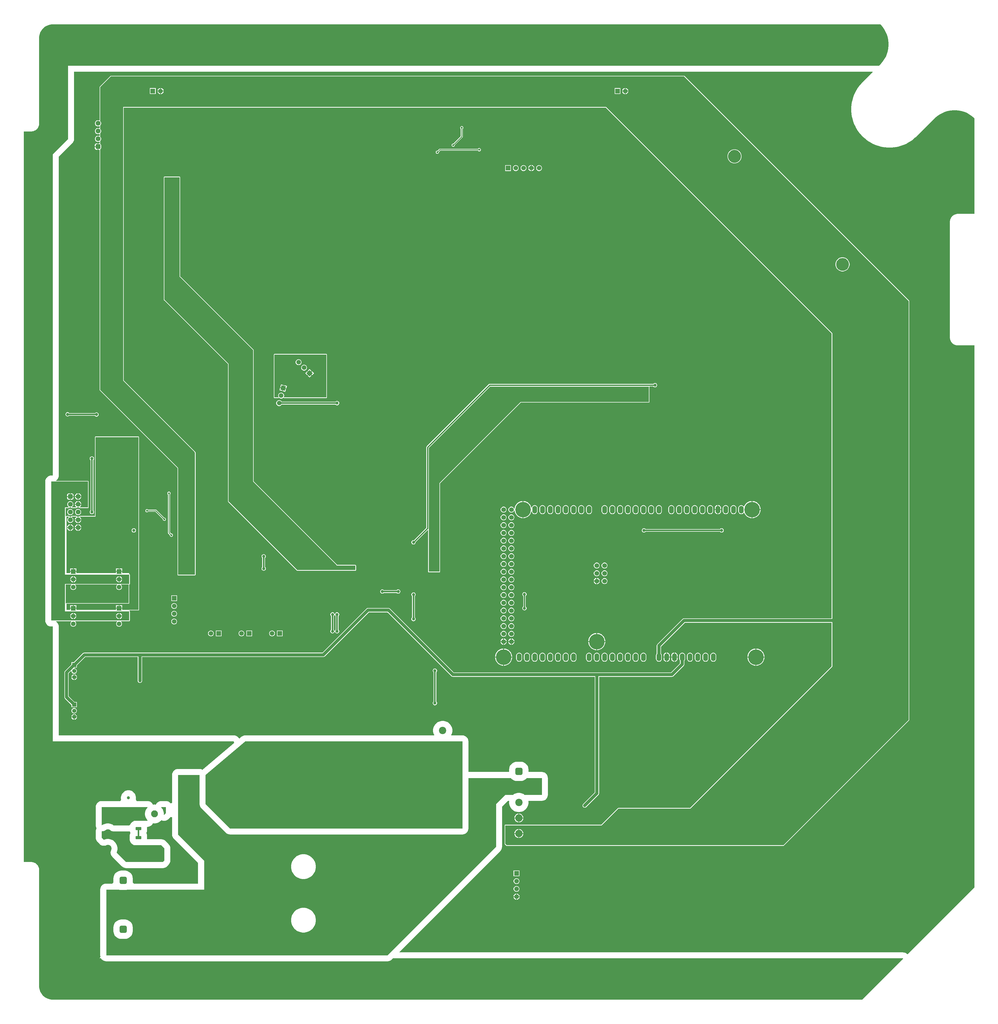
<source format=gbr>
G04*
G04 #@! TF.GenerationSoftware,Altium Limited,Altium Designer,22.4.2 (48)*
G04*
G04 Layer_Physical_Order=2*
G04 Layer_Color=16711680*
%FSLAX44Y44*%
%MOMM*%
G71*
G04*
G04 #@! TF.SameCoordinates,486C5EB1-174D-4488-8CC1-BEBE5ED833F6*
G04*
G04*
G04 #@! TF.FilePolarity,Positive*
G04*
G01*
G75*
%ADD13C,0.2540*%
%ADD39C,5.0800*%
%ADD56C,4.5000*%
G04:AMPARAMS|DCode=60|XSize=1.8mm|YSize=1.05mm|CornerRadius=0.063mm|HoleSize=0mm|Usage=FLASHONLY|Rotation=0.000|XOffset=0mm|YOffset=0mm|HoleType=Round|Shape=RoundedRectangle|*
%AMROUNDEDRECTD60*
21,1,1.8000,0.9240,0,0,0.0*
21,1,1.6740,1.0500,0,0,0.0*
1,1,0.1260,0.8370,-0.4620*
1,1,0.1260,-0.8370,-0.4620*
1,1,0.1260,-0.8370,0.4620*
1,1,0.1260,0.8370,0.4620*
%
%ADD60ROUNDEDRECTD60*%
%ADD80C,0.5000*%
%ADD81C,0.4000*%
%ADD82C,1.0000*%
%ADD84O,1.5240X2.5400*%
%ADD85C,1.5240*%
%ADD86C,1.5000*%
%ADD87R,1.5000X1.5000*%
G04:AMPARAMS|DCode=88|XSize=2.4mm|YSize=2.4mm|CornerRadius=0.6mm|HoleSize=0mm|Usage=FLASHONLY|Rotation=270.000|XOffset=0mm|YOffset=0mm|HoleType=Round|Shape=RoundedRectangle|*
%AMROUNDEDRECTD88*
21,1,2.4000,1.2000,0,0,270.0*
21,1,1.2000,2.4000,0,0,270.0*
1,1,1.2000,-0.6000,-0.6000*
1,1,1.2000,-0.6000,0.6000*
1,1,1.2000,0.6000,0.6000*
1,1,1.2000,0.6000,-0.6000*
%
%ADD88ROUNDEDRECTD88*%
%ADD89C,2.4000*%
%ADD90C,1.4000*%
%ADD91C,2.2500*%
%ADD92R,2.2500X2.2500*%
%ADD93C,1.7000*%
%ADD94C,1.6000*%
G04:AMPARAMS|DCode=95|XSize=1.6mm|YSize=1.6mm|CornerRadius=0.4mm|HoleSize=0mm|Usage=FLASHONLY|Rotation=90.000|XOffset=0mm|YOffset=0mm|HoleType=Round|Shape=RoundedRectangle|*
%AMROUNDEDRECTD95*
21,1,1.6000,0.8000,0,0,90.0*
21,1,0.8000,1.6000,0,0,90.0*
1,1,0.8000,0.4000,0.4000*
1,1,0.8000,0.4000,-0.4000*
1,1,0.8000,-0.4000,-0.4000*
1,1,0.8000,-0.4000,0.4000*
%
%ADD95ROUNDEDRECTD95*%
%ADD96R,1.5000X1.5000*%
%ADD97C,1.3500*%
%ADD98R,1.3500X1.3500*%
%ADD99P,2.1213X4X360.0*%
%ADD100P,2.1213X4X120.0*%
%ADD101C,1.0000*%
%ADD102C,0.6500*%
G36*
X2807892Y3194902D02*
X2809668Y3193130D01*
X2815535Y3185996D01*
X2820674Y3178322D01*
X2825036Y3170181D01*
X2828580Y3161652D01*
X2831270Y3152816D01*
X2833081Y3143760D01*
X2833996Y3134569D01*
X2834006Y3125334D01*
X2833110Y3116141D01*
X2831318Y3107081D01*
X2828646Y3098240D01*
X2825121Y3089703D01*
X2820775Y3081553D01*
X2815652Y3073868D01*
X2809800Y3066722D01*
X2806539Y3063454D01*
X2802938Y3059853D01*
X150000D01*
Y2820000D01*
X100000Y2770000D01*
Y1719594D01*
X95000D01*
X91177Y1719218D01*
X87502Y1718103D01*
X84114Y1716292D01*
X81145Y1713855D01*
X78708Y1710886D01*
X76897Y1707498D01*
X75782Y1703823D01*
X75406Y1700000D01*
Y1615000D01*
Y1245000D01*
X75782Y1241177D01*
X76897Y1237502D01*
X78708Y1234114D01*
X81145Y1231145D01*
X84114Y1228708D01*
X87502Y1226897D01*
X91177Y1225782D01*
X95000Y1225406D01*
X100000D01*
X100000Y1225406D01*
Y850000D01*
X692179D01*
X693756Y845000D01*
X589681Y756936D01*
X587498Y758103D01*
X583823Y759218D01*
X580000Y759594D01*
X510000D01*
X506177Y759218D01*
X502502Y758103D01*
X499114Y756292D01*
X496145Y753855D01*
X493708Y750886D01*
X491897Y747498D01*
X490782Y743823D01*
X490406Y740000D01*
Y648486D01*
X489751Y648072D01*
X485406Y646966D01*
X483855Y648855D01*
X480886Y651292D01*
X477498Y653103D01*
X473823Y654218D01*
X470000Y654594D01*
X455146D01*
X452455Y654329D01*
X451324Y654218D01*
X451324Y654218D01*
X451324Y654218D01*
X449837Y653767D01*
X447648Y653103D01*
X444261Y651292D01*
X444260Y651292D01*
X444260Y651292D01*
X441291Y648855D01*
X439782Y647017D01*
X438854Y645886D01*
X438854Y645886D01*
X438854Y645886D01*
X438153Y644573D01*
X437248Y642881D01*
X434920Y643250D01*
X430080D01*
X427752Y642881D01*
X426847Y644573D01*
X426146Y645886D01*
X426146Y645886D01*
X426146Y645886D01*
X425261Y646964D01*
X423709Y648855D01*
X420740Y651292D01*
X420740Y651292D01*
X420739Y651292D01*
X417352Y653103D01*
X415163Y653767D01*
X413676Y654218D01*
X413676Y654218D01*
X413676Y654218D01*
X412006Y654382D01*
X409854Y654594D01*
X374404D01*
X371487Y659594D01*
X372130Y662830D01*
Y667656D01*
X371189Y672389D01*
X369342Y676848D01*
X366660Y680861D01*
X363248Y684273D01*
X359235Y686954D01*
X354776Y688801D01*
X350043Y689743D01*
X345217D01*
X340484Y688801D01*
X336025Y686954D01*
X332012Y684273D01*
X328600Y680861D01*
X325919Y676848D01*
X324072Y672389D01*
X323130Y667656D01*
Y662830D01*
X323774Y659594D01*
X320856Y654594D01*
X260000D01*
X256177Y654218D01*
X252502Y653103D01*
X249114Y651292D01*
X246145Y648855D01*
X243708Y645886D01*
X241897Y642498D01*
X240782Y638823D01*
X240406Y635000D01*
Y575910D01*
X240558Y574358D01*
X240654Y572802D01*
X240746Y572450D01*
X240782Y572088D01*
X241235Y570596D01*
X241632Y569087D01*
X241791Y568760D01*
X241897Y568412D01*
X242632Y567037D01*
X243316Y565635D01*
X243382Y565548D01*
X243113Y565046D01*
X242445Y563976D01*
X242210Y563355D01*
X241897Y562770D01*
X241531Y561563D01*
X241084Y560384D01*
X240975Y559729D01*
X240782Y559095D01*
X240658Y557840D01*
X240450Y556595D01*
X240471Y555932D01*
X240406Y555272D01*
Y535000D01*
X240782Y531177D01*
X241897Y527501D01*
X243708Y524114D01*
X246145Y521145D01*
X246145Y521145D01*
X253191Y514098D01*
X253787Y513609D01*
X254321Y513054D01*
X255268Y512393D01*
X256161Y511661D01*
X256840Y511298D01*
X257473Y510857D01*
X258530Y510395D01*
X259548Y509851D01*
X260286Y509627D01*
X260992Y509318D01*
X262120Y509071D01*
X263224Y508736D01*
X263991Y508660D01*
X264744Y508495D01*
X265898Y508472D01*
X267047Y508359D01*
X267814Y508434D01*
X268584Y508419D01*
X269720Y508622D01*
X270869Y508736D01*
X271607Y508959D01*
X272366Y509095D01*
X273440Y509515D01*
X274545Y509851D01*
X275001Y510094D01*
X277212Y510812D01*
X279063Y511106D01*
X280937D01*
X282788Y510812D01*
X284570Y510233D01*
X286240Y509383D01*
X287756Y508281D01*
X289081Y506956D01*
X290182Y505440D01*
X291033Y503770D01*
X291612Y501988D01*
X291905Y500137D01*
Y498263D01*
X291612Y496412D01*
X290894Y494201D01*
X290650Y493745D01*
X290315Y492641D01*
X289895Y491566D01*
X289759Y490807D01*
X289535Y490070D01*
X289422Y488921D01*
X289219Y487784D01*
X289234Y487014D01*
X289159Y486247D01*
X289272Y485098D01*
X289295Y483944D01*
X289460Y483191D01*
X289535Y482424D01*
X289870Y481320D01*
X290118Y480192D01*
X290427Y479486D01*
X290650Y478748D01*
X291194Y477730D01*
X291657Y476673D01*
X292098Y476040D01*
X292461Y475361D01*
X293193Y474468D01*
X293853Y473521D01*
X294409Y472987D01*
X294898Y472392D01*
X326145Y441145D01*
X329114Y438708D01*
X332501Y436897D01*
X336177Y435782D01*
X340000Y435406D01*
X460000D01*
X463823Y435782D01*
X467499Y436897D01*
X470886Y438708D01*
X473855Y441145D01*
X478855Y446145D01*
X481292Y449114D01*
X483103Y452502D01*
X484218Y456177D01*
X484594Y460000D01*
Y500000D01*
X484218Y503823D01*
X483103Y507498D01*
X481292Y510886D01*
X478855Y513855D01*
X468855Y523855D01*
X465886Y526292D01*
X462498Y528103D01*
X458823Y529218D01*
X455000Y529594D01*
X409264D01*
X408597Y530330D01*
Y539570D01*
X408209Y543516D01*
X407058Y547311D01*
X405647Y549950D01*
X407058Y552589D01*
X408209Y556384D01*
X408597Y560330D01*
Y569570D01*
X413504Y570765D01*
X413676Y570782D01*
X413676Y570782D01*
X413676Y570782D01*
X415163Y571233D01*
X417352Y571897D01*
X420739Y573708D01*
X420740Y573708D01*
X420740Y573708D01*
X423709Y576145D01*
X425218Y577984D01*
X426146Y579114D01*
X426146Y579114D01*
X426146Y579114D01*
X426847Y580427D01*
X427752Y582119D01*
X430080Y581750D01*
X434920D01*
X439701Y582507D01*
X444304Y584003D01*
X448616Y586200D01*
X452532Y589045D01*
X455413Y591926D01*
X455463Y591900D01*
X456181Y591619D01*
X456860Y591256D01*
X457965Y590921D01*
X459040Y590500D01*
X459799Y590364D01*
X460536Y590141D01*
X461685Y590028D01*
X462822Y589825D01*
X463592Y589840D01*
X464359Y589764D01*
X465508Y589878D01*
X466662Y589900D01*
X467415Y590065D01*
X468181Y590141D01*
X469286Y590476D01*
X470414Y590723D01*
X471120Y591032D01*
X471857Y591256D01*
X472875Y591800D01*
X473933Y592263D01*
X474565Y592703D01*
X475245Y593067D01*
X476137Y593799D01*
X477084Y594459D01*
X477618Y595014D01*
X478214Y595503D01*
X483855Y601145D01*
X485406Y603034D01*
X489751Y601928D01*
X490406Y601514D01*
Y545000D01*
X490782Y541177D01*
X491897Y537502D01*
X493708Y534114D01*
X496145Y531145D01*
X575406Y451884D01*
Y384594D01*
X364873D01*
X361515Y388299D01*
X361623Y389400D01*
Y401400D01*
X361131Y406399D01*
X359673Y411206D01*
X357305Y415636D01*
X354118Y419519D01*
X350235Y422705D01*
X345806Y425073D01*
X340999Y426531D01*
X336000Y427023D01*
X324000D01*
X319001Y426531D01*
X314194Y425073D01*
X309764Y422705D01*
X305881Y419519D01*
X302695Y415636D01*
X300327Y411206D01*
X298869Y406399D01*
X298376Y401400D01*
Y389400D01*
X298485Y388299D01*
X295127Y384594D01*
X275000D01*
X271177Y384218D01*
X267502Y383103D01*
X264114Y381292D01*
X261145Y378855D01*
X258708Y375886D01*
X256897Y372498D01*
X255782Y368823D01*
X255406Y365000D01*
Y150000D01*
X255782Y146177D01*
X256139Y145000D01*
X252974Y140000D01*
X258234D01*
X258708Y139114D01*
X261145Y136145D01*
X264114Y133708D01*
X267502Y131897D01*
X271177Y130782D01*
X275000Y130406D01*
X770000D01*
X1195000Y130406D01*
X1198823Y130782D01*
X1202498Y131897D01*
X1205886Y133708D01*
X1208855Y136145D01*
X1212711Y140000D01*
X2881131D01*
X2881617Y138827D01*
X2747888Y5098D01*
X97057D01*
X91221Y5866D01*
X85536Y7390D01*
X80098Y9642D01*
X75000Y12585D01*
X70330Y16168D01*
X66168Y20330D01*
X62585Y25000D01*
X59642Y30098D01*
X57389Y35536D01*
X55866Y41221D01*
X55098Y47057D01*
Y50000D01*
X55098Y430000D01*
X55073Y430125D01*
X55092Y430250D01*
X54995Y432211D01*
X54903Y432577D01*
Y432955D01*
X54139Y436800D01*
X53946Y437264D01*
X53849Y437757D01*
X52348Y441379D01*
X52069Y441796D01*
X51877Y442260D01*
X49699Y445520D01*
X49344Y445875D01*
X49065Y446293D01*
X46293Y449065D01*
X45875Y449344D01*
X45520Y449699D01*
X42260Y451877D01*
X41796Y452069D01*
X41379Y452348D01*
X37757Y453848D01*
X37264Y453946D01*
X36800Y454139D01*
X32955Y454903D01*
X32577D01*
X32211Y454995D01*
X30250Y455092D01*
X30125Y455073D01*
X30000Y455098D01*
X5098D01*
Y2844902D01*
X30000D01*
X30124Y2844927D01*
X30250Y2844908D01*
X32210Y2845005D01*
X32577Y2845096D01*
X32955D01*
X36800Y2845861D01*
X37264Y2846053D01*
X37757Y2846151D01*
X41379Y2847652D01*
X41796Y2847931D01*
X42260Y2848123D01*
X45520Y2850301D01*
X45875Y2850656D01*
X46293Y2850935D01*
X49065Y2853707D01*
X49344Y2854125D01*
X49699Y2854480D01*
X51877Y2857740D01*
X52069Y2858204D01*
X52348Y2858621D01*
X53849Y2862243D01*
X53946Y2862736D01*
X54139Y2863200D01*
X54903Y2867045D01*
Y2867423D01*
X54995Y2867790D01*
X55092Y2869750D01*
X55073Y2869875D01*
X55098Y2870000D01*
Y3150000D01*
Y3152943D01*
X55866Y3158779D01*
X57389Y3164464D01*
X59642Y3169902D01*
X62585Y3175000D01*
X66168Y3179669D01*
X70330Y3183831D01*
X75000Y3187415D01*
X80098Y3190358D01*
X85536Y3192610D01*
X91221Y3194134D01*
X97057Y3194902D01*
X100000D01*
X2807892Y3194902D01*
D02*
G37*
G36*
X2782170Y3039085D02*
X2748700Y3005615D01*
X2748668Y3005568D01*
X2748622Y3005535D01*
X2745002Y3001753D01*
X2744911Y3001611D01*
X2744779Y3001505D01*
X2738050Y2993485D01*
X2737942Y2993288D01*
X2737779Y2993133D01*
X2731774Y2984557D01*
X2731684Y2984351D01*
X2731536Y2984182D01*
X2726301Y2975116D01*
X2726229Y2974903D01*
X2726096Y2974721D01*
X2721671Y2965234D01*
X2721618Y2965015D01*
X2721501Y2964823D01*
X2717921Y2954985D01*
X2717887Y2954763D01*
X2717787Y2954561D01*
X2715078Y2944449D01*
X2715063Y2944225D01*
X2714981Y2944015D01*
X2713163Y2933706D01*
X2713168Y2933481D01*
X2713105Y2933265D01*
X2712193Y2922836D01*
X2712217Y2922612D01*
X2712173Y2922392D01*
Y2911923D01*
X2712217Y2911702D01*
X2712193Y2911479D01*
X2713105Y2901050D01*
X2713168Y2900834D01*
X2713163Y2900609D01*
X2714981Y2890299D01*
X2715063Y2890089D01*
X2715078Y2889865D01*
X2717787Y2879753D01*
X2717887Y2879551D01*
X2717921Y2879329D01*
X2721501Y2869492D01*
X2721618Y2869299D01*
X2721671Y2869081D01*
X2726096Y2859593D01*
X2726229Y2859412D01*
X2726301Y2859199D01*
X2731535Y2850132D01*
X2731684Y2849963D01*
X2731774Y2849757D01*
X2737779Y2841182D01*
X2737942Y2841026D01*
X2738050Y2840829D01*
X2744779Y2832809D01*
X2744954Y2832669D01*
X2745079Y2832482D01*
X2752482Y2825079D01*
X2752669Y2824954D01*
X2752809Y2824779D01*
X2760829Y2818050D01*
X2761026Y2817942D01*
X2761182Y2817779D01*
X2769757Y2811774D01*
X2769963Y2811684D01*
X2770132Y2811535D01*
X2779199Y2806301D01*
X2779412Y2806229D01*
X2779593Y2806096D01*
X2789081Y2801671D01*
X2789299Y2801618D01*
X2789492Y2801501D01*
X2799329Y2797921D01*
X2799551Y2797887D01*
X2799753Y2797787D01*
X2809865Y2795078D01*
X2810090Y2795063D01*
X2810299Y2794981D01*
X2820609Y2793163D01*
X2820834Y2793168D01*
X2821050Y2793105D01*
X2831479Y2792193D01*
X2831702Y2792217D01*
X2831923Y2792173D01*
X2842392D01*
X2842612Y2792217D01*
X2842836Y2792193D01*
X2853265Y2793105D01*
X2853481Y2793168D01*
X2853706Y2793163D01*
X2864015Y2794981D01*
X2864225Y2795063D01*
X2864449Y2795078D01*
X2874561Y2797787D01*
X2874763Y2797887D01*
X2874985Y2797921D01*
X2884823Y2801501D01*
X2885015Y2801618D01*
X2885234Y2801671D01*
X2894721Y2806096D01*
X2894903Y2806229D01*
X2895116Y2806301D01*
X2904182Y2811535D01*
X2904351Y2811684D01*
X2904557Y2811774D01*
X2913133Y2817779D01*
X2913288Y2817942D01*
X2913485Y2818050D01*
X2921505Y2824779D01*
X2921611Y2824911D01*
X2921753Y2825002D01*
X2925535Y2828622D01*
X2925568Y2828669D01*
X2925615Y2828700D01*
X2983456Y2886541D01*
X2983458Y2886543D01*
X2983460Y2886545D01*
X2986722Y2889814D01*
X2993855Y2895681D01*
X3001530Y2900820D01*
X3009670Y2905182D01*
X3018199Y2908726D01*
X3027035Y2911416D01*
X3036091Y2913227D01*
X3045282Y2914142D01*
X3054518Y2914152D01*
X3063710Y2913256D01*
X3072771Y2911464D01*
X3081612Y2908792D01*
X3090149Y2905267D01*
X3098299Y2900921D01*
X3105983Y2895798D01*
X3113129Y2889947D01*
X3114902Y2888177D01*
X3114902Y2575098D01*
X3060000D01*
X3059875Y2575073D01*
X3059750Y2575092D01*
X3057790Y2574995D01*
X3057423Y2574904D01*
X3057045D01*
X3053200Y2574138D01*
X3052736Y2573947D01*
X3052244Y2573849D01*
X3048621Y2572348D01*
X3048204Y2572069D01*
X3047740Y2571877D01*
X3044480Y2569699D01*
X3044125Y2569344D01*
X3043707Y2569065D01*
X3040935Y2566293D01*
X3040656Y2565875D01*
X3040301Y2565520D01*
X3038123Y2562260D01*
X3037931Y2561796D01*
X3037652Y2561379D01*
X3036151Y2557757D01*
X3036053Y2557264D01*
X3035861Y2556800D01*
X3035096Y2552955D01*
Y2552577D01*
X3035005Y2552210D01*
X3034908Y2550250D01*
X3034927Y2550125D01*
X3034902Y2550000D01*
Y2170000D01*
X3034927Y2169875D01*
X3034908Y2169750D01*
X3035005Y2167790D01*
X3035096Y2167423D01*
Y2167045D01*
X3035861Y2163200D01*
X3036053Y2162736D01*
X3036151Y2162243D01*
X3037652Y2158621D01*
X3037931Y2158204D01*
X3038123Y2157740D01*
X3040301Y2154480D01*
X3040656Y2154125D01*
X3040935Y2153707D01*
X3043707Y2150935D01*
X3044125Y2150656D01*
X3044480Y2150301D01*
X3047740Y2148123D01*
X3048204Y2147931D01*
X3048621Y2147652D01*
X3052243Y2146151D01*
X3052736Y2146053D01*
X3053200Y2145861D01*
X3057045Y2145096D01*
X3057423D01*
X3057790Y2145005D01*
X3059750Y2144908D01*
X3059875Y2144927D01*
X3060000Y2144902D01*
X3114902D01*
Y372112D01*
X2896403Y153612D01*
X2895236Y153670D01*
X2894986Y153855D01*
X2892017Y156292D01*
X2892017Y156292D01*
X2892017Y156292D01*
X2888629Y158103D01*
X2886441Y158767D01*
X2884954Y159218D01*
X2884954Y159218D01*
X2884954Y159218D01*
X2883284Y159382D01*
X2881131Y159594D01*
X1233964D01*
X1233478Y160768D01*
X1563855Y491145D01*
X1566292Y494114D01*
X1568103Y497501D01*
X1569218Y501177D01*
X1569594Y505000D01*
Y636884D01*
X1588116Y655406D01*
X1592486D01*
X1593311Y654440D01*
X1593000Y652479D01*
Y647521D01*
X1593776Y642624D01*
X1595308Y637908D01*
X1597559Y633490D01*
X1600473Y629479D01*
X1603979Y625973D01*
X1607991Y623059D01*
X1612408Y620808D01*
X1617124Y619276D01*
X1622021Y618500D01*
X1626979D01*
X1631876Y619276D01*
X1636592Y620808D01*
X1641010Y623059D01*
X1645021Y625973D01*
X1648527Y629479D01*
X1651441Y633490D01*
X1653692Y637908D01*
X1655225Y642624D01*
X1656000Y647521D01*
Y652479D01*
X1655690Y654440D01*
X1656514Y655406D01*
X1700000D01*
X1703823Y655782D01*
X1707498Y656897D01*
X1710886Y658708D01*
X1713855Y661145D01*
X1716292Y664114D01*
X1718103Y667502D01*
X1719218Y671177D01*
X1719594Y675000D01*
Y730000D01*
X1719218Y733823D01*
X1718103Y737498D01*
X1716292Y740886D01*
X1713855Y743855D01*
X1710886Y746292D01*
X1707498Y748103D01*
X1703823Y749218D01*
X1700000Y749594D01*
X1656124D01*
Y757600D01*
X1655631Y762599D01*
X1654173Y767406D01*
X1651805Y771836D01*
X1648619Y775719D01*
X1644736Y778905D01*
X1640306Y781273D01*
X1635499Y782731D01*
X1630500Y783223D01*
X1618500D01*
X1613501Y782731D01*
X1608694Y781273D01*
X1604265Y778905D01*
X1600382Y775719D01*
X1597195Y771836D01*
X1594827Y767406D01*
X1593369Y762599D01*
X1592877Y757600D01*
Y749594D01*
X1569694Y749594D01*
X1459594D01*
Y850000D01*
X1459218Y853823D01*
X1458103Y857498D01*
X1456292Y860886D01*
X1453855Y863855D01*
X1450886Y866292D01*
X1447498Y868103D01*
X1443823Y869218D01*
X1440000Y869594D01*
X1404015D01*
X1403351Y870677D01*
X1404692Y873308D01*
X1406224Y878024D01*
X1407000Y882921D01*
Y887879D01*
X1406224Y892776D01*
X1404692Y897492D01*
X1402441Y901910D01*
X1399527Y905921D01*
X1396021Y909427D01*
X1392009Y912341D01*
X1387592Y914592D01*
X1382876Y916124D01*
X1377979Y916900D01*
X1373021D01*
X1368124Y916124D01*
X1363408Y914592D01*
X1358990Y912341D01*
X1354979Y909427D01*
X1351473Y905921D01*
X1348559Y901910D01*
X1346308Y897492D01*
X1344776Y892776D01*
X1344000Y887879D01*
Y882921D01*
X1344776Y878024D01*
X1346308Y873308D01*
X1347648Y870677D01*
X1346985Y869594D01*
X730000D01*
X728896Y869486D01*
X727786Y869469D01*
X726989Y869298D01*
X726177Y869218D01*
X725116Y868896D01*
X724031Y868663D01*
X723282Y868340D01*
X722502Y868103D01*
X721523Y867580D01*
X720505Y867140D01*
X719833Y866677D01*
X719114Y866292D01*
X718256Y865588D01*
X717343Y864958D01*
X710594Y859247D01*
X709167Y859704D01*
X708874Y860132D01*
X708471Y860886D01*
X707792Y861714D01*
X707188Y862597D01*
X706577Y863195D01*
X706034Y863855D01*
X705207Y864535D01*
X704442Y865283D01*
X703726Y865750D01*
X703065Y866292D01*
X702121Y866797D01*
X701224Y867382D01*
X700431Y867700D01*
X699678Y868103D01*
X698653Y868414D01*
X697660Y868812D01*
X696820Y868970D01*
X696002Y869218D01*
X694936Y869323D01*
X693884Y869520D01*
X693030Y869511D01*
X692179Y869594D01*
X119594D01*
Y1225406D01*
X119501Y1226349D01*
X119503Y1227297D01*
X119314Y1228256D01*
X119218Y1229228D01*
X118943Y1230135D01*
X118759Y1231066D01*
X118386Y1231969D01*
X118103Y1232904D01*
X117656Y1233740D01*
X117295Y1234616D01*
X116753Y1235430D01*
X116292Y1236292D01*
X115691Y1237024D01*
X115165Y1237813D01*
X114475Y1238505D01*
X113855Y1239261D01*
X113123Y1239862D01*
X112453Y1240534D01*
X111642Y1241078D01*
X110894Y1241691D01*
X110892Y1241719D01*
X111217Y1242961D01*
X160130D01*
X160656Y1241691D01*
X159398Y1240433D01*
X158147Y1238267D01*
X157500Y1235851D01*
Y1233349D01*
X158147Y1230933D01*
X159398Y1228767D01*
X161167Y1226998D01*
X163333Y1225747D01*
X165749Y1225100D01*
X168251D01*
X170667Y1225747D01*
X172833Y1226998D01*
X174602Y1228767D01*
X175853Y1230933D01*
X176500Y1233349D01*
Y1235851D01*
X175853Y1238267D01*
X174602Y1240433D01*
X173344Y1241691D01*
X173870Y1242961D01*
X310130D01*
X310656Y1241691D01*
X309398Y1240433D01*
X308147Y1238267D01*
X307500Y1235851D01*
Y1233349D01*
X308147Y1230933D01*
X309398Y1228767D01*
X311167Y1226998D01*
X313333Y1225747D01*
X315749Y1225100D01*
X318251D01*
X320667Y1225747D01*
X322833Y1226998D01*
X324602Y1228767D01*
X325853Y1230933D01*
X326500Y1233349D01*
Y1235851D01*
X325853Y1238267D01*
X324602Y1240433D01*
X323344Y1241691D01*
X323870Y1242961D01*
X350000D01*
X350780Y1243116D01*
X351442Y1243558D01*
X351884Y1244220D01*
X352039Y1245000D01*
Y1275000D01*
X351884Y1275780D01*
X351442Y1276442D01*
X351069Y1276691D01*
X351381Y1277961D01*
X380000D01*
X380780Y1278116D01*
X381442Y1278558D01*
X381884Y1279220D01*
X382039Y1280000D01*
Y1420000D01*
Y1585000D01*
Y1845000D01*
X381884Y1845780D01*
X381442Y1846442D01*
X380780Y1846884D01*
X380000Y1847039D01*
X240000D01*
X239220Y1846884D01*
X238558Y1846442D01*
X238116Y1845780D01*
X237961Y1845000D01*
Y1587039D01*
X188307D01*
X188175Y1587013D01*
X188041Y1587022D01*
X187788Y1586936D01*
X187526Y1586884D01*
X187414Y1586809D01*
X187287Y1586766D01*
X187087Y1586590D01*
X186865Y1586442D01*
X186790Y1586330D01*
X186689Y1586241D01*
X186571Y1586002D01*
X186423Y1585780D01*
X186397Y1585648D01*
X186337Y1585528D01*
X185997Y1584258D01*
X184759Y1584401D01*
X184016Y1584600D01*
X181383D01*
X180641Y1584401D01*
X179403Y1584258D01*
X179063Y1585528D01*
X179004Y1585648D01*
X178977Y1585780D01*
X178829Y1586002D01*
X178711Y1586241D01*
X178610Y1586330D01*
X178535Y1586442D01*
X178313Y1586590D01*
X178113Y1586766D01*
X177985Y1586809D01*
X177874Y1586884D01*
X177612Y1586936D01*
X177360Y1587022D01*
X177225Y1587013D01*
X177093Y1587039D01*
X161827D01*
X161695Y1587013D01*
X161560Y1587022D01*
X161308Y1586936D01*
X161046Y1586884D01*
X160935Y1586809D01*
X160807Y1586766D01*
X160606Y1586590D01*
X160385Y1586442D01*
X160310Y1586330D01*
X160209Y1586241D01*
X160091Y1586002D01*
X159943Y1585780D01*
X159916Y1585648D01*
X159857Y1585528D01*
X159542Y1584352D01*
X158617Y1584600D01*
X155983D01*
X155058Y1584352D01*
X154743Y1585528D01*
X154684Y1585648D01*
X154657Y1585780D01*
X154509Y1586002D01*
X154391Y1586241D01*
X154290Y1586330D01*
X154215Y1586442D01*
X153994Y1586590D01*
X153793Y1586766D01*
X153666Y1586809D01*
X153554Y1586884D01*
X153292Y1586936D01*
X153040Y1587022D01*
X152905Y1587013D01*
X152773Y1587039D01*
X145000D01*
X144220Y1586884D01*
X143558Y1586442D01*
X143309Y1586069D01*
X142039Y1586381D01*
Y1612961D01*
X152773D01*
X152905Y1612987D01*
X153040Y1612978D01*
X153292Y1613064D01*
X153554Y1613116D01*
X153666Y1613191D01*
X153793Y1613234D01*
X153994Y1613410D01*
X154215Y1613558D01*
X154290Y1613670D01*
X154391Y1613759D01*
X154509Y1613998D01*
X154657Y1614220D01*
X154684Y1614352D01*
X154743Y1614472D01*
X155058Y1615648D01*
X155983Y1615400D01*
X158617D01*
X159542Y1615648D01*
X159857Y1614472D01*
X159916Y1614352D01*
X159943Y1614220D01*
X160091Y1613998D01*
X160209Y1613759D01*
X160310Y1613670D01*
X160385Y1613558D01*
X160606Y1613410D01*
X160807Y1613234D01*
X160934Y1613191D01*
X161046Y1613116D01*
X161308Y1613064D01*
X161560Y1612978D01*
X161695Y1612987D01*
X161827Y1612961D01*
X177093D01*
X177225Y1612987D01*
X177360Y1612978D01*
X177612Y1613064D01*
X177874Y1613116D01*
X177985Y1613191D01*
X178113Y1613234D01*
X178313Y1613410D01*
X178535Y1613558D01*
X178610Y1613670D01*
X178711Y1613759D01*
X178829Y1613998D01*
X178977Y1614220D01*
X179004Y1614352D01*
X179063Y1614472D01*
X179403Y1615742D01*
X180641Y1615599D01*
X181383Y1615400D01*
X184016D01*
X184759Y1615599D01*
X185997Y1615742D01*
X186337Y1614472D01*
X186397Y1614352D01*
X186423Y1614220D01*
X186571Y1613998D01*
X186689Y1613759D01*
X186790Y1613670D01*
X186865Y1613558D01*
X187087Y1613410D01*
X187287Y1613234D01*
X187414Y1613191D01*
X187526Y1613116D01*
X187788Y1613064D01*
X188041Y1612978D01*
X188175Y1612987D01*
X188307Y1612961D01*
X215000D01*
X215780Y1613116D01*
X216442Y1613558D01*
X216884Y1614220D01*
X217039Y1615000D01*
Y1700000D01*
X216884Y1700780D01*
X216442Y1701442D01*
X215780Y1701884D01*
X215000Y1702039D01*
X111443D01*
X110884Y1703205D01*
X110894Y1703309D01*
X113855Y1705739D01*
X116292Y1708708D01*
X118103Y1712096D01*
X119218Y1715772D01*
X119594Y1719594D01*
Y2761884D01*
X163855Y2806145D01*
X166292Y2809114D01*
X168103Y2812502D01*
X169218Y2816177D01*
X169594Y2820000D01*
Y3040258D01*
X2781684D01*
X2782170Y3039085D01*
D02*
G37*
G36*
X215000Y1615000D02*
X188307D01*
X187966Y1616270D01*
X189172Y1616966D01*
X191134Y1618928D01*
X192522Y1621332D01*
X193240Y1624012D01*
Y1624130D01*
X182700D01*
X172160D01*
Y1624012D01*
X172878Y1621332D01*
X174266Y1618928D01*
X176228Y1616966D01*
X177434Y1616270D01*
X177093Y1615000D01*
X161827D01*
X161486Y1616270D01*
X163440Y1617398D01*
X165302Y1619260D01*
X166618Y1621540D01*
X167300Y1624084D01*
Y1626716D01*
X166618Y1629260D01*
X165302Y1631540D01*
X163440Y1633402D01*
X161160Y1634718D01*
X158617Y1635400D01*
X155983D01*
X153440Y1634718D01*
X151160Y1633402D01*
X149298Y1631540D01*
X147982Y1629260D01*
X147300Y1626716D01*
Y1624084D01*
X147982Y1621540D01*
X149298Y1619260D01*
X151160Y1617398D01*
X153114Y1616270D01*
X152773Y1615000D01*
X140000D01*
Y1395000D01*
X350000D01*
Y1365000D01*
X140000D01*
Y1275000D01*
X350000D01*
Y1245000D01*
X100000D01*
Y1245000D01*
X95000D01*
Y1615000D01*
Y1700000D01*
X215000D01*
Y1615000D01*
D02*
G37*
G36*
X380000Y1575000D02*
Y1420000D01*
Y1400000D01*
Y1280000D01*
X327040D01*
Y1284130D01*
X317000D01*
X306960D01*
Y1280000D01*
X177040D01*
Y1284130D01*
X167000D01*
X156960D01*
Y1280000D01*
X145000D01*
Y1300000D01*
X350000D01*
Y1362961D01*
X350780Y1363116D01*
X351442Y1363558D01*
X351884Y1364220D01*
X352039Y1365000D01*
Y1395000D01*
X351884Y1395780D01*
X351442Y1396442D01*
X350780Y1396884D01*
X350000Y1397039D01*
Y1400000D01*
X327040D01*
Y1404130D01*
X317000D01*
X306960D01*
Y1400000D01*
X177040D01*
Y1404130D01*
X167000D01*
X156960D01*
Y1400000D01*
X145000D01*
Y1420000D01*
Y1585000D01*
X152773D01*
X153114Y1583730D01*
X151160Y1582602D01*
X149298Y1580740D01*
X147982Y1578460D01*
X147300Y1575916D01*
Y1573284D01*
X147982Y1570740D01*
X149298Y1568460D01*
X151160Y1566598D01*
X153440Y1565282D01*
X155983Y1564600D01*
X158617D01*
X161160Y1565282D01*
X163440Y1566598D01*
X165302Y1568460D01*
X166618Y1570740D01*
X167300Y1573284D01*
Y1575916D01*
X166618Y1578460D01*
X165302Y1580740D01*
X163440Y1582602D01*
X161486Y1583730D01*
X161827Y1585000D01*
X177093D01*
X177434Y1583730D01*
X176228Y1583034D01*
X174266Y1581072D01*
X172878Y1578668D01*
X172160Y1575988D01*
Y1575870D01*
X182700D01*
X193240D01*
Y1575988D01*
X192522Y1578668D01*
X191134Y1581072D01*
X189172Y1583034D01*
X187966Y1583730D01*
X188307Y1585000D01*
X240000D01*
Y1845000D01*
X380000D01*
Y1575000D01*
D02*
G37*
G36*
X347961Y1302039D02*
X145000D01*
X144220Y1301884D01*
X143558Y1301442D01*
X143309Y1301069D01*
X142039Y1301381D01*
Y1362961D01*
X160130D01*
X160656Y1361691D01*
X159398Y1360433D01*
X158147Y1358267D01*
X157500Y1355851D01*
Y1353349D01*
X158147Y1350933D01*
X159398Y1348767D01*
X161167Y1346998D01*
X163333Y1345747D01*
X165749Y1345100D01*
X168251D01*
X170667Y1345747D01*
X172833Y1346998D01*
X174602Y1348767D01*
X175853Y1350933D01*
X176500Y1353349D01*
Y1355851D01*
X175853Y1358267D01*
X174602Y1360433D01*
X173344Y1361691D01*
X173870Y1362961D01*
X310130D01*
X310656Y1361691D01*
X309398Y1360433D01*
X308147Y1358267D01*
X307500Y1355851D01*
Y1353349D01*
X308147Y1350933D01*
X309398Y1348767D01*
X311167Y1346998D01*
X313333Y1345747D01*
X315749Y1345100D01*
X318251D01*
X320667Y1345747D01*
X322833Y1346998D01*
X324602Y1348767D01*
X325853Y1350933D01*
X326500Y1353349D01*
Y1355851D01*
X325853Y1358267D01*
X324602Y1360433D01*
X323344Y1361691D01*
X323870Y1362961D01*
X347961D01*
Y1302039D01*
D02*
G37*
G36*
X580000Y645000D02*
X580450Y644550D01*
X580782Y641177D01*
X581897Y637502D01*
X583708Y634114D01*
X586145Y631145D01*
X666145Y551145D01*
X669114Y548708D01*
X672502Y546897D01*
X676177Y545782D01*
X678734Y545530D01*
X679208Y544207D01*
X680000Y545000D01*
X1435000D01*
X1435406Y545406D01*
X1440000D01*
X1443823Y545782D01*
X1447498Y546897D01*
X1450886Y548708D01*
X1453855Y551145D01*
X1456292Y554114D01*
X1458103Y557502D01*
X1459218Y561177D01*
X1459594Y565000D01*
Y730000D01*
X1569694D01*
X1598315Y730000D01*
X1600382Y727482D01*
X1604265Y724295D01*
X1608694Y721927D01*
X1613501Y720469D01*
X1618500Y719977D01*
X1630500D01*
X1635499Y720469D01*
X1640306Y721927D01*
X1644736Y724295D01*
X1648619Y727482D01*
X1650685Y730000D01*
X1700000D01*
Y675000D01*
X1643682D01*
X1641010Y676941D01*
X1636592Y679192D01*
X1631876Y680724D01*
X1626979Y681500D01*
X1622021D01*
X1617124Y680724D01*
X1612408Y679192D01*
X1607991Y676941D01*
X1605319Y675000D01*
X1580000D01*
X1550000Y645000D01*
Y505000D01*
X1195000Y150000D01*
X770000Y150000D01*
X275000D01*
Y365000D01*
X316591D01*
X319001Y364269D01*
X324000Y363777D01*
X336000D01*
X340999Y364269D01*
X343409Y365000D01*
X595000D01*
Y460000D01*
X510000Y545000D01*
Y740000D01*
X580000D01*
Y645000D01*
D02*
G37*
G36*
X470000Y615000D02*
X464359Y609359D01*
X463227Y609935D01*
X463250Y610080D01*
Y614920D01*
X462493Y619701D01*
X460997Y624304D01*
X458800Y628616D01*
X455955Y632532D01*
X454660Y633827D01*
X455146Y635000D01*
X470000D01*
Y615000D01*
D02*
G37*
G36*
X410340Y633827D02*
X409045Y632532D01*
X406200Y628616D01*
X404003Y624304D01*
X402507Y619701D01*
X401750Y614920D01*
Y610080D01*
X402507Y605299D01*
X404003Y600696D01*
X406200Y596384D01*
X409045Y592468D01*
X410340Y591173D01*
X409854Y590000D01*
X365000D01*
X362533Y587533D01*
X360392Y586389D01*
X357327Y583873D01*
X354812Y580808D01*
X353668Y578667D01*
X350000Y575000D01*
X299181D01*
X296509Y576941D01*
X292092Y579192D01*
X287376Y580724D01*
X282479Y581500D01*
X277521D01*
X272624Y580724D01*
X267908Y579192D01*
X263490Y576941D01*
X261270Y575328D01*
X260000Y575910D01*
Y635000D01*
X409854D01*
X410340Y633827D01*
D02*
G37*
G36*
X1440000Y565000D02*
X680000D01*
X600000Y645000D01*
Y740000D01*
X730000Y850000D01*
X1440000D01*
Y565000D01*
D02*
G37*
G36*
X282788Y561613D02*
X284570Y561033D01*
X286240Y560183D01*
X287664Y559148D01*
X287997Y558953D01*
X288295Y558708D01*
X289651Y557983D01*
X290978Y557206D01*
X291343Y557079D01*
X291683Y556897D01*
X293155Y556451D01*
X294607Y555947D01*
X294989Y555894D01*
X295359Y555782D01*
X296889Y555631D01*
X298412Y555421D01*
X298797Y555443D01*
X299181Y555406D01*
X350000D01*
X352027Y555605D01*
X352942Y552589D01*
X354353Y549950D01*
X352942Y547311D01*
X351791Y543516D01*
X351403Y539570D01*
Y530330D01*
X351791Y526384D01*
X352942Y522589D01*
X354812Y519092D01*
X357327Y516027D01*
X360392Y513512D01*
X362747Y512253D01*
X365000Y510000D01*
X455000D01*
X465000Y500000D01*
Y460000D01*
X460000Y455000D01*
X340000D01*
X308753Y486247D01*
X309192Y487108D01*
X310724Y491824D01*
X311500Y496721D01*
Y501679D01*
X310724Y506576D01*
X309192Y511292D01*
X306941Y515710D01*
X304027Y519721D01*
X300521Y523227D01*
X296509Y526141D01*
X292092Y528392D01*
X287376Y529924D01*
X282479Y530700D01*
X277521D01*
X272624Y529924D01*
X267908Y528392D01*
X267047Y527953D01*
X260000Y535000D01*
Y555272D01*
X260544Y555747D01*
X261292Y555793D01*
X262039Y555749D01*
X263204Y555910D01*
X264379Y555982D01*
X265103Y556173D01*
X265844Y556275D01*
X266955Y556660D01*
X268093Y556960D01*
X268766Y557288D01*
X269473Y557534D01*
X270488Y558128D01*
X271545Y558644D01*
X272141Y559097D01*
X272787Y559476D01*
X273760Y560182D01*
X275430Y561033D01*
X277212Y561613D01*
X279063Y561906D01*
X280937D01*
X282788Y561613D01*
D02*
G37*
%LPC*%
G36*
X246730Y2805797D02*
X244000D01*
X242293Y2805572D01*
X240702Y2804913D01*
X239336Y2803864D01*
X238287Y2802498D01*
X237628Y2800907D01*
X237404Y2799200D01*
Y2796470D01*
X246730D01*
Y2805797D01*
D02*
G37*
G36*
X1439044Y2862250D02*
X1436956D01*
X1435026Y2861451D01*
X1433549Y2859974D01*
X1432750Y2858044D01*
Y2855956D01*
X1433549Y2854026D01*
X1434666Y2852910D01*
Y2829381D01*
X1410535Y2805250D01*
X1408956D01*
X1407026Y2804451D01*
X1405549Y2802974D01*
X1404750Y2801044D01*
Y2798956D01*
X1405549Y2797026D01*
X1407026Y2795549D01*
X1408956Y2794750D01*
X1411044D01*
X1412974Y2795549D01*
X1414451Y2797026D01*
X1415250Y2798956D01*
Y2800535D01*
X1440358Y2825642D01*
X1441080Y2826724D01*
X1441334Y2828000D01*
Y2852910D01*
X1442451Y2854026D01*
X1443250Y2855956D01*
Y2858044D01*
X1442451Y2859974D01*
X1440974Y2861451D01*
X1439044Y2862250D01*
D02*
G37*
G36*
X246730Y2793930D02*
X237404D01*
Y2791200D01*
X237628Y2789493D01*
X238287Y2787902D01*
X239336Y2786536D01*
X240702Y2785487D01*
X242293Y2784828D01*
X244000Y2784604D01*
X246730D01*
Y2793930D01*
D02*
G37*
G36*
X1496044Y2790250D02*
X1493956D01*
X1492026Y2789451D01*
X1490909Y2788334D01*
X1366000D01*
X1364724Y2788080D01*
X1363642Y2787357D01*
X1358535Y2782250D01*
X1356956D01*
X1355026Y2781451D01*
X1353549Y2779974D01*
X1352750Y2778044D01*
Y2775956D01*
X1353549Y2774026D01*
X1355026Y2772549D01*
X1356956Y2771750D01*
X1359044D01*
X1360974Y2772549D01*
X1362451Y2774026D01*
X1363250Y2775956D01*
Y2777535D01*
X1367381Y2781666D01*
X1490909D01*
X1492026Y2780549D01*
X1493956Y2779750D01*
X1496044D01*
X1497974Y2780549D01*
X1499451Y2782026D01*
X1500250Y2783956D01*
Y2786044D01*
X1499451Y2787974D01*
X1497974Y2789451D01*
X1496044Y2790250D01*
D02*
G37*
G36*
X1666722Y2735040D02*
X1666670D01*
Y2726270D01*
X1675440D01*
Y2726322D01*
X1674756Y2728875D01*
X1673434Y2731165D01*
X1671565Y2733034D01*
X1669275Y2734356D01*
X1666722Y2735040D01*
D02*
G37*
G36*
X1664130D02*
X1664078D01*
X1661525Y2734356D01*
X1659235Y2733034D01*
X1657366Y2731165D01*
X1656044Y2728875D01*
X1655360Y2726322D01*
Y2726270D01*
X1664130D01*
Y2735040D01*
D02*
G37*
G36*
X1692051Y2734500D02*
X1689549D01*
X1687133Y2733853D01*
X1684967Y2732602D01*
X1683198Y2730833D01*
X1681947Y2728667D01*
X1681300Y2726251D01*
Y2723749D01*
X1681947Y2721333D01*
X1683198Y2719167D01*
X1684967Y2717398D01*
X1687133Y2716147D01*
X1689549Y2715500D01*
X1692051D01*
X1694467Y2716147D01*
X1696633Y2717398D01*
X1698402Y2719167D01*
X1699653Y2721333D01*
X1700300Y2723749D01*
Y2726251D01*
X1699653Y2728667D01*
X1698402Y2730833D01*
X1696633Y2732602D01*
X1694467Y2733853D01*
X1692051Y2734500D01*
D02*
G37*
G36*
X1641251D02*
X1638749D01*
X1636333Y2733853D01*
X1634167Y2732602D01*
X1632398Y2730833D01*
X1631147Y2728667D01*
X1630500Y2726251D01*
Y2723749D01*
X1631147Y2721333D01*
X1632398Y2719167D01*
X1634167Y2717398D01*
X1636333Y2716147D01*
X1638749Y2715500D01*
X1641251D01*
X1643667Y2716147D01*
X1645833Y2717398D01*
X1647602Y2719167D01*
X1648853Y2721333D01*
X1649500Y2723749D01*
Y2726251D01*
X1648853Y2728667D01*
X1647602Y2730833D01*
X1645833Y2732602D01*
X1643667Y2733853D01*
X1641251Y2734500D01*
D02*
G37*
G36*
X1615851D02*
X1613349D01*
X1610933Y2733853D01*
X1608767Y2732602D01*
X1606998Y2730833D01*
X1605747Y2728667D01*
X1605100Y2726251D01*
Y2723749D01*
X1605747Y2721333D01*
X1606998Y2719167D01*
X1608767Y2717398D01*
X1610933Y2716147D01*
X1613349Y2715500D01*
X1615851D01*
X1618267Y2716147D01*
X1620433Y2717398D01*
X1622202Y2719167D01*
X1623453Y2721333D01*
X1624100Y2723749D01*
Y2726251D01*
X1623453Y2728667D01*
X1622202Y2730833D01*
X1620433Y2732602D01*
X1618267Y2733853D01*
X1615851Y2734500D01*
D02*
G37*
G36*
X1598700D02*
X1579700D01*
Y2715500D01*
X1598700D01*
Y2734500D01*
D02*
G37*
G36*
X1675440Y2723730D02*
X1666670D01*
Y2714960D01*
X1666722D01*
X1669275Y2715644D01*
X1671565Y2716966D01*
X1673434Y2718835D01*
X1674756Y2721125D01*
X1675440Y2723678D01*
Y2723730D01*
D02*
G37*
G36*
X1664130D02*
X1655360D01*
Y2723678D01*
X1656044Y2721125D01*
X1657366Y2718835D01*
X1659235Y2716966D01*
X1661525Y2715644D01*
X1664078Y2714960D01*
X1664130D01*
Y2723730D01*
D02*
G37*
G36*
X2070922Y2022000D02*
X2069078D01*
X2067298Y2021523D01*
X2065702Y2020601D01*
X2064399Y2019298D01*
X2064272Y2019078D01*
X1529000D01*
X1527439Y2018768D01*
X1526116Y2017884D01*
X1526116Y2017884D01*
X1323116Y1814884D01*
X1322232Y1813561D01*
X1321922Y1812000D01*
X1321922Y1812000D01*
Y1548689D01*
X1281167Y1507934D01*
X1280922Y1508000D01*
X1279078D01*
X1277298Y1507523D01*
X1275702Y1506601D01*
X1274399Y1505298D01*
X1273477Y1503702D01*
X1273000Y1501922D01*
Y1500078D01*
X1273477Y1498298D01*
X1274399Y1496702D01*
X1275702Y1495399D01*
X1277298Y1494477D01*
X1279078Y1494000D01*
X1280922D01*
X1282702Y1494477D01*
X1284298Y1495399D01*
X1285601Y1496702D01*
X1286523Y1498298D01*
X1287000Y1500078D01*
Y1501922D01*
X1286934Y1502167D01*
X1326788Y1542020D01*
X1327961Y1541534D01*
Y1405000D01*
X1328116Y1404220D01*
X1328558Y1403558D01*
X1329220Y1403116D01*
X1330000Y1402961D01*
X1365000D01*
X1365780Y1403116D01*
X1366442Y1403558D01*
X1366884Y1404220D01*
X1367039Y1405000D01*
Y1694155D01*
X1630845Y1957961D01*
X2050000D01*
X2050780Y1958116D01*
X2051442Y1958558D01*
X2051884Y1959220D01*
X2052039Y1960000D01*
Y2010000D01*
X2053151Y2010922D01*
X2064272D01*
X2064399Y2010702D01*
X2065702Y2009399D01*
X2067298Y2008477D01*
X2069078Y2008000D01*
X2070922D01*
X2072702Y2008477D01*
X2074298Y2009399D01*
X2075601Y2010702D01*
X2076523Y2012298D01*
X2077000Y2014078D01*
Y2015922D01*
X2076523Y2017702D01*
X2075601Y2019298D01*
X2074298Y2020601D01*
X2072702Y2021523D01*
X2070922Y2022000D01*
D02*
G37*
G36*
X995000Y2117039D02*
X825000D01*
X824220Y2116884D01*
X823558Y2116442D01*
X823116Y2115780D01*
X822961Y2115000D01*
Y1975000D01*
X823116Y1974220D01*
X823558Y1973558D01*
X824220Y1973116D01*
X825000Y1972961D01*
X838199D01*
X838460Y1973013D01*
X838727Y1973030D01*
X838848Y1973090D01*
X838979Y1973116D01*
X839201Y1973264D01*
X839440Y1973382D01*
X840035Y1973544D01*
X840693Y1973522D01*
X841017Y1973429D01*
X841270Y1973176D01*
X843436Y1971925D01*
X845852Y1971278D01*
X848354Y1971278D01*
X850770Y1971925D01*
X852936Y1973176D01*
X853189Y1973429D01*
X853513Y1973522D01*
X854170Y1973544D01*
X854765Y1973382D01*
X855004Y1973264D01*
X855226Y1973116D01*
X855358Y1973090D01*
X855479Y1973030D01*
X855745Y1973013D01*
X856006Y1972961D01*
X995000D01*
X995780Y1973116D01*
X996442Y1973558D01*
X996884Y1974220D01*
X997039Y1975000D01*
Y2115000D01*
X996884Y2115780D01*
X996442Y2116442D01*
X995780Y2116884D01*
X995000Y2117039D01*
D02*
G37*
G36*
X841779Y1965743D02*
X839278Y1965743D01*
X836862Y1965096D01*
X834696Y1963845D01*
X832927Y1962077D01*
X831676Y1959910D01*
X831029Y1957494D01*
X831029Y1954993D01*
X831676Y1952577D01*
X832927Y1950410D01*
X834696Y1948642D01*
X836862Y1947391D01*
X839278Y1946743D01*
X841779Y1946743D01*
X844196Y1947391D01*
X846362Y1948642D01*
X848131Y1950410D01*
X848849Y1951655D01*
X1024689D01*
X1025702Y1950642D01*
X1027298Y1949720D01*
X1029078Y1949243D01*
X1030922D01*
X1032702Y1949720D01*
X1034298Y1950642D01*
X1035601Y1951945D01*
X1036523Y1953542D01*
X1037000Y1955322D01*
Y1957165D01*
X1036523Y1958945D01*
X1035601Y1960542D01*
X1034298Y1961845D01*
X1032702Y1962766D01*
X1030922Y1963243D01*
X1029078D01*
X1027298Y1962766D01*
X1025702Y1961845D01*
X1024689Y1960832D01*
X848849D01*
X848131Y1962077D01*
X846362Y1963845D01*
X844196Y1965096D01*
X841779Y1965743D01*
D02*
G37*
G36*
X149422Y1926500D02*
X147578D01*
X145798Y1926023D01*
X144202Y1925101D01*
X142899Y1923798D01*
X141977Y1922202D01*
X141500Y1920422D01*
Y1918578D01*
X141977Y1916798D01*
X142899Y1915202D01*
X144202Y1913899D01*
X145798Y1912977D01*
X147578Y1912500D01*
X149422D01*
X151202Y1912977D01*
X152798Y1913899D01*
X153561Y1914662D01*
X237439D01*
X238702Y1913399D01*
X240298Y1912477D01*
X242078Y1912000D01*
X243922D01*
X245702Y1912477D01*
X247298Y1913399D01*
X248601Y1914702D01*
X249523Y1916298D01*
X250000Y1918078D01*
Y1919922D01*
X249523Y1921702D01*
X248601Y1923298D01*
X247298Y1924601D01*
X245702Y1925523D01*
X243922Y1926000D01*
X242078D01*
X240298Y1925523D01*
X238702Y1924601D01*
X237939Y1923838D01*
X154061D01*
X152798Y1925101D01*
X151202Y1926023D01*
X149422Y1926500D01*
D02*
G37*
G36*
X2386330Y1635940D02*
X2385401D01*
X2381057Y1635252D01*
X2376875Y1633893D01*
X2372956Y1631896D01*
X2369398Y1629311D01*
X2366289Y1626202D01*
X2363704Y1622644D01*
X2361707Y1618725D01*
X2361564Y1618284D01*
X2360212Y1618233D01*
X2358901Y1619941D01*
X2356891Y1621483D01*
X2354551Y1622452D01*
X2352040Y1622783D01*
X2349529Y1622452D01*
X2347189Y1621483D01*
X2345179Y1619941D01*
X2343637Y1617932D01*
X2342668Y1615591D01*
X2342337Y1613080D01*
Y1602920D01*
X2342668Y1600409D01*
X2343637Y1598069D01*
X2345179Y1596059D01*
X2347189Y1594517D01*
X2349529Y1593548D01*
X2352040Y1593217D01*
X2354551Y1593548D01*
X2356891Y1594517D01*
X2358901Y1596059D01*
X2360212Y1597767D01*
X2361564Y1597717D01*
X2361707Y1597275D01*
X2363704Y1593356D01*
X2366289Y1589798D01*
X2369398Y1586689D01*
X2372956Y1584104D01*
X2376875Y1582107D01*
X2381057Y1580748D01*
X2385401Y1580060D01*
X2386330D01*
Y1608000D01*
Y1635940D01*
D02*
G37*
G36*
X1637030D02*
X1636101D01*
X1631757Y1635252D01*
X1627575Y1633893D01*
X1623656Y1631896D01*
X1620098Y1629311D01*
X1616989Y1626202D01*
X1614404Y1622644D01*
X1612407Y1618725D01*
X1611048Y1614543D01*
X1610555Y1611430D01*
X1609258Y1611362D01*
X1609164Y1611713D01*
X1607898Y1613907D01*
X1606107Y1615698D01*
X1603913Y1616964D01*
X1601467Y1617620D01*
X1598934D01*
X1596487Y1616964D01*
X1594293Y1615698D01*
X1592502Y1613907D01*
X1591236Y1611713D01*
X1590580Y1609267D01*
Y1606734D01*
X1591236Y1604287D01*
X1592502Y1602093D01*
X1594293Y1600302D01*
X1596487Y1599036D01*
X1598934Y1598380D01*
X1601467D01*
X1603913Y1599036D01*
X1606107Y1600302D01*
X1607898Y1602093D01*
X1609164Y1604287D01*
X1609258Y1604638D01*
X1610555Y1604570D01*
X1611048Y1601457D01*
X1612407Y1597275D01*
X1614404Y1593356D01*
X1616989Y1589798D01*
X1620098Y1586689D01*
X1623656Y1584104D01*
X1627575Y1582107D01*
X1631757Y1580748D01*
X1636101Y1580060D01*
X1637030D01*
Y1608000D01*
Y1635940D01*
D02*
G37*
G36*
X2389799D02*
X2388870D01*
Y1609270D01*
X2415540D01*
Y1610199D01*
X2414852Y1614543D01*
X2413493Y1618725D01*
X2411496Y1622644D01*
X2408911Y1626202D01*
X2405802Y1629311D01*
X2402244Y1631896D01*
X2398325Y1633893D01*
X2394143Y1635252D01*
X2389799Y1635940D01*
D02*
G37*
G36*
X2277110Y1623161D02*
Y1609270D01*
X2286088D01*
Y1613080D01*
X2285739Y1615732D01*
X2284715Y1618204D01*
X2283086Y1620326D01*
X2280964Y1621955D01*
X2278492Y1622979D01*
X2277110Y1623161D01*
D02*
G37*
G36*
X2274570D02*
X2273188Y1622979D01*
X2270716Y1621955D01*
X2268594Y1620326D01*
X2266965Y1618204D01*
X2265941Y1615732D01*
X2265592Y1613080D01*
Y1609270D01*
X2274570D01*
Y1623161D01*
D02*
G37*
G36*
X1576066Y1617620D02*
X1573533D01*
X1571087Y1616964D01*
X1568893Y1615698D01*
X1567102Y1613907D01*
X1565836Y1611713D01*
X1565180Y1609267D01*
Y1606734D01*
X1565836Y1604287D01*
X1567102Y1602093D01*
X1568893Y1600302D01*
X1571087Y1599036D01*
X1573533Y1598380D01*
X1576066D01*
X1578513Y1599036D01*
X1580707Y1600302D01*
X1582498Y1602093D01*
X1583764Y1604287D01*
X1584420Y1606734D01*
Y1609267D01*
X1583764Y1611713D01*
X1582498Y1613907D01*
X1580707Y1615698D01*
X1578513Y1616964D01*
X1576066Y1617620D01*
D02*
G37*
G36*
X2326640Y1622783D02*
X2324129Y1622452D01*
X2321788Y1621483D01*
X2319779Y1619941D01*
X2318237Y1617932D01*
X2317268Y1615591D01*
X2316937Y1613080D01*
Y1602920D01*
X2317268Y1600409D01*
X2318237Y1598069D01*
X2319779Y1596059D01*
X2321788Y1594517D01*
X2324129Y1593548D01*
X2326640Y1593217D01*
X2329151Y1593548D01*
X2331492Y1594517D01*
X2333501Y1596059D01*
X2335043Y1598069D01*
X2336012Y1600409D01*
X2336343Y1602920D01*
Y1613080D01*
X2336012Y1615591D01*
X2335043Y1617932D01*
X2333501Y1619941D01*
X2331492Y1621483D01*
X2329151Y1622452D01*
X2326640Y1622783D01*
D02*
G37*
G36*
X2301240D02*
X2298729Y1622452D01*
X2296389Y1621483D01*
X2294379Y1619941D01*
X2292837Y1617932D01*
X2291868Y1615591D01*
X2291537Y1613080D01*
Y1602920D01*
X2291868Y1600409D01*
X2292837Y1598069D01*
X2294379Y1596059D01*
X2296389Y1594517D01*
X2298729Y1593548D01*
X2301240Y1593217D01*
X2303751Y1593548D01*
X2306091Y1594517D01*
X2308101Y1596059D01*
X2309643Y1598069D01*
X2310612Y1600409D01*
X2310943Y1602920D01*
Y1613080D01*
X2310612Y1615591D01*
X2309643Y1617932D01*
X2308101Y1619941D01*
X2306091Y1621483D01*
X2303751Y1622452D01*
X2301240Y1622783D01*
D02*
G37*
G36*
X2250440D02*
X2247929Y1622452D01*
X2245589Y1621483D01*
X2243579Y1619941D01*
X2242037Y1617932D01*
X2241068Y1615591D01*
X2240737Y1613080D01*
Y1602920D01*
X2241068Y1600409D01*
X2242037Y1598069D01*
X2243579Y1596059D01*
X2245589Y1594517D01*
X2247929Y1593548D01*
X2250440Y1593217D01*
X2252951Y1593548D01*
X2255291Y1594517D01*
X2257301Y1596059D01*
X2258843Y1598069D01*
X2259812Y1600409D01*
X2260143Y1602920D01*
Y1613080D01*
X2259812Y1615591D01*
X2258843Y1617932D01*
X2257301Y1619941D01*
X2255291Y1621483D01*
X2252951Y1622452D01*
X2250440Y1622783D01*
D02*
G37*
G36*
X2225040D02*
X2222529Y1622452D01*
X2220188Y1621483D01*
X2218179Y1619941D01*
X2216637Y1617932D01*
X2215668Y1615591D01*
X2215337Y1613080D01*
Y1602920D01*
X2215668Y1600409D01*
X2216637Y1598069D01*
X2218179Y1596059D01*
X2220188Y1594517D01*
X2222529Y1593548D01*
X2225040Y1593217D01*
X2227551Y1593548D01*
X2229892Y1594517D01*
X2231901Y1596059D01*
X2233443Y1598069D01*
X2234412Y1600409D01*
X2234743Y1602920D01*
Y1613080D01*
X2234412Y1615591D01*
X2233443Y1617932D01*
X2231901Y1619941D01*
X2229892Y1621483D01*
X2227551Y1622452D01*
X2225040Y1622783D01*
D02*
G37*
G36*
X2199640D02*
X2197129Y1622452D01*
X2194789Y1621483D01*
X2192779Y1619941D01*
X2191237Y1617932D01*
X2190268Y1615591D01*
X2189937Y1613080D01*
Y1602920D01*
X2190268Y1600409D01*
X2191237Y1598069D01*
X2192779Y1596059D01*
X2194789Y1594517D01*
X2197129Y1593548D01*
X2199640Y1593217D01*
X2202151Y1593548D01*
X2204491Y1594517D01*
X2206501Y1596059D01*
X2208043Y1598069D01*
X2209012Y1600409D01*
X2209343Y1602920D01*
Y1613080D01*
X2209012Y1615591D01*
X2208043Y1617932D01*
X2206501Y1619941D01*
X2204491Y1621483D01*
X2202151Y1622452D01*
X2199640Y1622783D01*
D02*
G37*
G36*
X2174240D02*
X2171729Y1622452D01*
X2169388Y1621483D01*
X2167379Y1619941D01*
X2165837Y1617932D01*
X2164868Y1615591D01*
X2164537Y1613080D01*
Y1602920D01*
X2164868Y1600409D01*
X2165837Y1598069D01*
X2167379Y1596059D01*
X2169388Y1594517D01*
X2171729Y1593548D01*
X2174240Y1593217D01*
X2176751Y1593548D01*
X2179091Y1594517D01*
X2181101Y1596059D01*
X2182643Y1598069D01*
X2183612Y1600409D01*
X2183943Y1602920D01*
Y1613080D01*
X2183612Y1615591D01*
X2182643Y1617932D01*
X2181101Y1619941D01*
X2179091Y1621483D01*
X2176751Y1622452D01*
X2174240Y1622783D01*
D02*
G37*
G36*
X2148840D02*
X2146329Y1622452D01*
X2143988Y1621483D01*
X2141979Y1619941D01*
X2140437Y1617932D01*
X2139468Y1615591D01*
X2139137Y1613080D01*
Y1602920D01*
X2139468Y1600409D01*
X2140437Y1598069D01*
X2141979Y1596059D01*
X2143988Y1594517D01*
X2146329Y1593548D01*
X2148840Y1593217D01*
X2151351Y1593548D01*
X2153692Y1594517D01*
X2155701Y1596059D01*
X2157243Y1598069D01*
X2158212Y1600409D01*
X2158543Y1602920D01*
Y1613080D01*
X2158212Y1615591D01*
X2157243Y1617932D01*
X2155701Y1619941D01*
X2153692Y1621483D01*
X2151351Y1622452D01*
X2148840Y1622783D01*
D02*
G37*
G36*
X2123440D02*
X2120929Y1622452D01*
X2118589Y1621483D01*
X2116579Y1619941D01*
X2115037Y1617932D01*
X2114068Y1615591D01*
X2113737Y1613080D01*
Y1602920D01*
X2114068Y1600409D01*
X2115037Y1598069D01*
X2116579Y1596059D01*
X2118589Y1594517D01*
X2120929Y1593548D01*
X2123440Y1593217D01*
X2125951Y1593548D01*
X2128291Y1594517D01*
X2130301Y1596059D01*
X2131843Y1598069D01*
X2132812Y1600409D01*
X2133143Y1602920D01*
Y1613080D01*
X2132812Y1615591D01*
X2131843Y1617932D01*
X2130301Y1619941D01*
X2128291Y1621483D01*
X2125951Y1622452D01*
X2123440Y1622783D01*
D02*
G37*
G36*
X2082800D02*
X2080289Y1622452D01*
X2077948Y1621483D01*
X2075939Y1619941D01*
X2074397Y1617932D01*
X2073428Y1615591D01*
X2073097Y1613080D01*
Y1602920D01*
X2073428Y1600409D01*
X2074397Y1598069D01*
X2075939Y1596059D01*
X2077948Y1594517D01*
X2080289Y1593548D01*
X2082800Y1593217D01*
X2085311Y1593548D01*
X2087652Y1594517D01*
X2089661Y1596059D01*
X2091203Y1598069D01*
X2092172Y1600409D01*
X2092503Y1602920D01*
Y1613080D01*
X2092172Y1615591D01*
X2091203Y1617932D01*
X2089661Y1619941D01*
X2087652Y1621483D01*
X2085311Y1622452D01*
X2082800Y1622783D01*
D02*
G37*
G36*
X2057400D02*
X2054889Y1622452D01*
X2052549Y1621483D01*
X2050539Y1619941D01*
X2048997Y1617932D01*
X2048028Y1615591D01*
X2047697Y1613080D01*
Y1602920D01*
X2048028Y1600409D01*
X2048997Y1598069D01*
X2050539Y1596059D01*
X2052549Y1594517D01*
X2054889Y1593548D01*
X2057400Y1593217D01*
X2059911Y1593548D01*
X2062251Y1594517D01*
X2064261Y1596059D01*
X2065803Y1598069D01*
X2066772Y1600409D01*
X2067103Y1602920D01*
Y1613080D01*
X2066772Y1615591D01*
X2065803Y1617932D01*
X2064261Y1619941D01*
X2062251Y1621483D01*
X2059911Y1622452D01*
X2057400Y1622783D01*
D02*
G37*
G36*
X2032000D02*
X2029489Y1622452D01*
X2027148Y1621483D01*
X2025139Y1619941D01*
X2023597Y1617932D01*
X2022628Y1615591D01*
X2022297Y1613080D01*
Y1602920D01*
X2022628Y1600409D01*
X2023597Y1598069D01*
X2025139Y1596059D01*
X2027148Y1594517D01*
X2029489Y1593548D01*
X2032000Y1593217D01*
X2034511Y1593548D01*
X2036852Y1594517D01*
X2038861Y1596059D01*
X2040403Y1598069D01*
X2041372Y1600409D01*
X2041703Y1602920D01*
Y1613080D01*
X2041372Y1615591D01*
X2040403Y1617932D01*
X2038861Y1619941D01*
X2036852Y1621483D01*
X2034511Y1622452D01*
X2032000Y1622783D01*
D02*
G37*
G36*
X2006600D02*
X2004089Y1622452D01*
X2001749Y1621483D01*
X1999739Y1619941D01*
X1998197Y1617932D01*
X1997228Y1615591D01*
X1996897Y1613080D01*
Y1602920D01*
X1997228Y1600409D01*
X1998197Y1598069D01*
X1999739Y1596059D01*
X2001749Y1594517D01*
X2004089Y1593548D01*
X2006600Y1593217D01*
X2009111Y1593548D01*
X2011452Y1594517D01*
X2013461Y1596059D01*
X2015003Y1598069D01*
X2015972Y1600409D01*
X2016303Y1602920D01*
Y1613080D01*
X2015972Y1615591D01*
X2015003Y1617932D01*
X2013461Y1619941D01*
X2011452Y1621483D01*
X2009111Y1622452D01*
X2006600Y1622783D01*
D02*
G37*
G36*
X1981200D02*
X1978689Y1622452D01*
X1976349Y1621483D01*
X1974339Y1619941D01*
X1972797Y1617932D01*
X1971828Y1615591D01*
X1971497Y1613080D01*
Y1602920D01*
X1971828Y1600409D01*
X1972797Y1598069D01*
X1974339Y1596059D01*
X1976349Y1594517D01*
X1978689Y1593548D01*
X1981200Y1593217D01*
X1983711Y1593548D01*
X1986051Y1594517D01*
X1988061Y1596059D01*
X1989603Y1598069D01*
X1990572Y1600409D01*
X1990903Y1602920D01*
Y1613080D01*
X1990572Y1615591D01*
X1989603Y1617932D01*
X1988061Y1619941D01*
X1986051Y1621483D01*
X1983711Y1622452D01*
X1981200Y1622783D01*
D02*
G37*
G36*
X1955800D02*
X1953289Y1622452D01*
X1950948Y1621483D01*
X1948939Y1619941D01*
X1947397Y1617932D01*
X1946428Y1615591D01*
X1946097Y1613080D01*
Y1602920D01*
X1946428Y1600409D01*
X1947397Y1598069D01*
X1948939Y1596059D01*
X1950948Y1594517D01*
X1953289Y1593548D01*
X1955800Y1593217D01*
X1958311Y1593548D01*
X1960652Y1594517D01*
X1962661Y1596059D01*
X1964203Y1598069D01*
X1965172Y1600409D01*
X1965503Y1602920D01*
Y1613080D01*
X1965172Y1615591D01*
X1964203Y1617932D01*
X1962661Y1619941D01*
X1960652Y1621483D01*
X1958311Y1622452D01*
X1955800Y1622783D01*
D02*
G37*
G36*
X1930400D02*
X1927889Y1622452D01*
X1925549Y1621483D01*
X1923539Y1619941D01*
X1921997Y1617932D01*
X1921028Y1615591D01*
X1920697Y1613080D01*
Y1602920D01*
X1921028Y1600409D01*
X1921997Y1598069D01*
X1923539Y1596059D01*
X1925549Y1594517D01*
X1927889Y1593548D01*
X1930400Y1593217D01*
X1932911Y1593548D01*
X1935251Y1594517D01*
X1937261Y1596059D01*
X1938803Y1598069D01*
X1939772Y1600409D01*
X1940103Y1602920D01*
Y1613080D01*
X1939772Y1615591D01*
X1938803Y1617932D01*
X1937261Y1619941D01*
X1935251Y1621483D01*
X1932911Y1622452D01*
X1930400Y1622783D01*
D02*
G37*
G36*
X1905000D02*
X1902489Y1622452D01*
X1900148Y1621483D01*
X1898139Y1619941D01*
X1896597Y1617932D01*
X1895628Y1615591D01*
X1895297Y1613080D01*
Y1602920D01*
X1895628Y1600409D01*
X1896597Y1598069D01*
X1898139Y1596059D01*
X1900148Y1594517D01*
X1902489Y1593548D01*
X1905000Y1593217D01*
X1907511Y1593548D01*
X1909852Y1594517D01*
X1911861Y1596059D01*
X1913403Y1598069D01*
X1914372Y1600409D01*
X1914703Y1602920D01*
Y1613080D01*
X1914372Y1615591D01*
X1913403Y1617932D01*
X1911861Y1619941D01*
X1909852Y1621483D01*
X1907511Y1622452D01*
X1905000Y1622783D01*
D02*
G37*
G36*
X1854200D02*
X1851689Y1622452D01*
X1849348Y1621483D01*
X1847339Y1619941D01*
X1845797Y1617932D01*
X1844828Y1615591D01*
X1844497Y1613080D01*
Y1602920D01*
X1844828Y1600409D01*
X1845797Y1598069D01*
X1847339Y1596059D01*
X1849348Y1594517D01*
X1851689Y1593548D01*
X1854200Y1593217D01*
X1856711Y1593548D01*
X1859052Y1594517D01*
X1861061Y1596059D01*
X1862603Y1598069D01*
X1863572Y1600409D01*
X1863903Y1602920D01*
Y1613080D01*
X1863572Y1615591D01*
X1862603Y1617932D01*
X1861061Y1619941D01*
X1859052Y1621483D01*
X1856711Y1622452D01*
X1854200Y1622783D01*
D02*
G37*
G36*
X1828800D02*
X1826289Y1622452D01*
X1823949Y1621483D01*
X1821939Y1619941D01*
X1820397Y1617932D01*
X1819428Y1615591D01*
X1819097Y1613080D01*
Y1602920D01*
X1819428Y1600409D01*
X1820397Y1598069D01*
X1821939Y1596059D01*
X1823949Y1594517D01*
X1826289Y1593548D01*
X1828800Y1593217D01*
X1831311Y1593548D01*
X1833651Y1594517D01*
X1835661Y1596059D01*
X1837203Y1598069D01*
X1838172Y1600409D01*
X1838503Y1602920D01*
Y1613080D01*
X1838172Y1615591D01*
X1837203Y1617932D01*
X1835661Y1619941D01*
X1833651Y1621483D01*
X1831311Y1622452D01*
X1828800Y1622783D01*
D02*
G37*
G36*
X1803400D02*
X1800889Y1622452D01*
X1798548Y1621483D01*
X1796539Y1619941D01*
X1794997Y1617932D01*
X1794028Y1615591D01*
X1793697Y1613080D01*
Y1602920D01*
X1794028Y1600409D01*
X1794997Y1598069D01*
X1796539Y1596059D01*
X1798548Y1594517D01*
X1800889Y1593548D01*
X1803400Y1593217D01*
X1805911Y1593548D01*
X1808251Y1594517D01*
X1810261Y1596059D01*
X1811803Y1598069D01*
X1812772Y1600409D01*
X1813103Y1602920D01*
Y1613080D01*
X1812772Y1615591D01*
X1811803Y1617932D01*
X1810261Y1619941D01*
X1808251Y1621483D01*
X1805911Y1622452D01*
X1803400Y1622783D01*
D02*
G37*
G36*
X1778000D02*
X1775489Y1622452D01*
X1773148Y1621483D01*
X1771139Y1619941D01*
X1769597Y1617932D01*
X1768628Y1615591D01*
X1768297Y1613080D01*
Y1602920D01*
X1768628Y1600409D01*
X1769597Y1598069D01*
X1771139Y1596059D01*
X1773148Y1594517D01*
X1775489Y1593548D01*
X1778000Y1593217D01*
X1780511Y1593548D01*
X1782852Y1594517D01*
X1784861Y1596059D01*
X1786403Y1598069D01*
X1787372Y1600409D01*
X1787703Y1602920D01*
Y1613080D01*
X1787372Y1615591D01*
X1786403Y1617932D01*
X1784861Y1619941D01*
X1782852Y1621483D01*
X1780511Y1622452D01*
X1778000Y1622783D01*
D02*
G37*
G36*
X1752600D02*
X1750089Y1622452D01*
X1747749Y1621483D01*
X1745739Y1619941D01*
X1744197Y1617932D01*
X1743228Y1615591D01*
X1742897Y1613080D01*
Y1602920D01*
X1743228Y1600409D01*
X1744197Y1598069D01*
X1745739Y1596059D01*
X1747749Y1594517D01*
X1750089Y1593548D01*
X1752600Y1593217D01*
X1755111Y1593548D01*
X1757451Y1594517D01*
X1759461Y1596059D01*
X1761003Y1598069D01*
X1761972Y1600409D01*
X1762303Y1602920D01*
Y1613080D01*
X1761972Y1615591D01*
X1761003Y1617932D01*
X1759461Y1619941D01*
X1757451Y1621483D01*
X1755111Y1622452D01*
X1752600Y1622783D01*
D02*
G37*
G36*
X1727200D02*
X1724689Y1622452D01*
X1722348Y1621483D01*
X1720339Y1619941D01*
X1718797Y1617932D01*
X1717828Y1615591D01*
X1717497Y1613080D01*
Y1602920D01*
X1717828Y1600409D01*
X1718797Y1598069D01*
X1720339Y1596059D01*
X1722348Y1594517D01*
X1724689Y1593548D01*
X1727200Y1593217D01*
X1729711Y1593548D01*
X1732052Y1594517D01*
X1734061Y1596059D01*
X1735603Y1598069D01*
X1736572Y1600409D01*
X1736903Y1602920D01*
Y1613080D01*
X1736572Y1615591D01*
X1735603Y1617932D01*
X1734061Y1619941D01*
X1732052Y1621483D01*
X1729711Y1622452D01*
X1727200Y1622783D01*
D02*
G37*
G36*
X1701800D02*
X1699289Y1622452D01*
X1696949Y1621483D01*
X1694939Y1619941D01*
X1693397Y1617932D01*
X1692428Y1615591D01*
X1692097Y1613080D01*
Y1602920D01*
X1692428Y1600409D01*
X1693397Y1598069D01*
X1694939Y1596059D01*
X1696949Y1594517D01*
X1699289Y1593548D01*
X1701800Y1593217D01*
X1704311Y1593548D01*
X1706651Y1594517D01*
X1708661Y1596059D01*
X1710203Y1598069D01*
X1711172Y1600409D01*
X1711503Y1602920D01*
Y1613080D01*
X1711172Y1615591D01*
X1710203Y1617932D01*
X1708661Y1619941D01*
X1706651Y1621483D01*
X1704311Y1622452D01*
X1701800Y1622783D01*
D02*
G37*
G36*
X1640499Y1635940D02*
X1639570D01*
Y1608000D01*
Y1580060D01*
X1640499D01*
X1644843Y1580748D01*
X1649025Y1582107D01*
X1652944Y1584104D01*
X1656502Y1586689D01*
X1659611Y1589798D01*
X1662196Y1593356D01*
X1664193Y1597275D01*
X1665552Y1601457D01*
X1665583Y1601652D01*
X1666866Y1601636D01*
X1667028Y1600409D01*
X1667997Y1598069D01*
X1669539Y1596059D01*
X1671548Y1594517D01*
X1673889Y1593548D01*
X1676400Y1593217D01*
X1678911Y1593548D01*
X1681252Y1594517D01*
X1683261Y1596059D01*
X1684803Y1598069D01*
X1685772Y1600409D01*
X1686103Y1602920D01*
Y1613080D01*
X1685772Y1615591D01*
X1684803Y1617932D01*
X1683261Y1619941D01*
X1681252Y1621483D01*
X1678911Y1622452D01*
X1676400Y1622783D01*
X1673889Y1622452D01*
X1671548Y1621483D01*
X1669539Y1619941D01*
X1667997Y1617932D01*
X1667028Y1615591D01*
X1666866Y1614364D01*
X1665583Y1614348D01*
X1665552Y1614543D01*
X1664193Y1618725D01*
X1662196Y1622644D01*
X1659611Y1626202D01*
X1656502Y1629311D01*
X1652944Y1631896D01*
X1649025Y1633893D01*
X1644843Y1635252D01*
X1640499Y1635940D01*
D02*
G37*
G36*
X228922Y1782000D02*
X227078D01*
X225298Y1781523D01*
X223702Y1780601D01*
X222399Y1779298D01*
X221477Y1777702D01*
X221000Y1775922D01*
Y1774078D01*
X221477Y1772298D01*
X222399Y1770702D01*
X223412Y1769689D01*
Y1605311D01*
X222399Y1604298D01*
X221477Y1602702D01*
X221000Y1600922D01*
Y1599078D01*
X221477Y1597298D01*
X222399Y1595702D01*
X223702Y1594399D01*
X225298Y1593477D01*
X227078Y1593000D01*
X228922D01*
X230702Y1593477D01*
X232298Y1594399D01*
X233601Y1595702D01*
X234523Y1597298D01*
X235000Y1599078D01*
Y1600922D01*
X234523Y1602702D01*
X233601Y1604298D01*
X232588Y1605311D01*
Y1769689D01*
X233601Y1770702D01*
X234523Y1772298D01*
X235000Y1774078D01*
Y1775922D01*
X234523Y1777702D01*
X233601Y1779298D01*
X232298Y1780601D01*
X230702Y1781523D01*
X228922Y1782000D01*
D02*
G37*
G36*
X2286088Y1606730D02*
X2277110D01*
Y1592840D01*
X2278492Y1593022D01*
X2280964Y1594045D01*
X2283086Y1595674D01*
X2284715Y1597796D01*
X2285739Y1600268D01*
X2286088Y1602920D01*
Y1606730D01*
D02*
G37*
G36*
X2274570D02*
X2265592D01*
Y1602920D01*
X2265941Y1600268D01*
X2266965Y1597796D01*
X2268594Y1595674D01*
X2270716Y1594045D01*
X2273188Y1593022D01*
X2274570Y1592840D01*
Y1606730D01*
D02*
G37*
G36*
X184016Y1610000D02*
X181383D01*
X178840Y1609319D01*
X176560Y1608002D01*
X174698Y1606140D01*
X173382Y1603860D01*
X172700Y1601317D01*
Y1598683D01*
X173382Y1596140D01*
X174698Y1593860D01*
X176560Y1591998D01*
X178840Y1590681D01*
X181383Y1590000D01*
X184016D01*
X186560Y1590681D01*
X188840Y1591998D01*
X190702Y1593860D01*
X192019Y1596140D01*
X192700Y1598683D01*
Y1601317D01*
X192019Y1603860D01*
X190702Y1606140D01*
X188840Y1608002D01*
X186560Y1609319D01*
X184016Y1610000D01*
D02*
G37*
G36*
X158617D02*
X155983D01*
X153440Y1609319D01*
X151160Y1608002D01*
X149298Y1606140D01*
X147982Y1603860D01*
X147300Y1601317D01*
Y1598683D01*
X147982Y1596140D01*
X149298Y1593860D01*
X151160Y1591998D01*
X153440Y1590681D01*
X155983Y1590000D01*
X158617D01*
X161160Y1590681D01*
X163440Y1591998D01*
X165302Y1593860D01*
X166618Y1596140D01*
X167300Y1598683D01*
Y1601317D01*
X166618Y1603860D01*
X165302Y1606140D01*
X163440Y1608002D01*
X161160Y1609319D01*
X158617Y1610000D01*
D02*
G37*
G36*
X2415540Y1606730D02*
X2388870D01*
Y1580060D01*
X2389799D01*
X2394143Y1580748D01*
X2398325Y1582107D01*
X2402244Y1584104D01*
X2405802Y1586689D01*
X2408911Y1589798D01*
X2411496Y1593356D01*
X2413493Y1597275D01*
X2414852Y1601457D01*
X2415540Y1605801D01*
Y1606730D01*
D02*
G37*
G36*
X1601467Y1592220D02*
X1598934D01*
X1596487Y1591564D01*
X1594293Y1590298D01*
X1592502Y1588507D01*
X1591236Y1586313D01*
X1590580Y1583866D01*
Y1581333D01*
X1591236Y1578887D01*
X1592502Y1576693D01*
X1594293Y1574902D01*
X1596487Y1573636D01*
X1598934Y1572980D01*
X1601467D01*
X1603913Y1573636D01*
X1606107Y1574902D01*
X1607898Y1576693D01*
X1609164Y1578887D01*
X1609820Y1581333D01*
Y1583866D01*
X1609164Y1586313D01*
X1607898Y1588507D01*
X1606107Y1590298D01*
X1603913Y1591564D01*
X1601467Y1592220D01*
D02*
G37*
G36*
X1576066D02*
X1573533D01*
X1571087Y1591564D01*
X1568893Y1590298D01*
X1567102Y1588507D01*
X1565836Y1586313D01*
X1565180Y1583866D01*
Y1581333D01*
X1565836Y1578887D01*
X1567102Y1576693D01*
X1568893Y1574902D01*
X1571087Y1573636D01*
X1573533Y1572980D01*
X1576066D01*
X1578513Y1573636D01*
X1580707Y1574902D01*
X1582498Y1576693D01*
X1583764Y1578887D01*
X1584420Y1581333D01*
Y1583866D01*
X1583764Y1586313D01*
X1582498Y1588507D01*
X1580707Y1590298D01*
X1578513Y1591564D01*
X1576066Y1592220D01*
D02*
G37*
G36*
X409044Y1609520D02*
X406955D01*
X405026Y1608721D01*
X403549Y1607244D01*
X402750Y1605314D01*
Y1603226D01*
X403549Y1601296D01*
X405026Y1599819D01*
X406955Y1599020D01*
X409044D01*
X410974Y1599819D01*
X412090Y1600936D01*
X435619D01*
X459750Y1576805D01*
Y1575226D01*
X460549Y1573296D01*
X462026Y1571819D01*
X463955Y1571020D01*
X466044D01*
X467974Y1571819D01*
X469450Y1573296D01*
X470250Y1575226D01*
Y1577314D01*
X469450Y1579244D01*
X467974Y1580721D01*
X466044Y1581520D01*
X464465D01*
X439357Y1606628D01*
X438276Y1607350D01*
X437000Y1607604D01*
X412090D01*
X410974Y1608721D01*
X409044Y1609520D01*
D02*
G37*
G36*
X1601467Y1566820D02*
X1598934D01*
X1596487Y1566164D01*
X1594293Y1564898D01*
X1592502Y1563107D01*
X1591236Y1560913D01*
X1590580Y1558466D01*
Y1555934D01*
X1591236Y1553487D01*
X1592502Y1551293D01*
X1594293Y1549502D01*
X1596487Y1548236D01*
X1598934Y1547580D01*
X1601467D01*
X1603913Y1548236D01*
X1606107Y1549502D01*
X1607898Y1551293D01*
X1609164Y1553487D01*
X1609820Y1555934D01*
Y1558466D01*
X1609164Y1560913D01*
X1607898Y1563107D01*
X1606107Y1564898D01*
X1603913Y1566164D01*
X1601467Y1566820D01*
D02*
G37*
G36*
X1576066D02*
X1573533D01*
X1571087Y1566164D01*
X1568893Y1564898D01*
X1567102Y1563107D01*
X1565836Y1560913D01*
X1565180Y1558466D01*
Y1555934D01*
X1565836Y1553487D01*
X1567102Y1551293D01*
X1568893Y1549502D01*
X1571087Y1548236D01*
X1573533Y1547580D01*
X1576066D01*
X1578513Y1548236D01*
X1580707Y1549502D01*
X1582498Y1551293D01*
X1583764Y1553487D01*
X1584420Y1555934D01*
Y1558466D01*
X1583764Y1560913D01*
X1582498Y1563107D01*
X1580707Y1564898D01*
X1578513Y1566164D01*
X1576066Y1566820D01*
D02*
G37*
G36*
X2288922Y1547000D02*
X2287078D01*
X2285298Y1546523D01*
X2283702Y1545601D01*
X2282689Y1544588D01*
X2039311D01*
X2038298Y1545601D01*
X2036702Y1546523D01*
X2034922Y1547000D01*
X2033078D01*
X2031298Y1546523D01*
X2029702Y1545601D01*
X2028399Y1544298D01*
X2027477Y1542702D01*
X2027000Y1540922D01*
Y1539078D01*
X2027477Y1537298D01*
X2028399Y1535702D01*
X2029702Y1534399D01*
X2031298Y1533477D01*
X2033078Y1533000D01*
X2034922D01*
X2036702Y1533477D01*
X2038298Y1534399D01*
X2039311Y1535412D01*
X2282689D01*
X2283702Y1534399D01*
X2285298Y1533477D01*
X2287078Y1533000D01*
X2288922D01*
X2290702Y1533477D01*
X2292298Y1534399D01*
X2293601Y1535702D01*
X2294523Y1537298D01*
X2295000Y1539078D01*
Y1540922D01*
X2294523Y1542702D01*
X2293601Y1544298D01*
X2292298Y1545601D01*
X2290702Y1546523D01*
X2288922Y1547000D01*
D02*
G37*
G36*
X1601467Y1541420D02*
X1598934D01*
X1596487Y1540764D01*
X1594293Y1539498D01*
X1592502Y1537707D01*
X1591236Y1535513D01*
X1590580Y1533067D01*
Y1530533D01*
X1591236Y1528087D01*
X1592502Y1525893D01*
X1594293Y1524102D01*
X1596487Y1522836D01*
X1598934Y1522180D01*
X1601467D01*
X1603913Y1522836D01*
X1606107Y1524102D01*
X1607898Y1525893D01*
X1609164Y1528087D01*
X1609820Y1530533D01*
Y1533067D01*
X1609164Y1535513D01*
X1607898Y1537707D01*
X1606107Y1539498D01*
X1603913Y1540764D01*
X1601467Y1541420D01*
D02*
G37*
G36*
X1576066D02*
X1573533D01*
X1571087Y1540764D01*
X1568893Y1539498D01*
X1567102Y1537707D01*
X1565836Y1535513D01*
X1565180Y1533067D01*
Y1530533D01*
X1565836Y1528087D01*
X1567102Y1525893D01*
X1568893Y1524102D01*
X1571087Y1522836D01*
X1573533Y1522180D01*
X1576066D01*
X1578513Y1522836D01*
X1580707Y1524102D01*
X1582498Y1525893D01*
X1583764Y1528087D01*
X1584420Y1530533D01*
Y1533067D01*
X1583764Y1535513D01*
X1582498Y1537707D01*
X1580707Y1539498D01*
X1578513Y1540764D01*
X1576066Y1541420D01*
D02*
G37*
G36*
X481044Y1666520D02*
X478955D01*
X477026Y1665721D01*
X475549Y1664244D01*
X474750Y1662314D01*
Y1660226D01*
X475549Y1658296D01*
X476666Y1657179D01*
Y1532270D01*
X476920Y1530994D01*
X477642Y1529913D01*
X482750Y1524805D01*
Y1523226D01*
X483549Y1521296D01*
X485026Y1519819D01*
X486955Y1519020D01*
X489044D01*
X490974Y1519819D01*
X492450Y1521296D01*
X493250Y1523226D01*
Y1525314D01*
X492450Y1527244D01*
X490974Y1528721D01*
X489044Y1529520D01*
X487465D01*
X483334Y1533651D01*
Y1657179D01*
X484450Y1658296D01*
X485250Y1660226D01*
Y1662314D01*
X484450Y1664244D01*
X482974Y1665721D01*
X481044Y1666520D01*
D02*
G37*
G36*
X1601467Y1516020D02*
X1598934D01*
X1596487Y1515364D01*
X1594293Y1514098D01*
X1592502Y1512307D01*
X1591236Y1510113D01*
X1590580Y1507666D01*
Y1505134D01*
X1591236Y1502687D01*
X1592502Y1500493D01*
X1594293Y1498702D01*
X1596487Y1497436D01*
X1598934Y1496780D01*
X1601467D01*
X1603913Y1497436D01*
X1606107Y1498702D01*
X1607898Y1500493D01*
X1609164Y1502687D01*
X1609820Y1505134D01*
Y1507666D01*
X1609164Y1510113D01*
X1607898Y1512307D01*
X1606107Y1514098D01*
X1603913Y1515364D01*
X1601467Y1516020D01*
D02*
G37*
G36*
X1576066D02*
X1573533D01*
X1571087Y1515364D01*
X1568893Y1514098D01*
X1567102Y1512307D01*
X1565836Y1510113D01*
X1565180Y1507666D01*
Y1505134D01*
X1565836Y1502687D01*
X1567102Y1500493D01*
X1568893Y1498702D01*
X1571087Y1497436D01*
X1573533Y1496780D01*
X1576066D01*
X1578513Y1497436D01*
X1580707Y1498702D01*
X1582498Y1500493D01*
X1583764Y1502687D01*
X1584420Y1505134D01*
Y1507666D01*
X1583764Y1510113D01*
X1582498Y1512307D01*
X1580707Y1514098D01*
X1578513Y1515364D01*
X1576066Y1516020D01*
D02*
G37*
G36*
X1601467Y1490620D02*
X1598934D01*
X1596487Y1489964D01*
X1594293Y1488698D01*
X1592502Y1486907D01*
X1591236Y1484713D01*
X1590580Y1482267D01*
Y1479733D01*
X1591236Y1477287D01*
X1592502Y1475093D01*
X1594293Y1473302D01*
X1596487Y1472036D01*
X1598934Y1471380D01*
X1601467D01*
X1603913Y1472036D01*
X1606107Y1473302D01*
X1607898Y1475093D01*
X1609164Y1477287D01*
X1609820Y1479733D01*
Y1482267D01*
X1609164Y1484713D01*
X1607898Y1486907D01*
X1606107Y1488698D01*
X1603913Y1489964D01*
X1601467Y1490620D01*
D02*
G37*
G36*
X1576066D02*
X1573533D01*
X1571087Y1489964D01*
X1568893Y1488698D01*
X1567102Y1486907D01*
X1565836Y1484713D01*
X1565180Y1482267D01*
Y1479733D01*
X1565836Y1477287D01*
X1567102Y1475093D01*
X1568893Y1473302D01*
X1571087Y1472036D01*
X1573533Y1471380D01*
X1576066D01*
X1578513Y1472036D01*
X1580707Y1473302D01*
X1582498Y1475093D01*
X1583764Y1477287D01*
X1584420Y1479733D01*
Y1482267D01*
X1583764Y1484713D01*
X1582498Y1486907D01*
X1580707Y1488698D01*
X1578513Y1489964D01*
X1576066Y1490620D01*
D02*
G37*
G36*
X1601467Y1465220D02*
X1598934D01*
X1596487Y1464564D01*
X1594293Y1463298D01*
X1592502Y1461507D01*
X1591236Y1459313D01*
X1590580Y1456866D01*
Y1454333D01*
X1591236Y1451887D01*
X1592502Y1449693D01*
X1594293Y1447902D01*
X1596487Y1446636D01*
X1598934Y1445980D01*
X1601467D01*
X1603913Y1446636D01*
X1606107Y1447902D01*
X1607898Y1449693D01*
X1609164Y1451887D01*
X1609820Y1454333D01*
Y1456866D01*
X1609164Y1459313D01*
X1607898Y1461507D01*
X1606107Y1463298D01*
X1603913Y1464564D01*
X1601467Y1465220D01*
D02*
G37*
G36*
X1576066D02*
X1573533D01*
X1571087Y1464564D01*
X1568893Y1463298D01*
X1567102Y1461507D01*
X1565836Y1459313D01*
X1565180Y1456866D01*
Y1454333D01*
X1565836Y1451887D01*
X1567102Y1449693D01*
X1568893Y1447902D01*
X1571087Y1446636D01*
X1573533Y1445980D01*
X1576066D01*
X1578513Y1446636D01*
X1580707Y1447902D01*
X1582498Y1449693D01*
X1583764Y1451887D01*
X1584420Y1454333D01*
Y1456866D01*
X1583764Y1459313D01*
X1582498Y1461507D01*
X1580707Y1463298D01*
X1578513Y1464564D01*
X1576066Y1465220D01*
D02*
G37*
G36*
X1601467Y1439820D02*
X1598934D01*
X1596487Y1439164D01*
X1594293Y1437898D01*
X1592502Y1436107D01*
X1591236Y1433913D01*
X1590580Y1431467D01*
Y1428934D01*
X1591236Y1426487D01*
X1592502Y1424293D01*
X1594293Y1422502D01*
X1596487Y1421236D01*
X1598934Y1420580D01*
X1601467D01*
X1603913Y1421236D01*
X1606107Y1422502D01*
X1607898Y1424293D01*
X1609164Y1426487D01*
X1609820Y1428934D01*
Y1431467D01*
X1609164Y1433913D01*
X1607898Y1436107D01*
X1606107Y1437898D01*
X1603913Y1439164D01*
X1601467Y1439820D01*
D02*
G37*
G36*
X1576066D02*
X1573533D01*
X1571087Y1439164D01*
X1568893Y1437898D01*
X1567102Y1436107D01*
X1565836Y1433913D01*
X1565180Y1431467D01*
Y1428934D01*
X1565836Y1426487D01*
X1567102Y1424293D01*
X1568893Y1422502D01*
X1571087Y1421236D01*
X1573533Y1420580D01*
X1576066D01*
X1578513Y1421236D01*
X1580707Y1422502D01*
X1582498Y1424293D01*
X1583764Y1426487D01*
X1584420Y1428934D01*
Y1431467D01*
X1583764Y1433913D01*
X1582498Y1436107D01*
X1580707Y1437898D01*
X1578513Y1439164D01*
X1576066Y1439820D01*
D02*
G37*
G36*
X1906266Y1434740D02*
X1903734D01*
X1901287Y1434084D01*
X1899093Y1432818D01*
X1897302Y1431027D01*
X1896036Y1428833D01*
X1895380Y1426387D01*
Y1423853D01*
X1896036Y1421407D01*
X1897302Y1419213D01*
X1899093Y1417422D01*
X1901287Y1416156D01*
X1903734Y1415500D01*
X1906266D01*
X1908713Y1416156D01*
X1910907Y1417422D01*
X1912698Y1419213D01*
X1913964Y1421407D01*
X1914620Y1423853D01*
Y1426387D01*
X1913964Y1428833D01*
X1912698Y1431027D01*
X1910907Y1432818D01*
X1908713Y1434084D01*
X1906266Y1434740D01*
D02*
G37*
G36*
X1880867D02*
X1878333D01*
X1875887Y1434084D01*
X1873693Y1432818D01*
X1871902Y1431027D01*
X1870636Y1428833D01*
X1869980Y1426387D01*
Y1423853D01*
X1870636Y1421407D01*
X1871902Y1419213D01*
X1873693Y1417422D01*
X1875887Y1416156D01*
X1878333Y1415500D01*
X1880867D01*
X1883313Y1416156D01*
X1885507Y1417422D01*
X1887298Y1419213D01*
X1888564Y1421407D01*
X1889220Y1423853D01*
Y1426387D01*
X1888564Y1428833D01*
X1887298Y1431027D01*
X1885507Y1432818D01*
X1883313Y1434084D01*
X1880867Y1434740D01*
D02*
G37*
G36*
X515000Y2697039D02*
X465000D01*
X464220Y2696884D01*
X463558Y2696442D01*
X463116Y2695780D01*
X462961Y2695000D01*
Y2690000D01*
Y2295000D01*
X463116Y2294220D01*
X463558Y2293558D01*
X672961Y2084155D01*
Y1635000D01*
X672961Y1635000D01*
X673116Y1634220D01*
X673558Y1633558D01*
X673558Y1633558D01*
X898558Y1408558D01*
X899220Y1408116D01*
X900000Y1407961D01*
X1090000D01*
X1090780Y1408116D01*
X1091442Y1408558D01*
X1091884Y1409220D01*
X1092039Y1410000D01*
Y1425000D01*
X1091884Y1425780D01*
X1091442Y1426442D01*
X1090780Y1426884D01*
X1090000Y1427039D01*
X1030845D01*
X757039Y1700845D01*
Y2130000D01*
X757039Y2130000D01*
X756884Y2130780D01*
X756442Y2131442D01*
X756442Y2131442D01*
X517039Y2370845D01*
Y2695000D01*
X516884Y2695780D01*
X516442Y2696442D01*
X515780Y2696884D01*
X515000Y2697039D01*
D02*
G37*
G36*
X790922Y1462040D02*
X789078D01*
X787298Y1461563D01*
X785702Y1460641D01*
X784399Y1459338D01*
X783477Y1457742D01*
X783000Y1455962D01*
Y1454118D01*
X783477Y1452338D01*
X784399Y1450742D01*
X785434Y1449706D01*
Y1420244D01*
X784444Y1419253D01*
X783522Y1417657D01*
X783045Y1415876D01*
Y1414033D01*
X783522Y1412253D01*
X784444Y1410657D01*
X785747Y1409354D01*
X787343Y1408432D01*
X789124Y1407955D01*
X790967D01*
X792747Y1408432D01*
X794343Y1409354D01*
X795647Y1410657D01*
X796568Y1412253D01*
X797045Y1414033D01*
Y1415876D01*
X796568Y1417657D01*
X795647Y1419253D01*
X794611Y1420289D01*
Y1449751D01*
X795601Y1450742D01*
X796523Y1452338D01*
X797000Y1454118D01*
Y1455962D01*
X796523Y1457742D01*
X795601Y1459338D01*
X794298Y1460641D01*
X792702Y1461563D01*
X790922Y1462040D01*
D02*
G37*
G36*
X1601467Y1414420D02*
X1598934D01*
X1596487Y1413764D01*
X1594293Y1412498D01*
X1592502Y1410707D01*
X1591236Y1408513D01*
X1590580Y1406066D01*
Y1403533D01*
X1591236Y1401087D01*
X1592502Y1398893D01*
X1594293Y1397102D01*
X1596487Y1395836D01*
X1598934Y1395180D01*
X1601467D01*
X1603913Y1395836D01*
X1606107Y1397102D01*
X1607898Y1398893D01*
X1609164Y1401087D01*
X1609820Y1403533D01*
Y1406066D01*
X1609164Y1408513D01*
X1607898Y1410707D01*
X1606107Y1412498D01*
X1603913Y1413764D01*
X1601467Y1414420D01*
D02*
G37*
G36*
X1576066D02*
X1573533D01*
X1571087Y1413764D01*
X1568893Y1412498D01*
X1567102Y1410707D01*
X1565836Y1408513D01*
X1565180Y1406066D01*
Y1403533D01*
X1565836Y1401087D01*
X1567102Y1398893D01*
X1568893Y1397102D01*
X1571087Y1395836D01*
X1573533Y1395180D01*
X1576066D01*
X1578513Y1395836D01*
X1580707Y1397102D01*
X1582498Y1398893D01*
X1583764Y1401087D01*
X1584420Y1403533D01*
Y1406066D01*
X1583764Y1408513D01*
X1582498Y1410707D01*
X1580707Y1412498D01*
X1578513Y1413764D01*
X1576066Y1414420D01*
D02*
G37*
G36*
X1906266Y1409340D02*
X1903734D01*
X1901287Y1408684D01*
X1899093Y1407418D01*
X1897302Y1405627D01*
X1896036Y1403433D01*
X1895380Y1400986D01*
Y1398454D01*
X1896036Y1396007D01*
X1897302Y1393813D01*
X1899093Y1392022D01*
X1901287Y1390756D01*
X1903734Y1390100D01*
X1906266D01*
X1908713Y1390756D01*
X1910907Y1392022D01*
X1912698Y1393813D01*
X1913964Y1396007D01*
X1914620Y1398454D01*
Y1400986D01*
X1913964Y1403433D01*
X1912698Y1405627D01*
X1910907Y1407418D01*
X1908713Y1408684D01*
X1906266Y1409340D01*
D02*
G37*
G36*
X1880867D02*
X1878333D01*
X1875887Y1408684D01*
X1873693Y1407418D01*
X1871902Y1405627D01*
X1870636Y1403433D01*
X1869980Y1400986D01*
Y1398454D01*
X1870636Y1396007D01*
X1871902Y1393813D01*
X1873693Y1392022D01*
X1875887Y1390756D01*
X1878333Y1390100D01*
X1880867D01*
X1883313Y1390756D01*
X1885507Y1392022D01*
X1887298Y1393813D01*
X1888564Y1396007D01*
X1889220Y1398454D01*
Y1400986D01*
X1888564Y1403433D01*
X1887298Y1405627D01*
X1885507Y1407418D01*
X1883313Y1408684D01*
X1880867Y1409340D01*
D02*
G37*
G36*
X1880938Y1384480D02*
X1880870D01*
Y1375590D01*
X1889760D01*
Y1375658D01*
X1889068Y1378242D01*
X1887730Y1380558D01*
X1885838Y1382450D01*
X1883522Y1383788D01*
X1880938Y1384480D01*
D02*
G37*
G36*
X1878330D02*
X1878262D01*
X1875678Y1383788D01*
X1873362Y1382450D01*
X1871470Y1380558D01*
X1870132Y1378242D01*
X1869440Y1375658D01*
Y1375590D01*
X1878330D01*
Y1384480D01*
D02*
G37*
G36*
X1601467Y1389020D02*
X1598934D01*
X1596487Y1388364D01*
X1594293Y1387098D01*
X1592502Y1385307D01*
X1591236Y1383113D01*
X1590580Y1380667D01*
Y1378134D01*
X1591236Y1375687D01*
X1592502Y1373493D01*
X1594293Y1371702D01*
X1596487Y1370436D01*
X1598934Y1369780D01*
X1601467D01*
X1603913Y1370436D01*
X1606107Y1371702D01*
X1607898Y1373493D01*
X1609164Y1375687D01*
X1609820Y1378134D01*
Y1380667D01*
X1609164Y1383113D01*
X1607898Y1385307D01*
X1606107Y1387098D01*
X1603913Y1388364D01*
X1601467Y1389020D01*
D02*
G37*
G36*
X1576066D02*
X1573533D01*
X1571087Y1388364D01*
X1568893Y1387098D01*
X1567102Y1385307D01*
X1565836Y1383113D01*
X1565180Y1380667D01*
Y1378134D01*
X1565836Y1375687D01*
X1567102Y1373493D01*
X1568893Y1371702D01*
X1571087Y1370436D01*
X1573533Y1369780D01*
X1576066D01*
X1578513Y1370436D01*
X1580707Y1371702D01*
X1582498Y1373493D01*
X1583764Y1375687D01*
X1584420Y1378134D01*
Y1380667D01*
X1583764Y1383113D01*
X1582498Y1385307D01*
X1580707Y1387098D01*
X1578513Y1388364D01*
X1576066Y1389020D01*
D02*
G37*
G36*
X1906266Y1383940D02*
X1903734D01*
X1901287Y1383284D01*
X1899093Y1382018D01*
X1897302Y1380227D01*
X1896036Y1378033D01*
X1895380Y1375587D01*
Y1373053D01*
X1896036Y1370607D01*
X1897302Y1368413D01*
X1899093Y1366622D01*
X1901287Y1365356D01*
X1903734Y1364700D01*
X1906266D01*
X1908713Y1365356D01*
X1910907Y1366622D01*
X1912698Y1368413D01*
X1913964Y1370607D01*
X1914620Y1373053D01*
Y1375587D01*
X1913964Y1378033D01*
X1912698Y1380227D01*
X1910907Y1382018D01*
X1908713Y1383284D01*
X1906266Y1383940D01*
D02*
G37*
G36*
X1889760Y1373050D02*
X1880870D01*
Y1364160D01*
X1880938D01*
X1883522Y1364852D01*
X1885838Y1366190D01*
X1887730Y1368082D01*
X1889068Y1370398D01*
X1889760Y1372982D01*
Y1373050D01*
D02*
G37*
G36*
X1878330D02*
X1869440D01*
Y1372982D01*
X1870132Y1370398D01*
X1871470Y1368082D01*
X1873362Y1366190D01*
X1875678Y1364852D01*
X1878262Y1364160D01*
X1878330D01*
Y1373050D01*
D02*
G37*
G36*
X1230922Y1347000D02*
X1229078D01*
X1227298Y1346523D01*
X1225702Y1345601D01*
X1224689Y1344588D01*
X1183311D01*
X1182298Y1345601D01*
X1180702Y1346523D01*
X1178922Y1347000D01*
X1177078D01*
X1175298Y1346523D01*
X1173702Y1345601D01*
X1172399Y1344298D01*
X1171477Y1342702D01*
X1171000Y1340922D01*
Y1339078D01*
X1171477Y1337298D01*
X1172399Y1335702D01*
X1173702Y1334399D01*
X1175298Y1333477D01*
X1177078Y1333000D01*
X1178922D01*
X1180702Y1333477D01*
X1182298Y1334399D01*
X1183311Y1335412D01*
X1224689D01*
X1225702Y1334399D01*
X1227298Y1333477D01*
X1229078Y1333000D01*
X1230922D01*
X1232702Y1333477D01*
X1234298Y1334399D01*
X1235601Y1335702D01*
X1236523Y1337298D01*
X1237000Y1339078D01*
Y1340922D01*
X1236523Y1342702D01*
X1235601Y1344298D01*
X1234298Y1345601D01*
X1232702Y1346523D01*
X1230922Y1347000D01*
D02*
G37*
G36*
X1601467Y1363620D02*
X1598934D01*
X1596487Y1362964D01*
X1594293Y1361698D01*
X1592502Y1359907D01*
X1591236Y1357713D01*
X1590580Y1355267D01*
Y1352733D01*
X1591236Y1350287D01*
X1592502Y1348093D01*
X1594293Y1346302D01*
X1596487Y1345036D01*
X1598934Y1344380D01*
X1601467D01*
X1603913Y1345036D01*
X1606107Y1346302D01*
X1607898Y1348093D01*
X1609164Y1350287D01*
X1609820Y1352733D01*
Y1355267D01*
X1609164Y1357713D01*
X1607898Y1359907D01*
X1606107Y1361698D01*
X1603913Y1362964D01*
X1601467Y1363620D01*
D02*
G37*
G36*
X1576066D02*
X1573533D01*
X1571087Y1362964D01*
X1568893Y1361698D01*
X1567102Y1359907D01*
X1565836Y1357713D01*
X1565180Y1355267D01*
Y1352733D01*
X1565836Y1350287D01*
X1567102Y1348093D01*
X1568893Y1346302D01*
X1571087Y1345036D01*
X1573533Y1344380D01*
X1576066D01*
X1578513Y1345036D01*
X1580707Y1346302D01*
X1582498Y1348093D01*
X1583764Y1350287D01*
X1584420Y1352733D01*
Y1355267D01*
X1583764Y1357713D01*
X1582498Y1359907D01*
X1580707Y1361698D01*
X1578513Y1362964D01*
X1576066Y1363620D01*
D02*
G37*
G36*
X1601467Y1338220D02*
X1598934D01*
X1596487Y1337564D01*
X1594293Y1336298D01*
X1592502Y1334507D01*
X1591236Y1332313D01*
X1590580Y1329866D01*
Y1327334D01*
X1591236Y1324887D01*
X1592502Y1322693D01*
X1594293Y1320902D01*
X1596487Y1319636D01*
X1598934Y1318980D01*
X1601467D01*
X1603913Y1319636D01*
X1606107Y1320902D01*
X1607898Y1322693D01*
X1609164Y1324887D01*
X1609820Y1327334D01*
Y1329866D01*
X1609164Y1332313D01*
X1607898Y1334507D01*
X1606107Y1336298D01*
X1603913Y1337564D01*
X1601467Y1338220D01*
D02*
G37*
G36*
X1576066D02*
X1573533D01*
X1571087Y1337564D01*
X1568893Y1336298D01*
X1567102Y1334507D01*
X1565836Y1332313D01*
X1565180Y1329866D01*
Y1327334D01*
X1565836Y1324887D01*
X1567102Y1322693D01*
X1568893Y1320902D01*
X1571087Y1319636D01*
X1573533Y1318980D01*
X1576066D01*
X1578513Y1319636D01*
X1580707Y1320902D01*
X1582498Y1322693D01*
X1583764Y1324887D01*
X1584420Y1327334D01*
Y1329866D01*
X1583764Y1332313D01*
X1582498Y1334507D01*
X1580707Y1336298D01*
X1578513Y1337564D01*
X1576066Y1338220D01*
D02*
G37*
G36*
X506500Y1327600D02*
X487500D01*
Y1308600D01*
X506500D01*
Y1327600D01*
D02*
G37*
G36*
X1601467Y1312820D02*
X1598934D01*
X1596487Y1312164D01*
X1594293Y1310898D01*
X1592502Y1309107D01*
X1591236Y1306913D01*
X1590580Y1304467D01*
Y1301933D01*
X1591236Y1299487D01*
X1592502Y1297293D01*
X1594293Y1295502D01*
X1596487Y1294236D01*
X1598934Y1293580D01*
X1601467D01*
X1603913Y1294236D01*
X1606107Y1295502D01*
X1607898Y1297293D01*
X1609164Y1299487D01*
X1609820Y1301933D01*
Y1304467D01*
X1609164Y1306913D01*
X1607898Y1309107D01*
X1606107Y1310898D01*
X1603913Y1312164D01*
X1601467Y1312820D01*
D02*
G37*
G36*
X1576066D02*
X1573533D01*
X1571087Y1312164D01*
X1568893Y1310898D01*
X1567102Y1309107D01*
X1565836Y1306913D01*
X1565180Y1304467D01*
Y1301933D01*
X1565836Y1299487D01*
X1567102Y1297293D01*
X1568893Y1295502D01*
X1571087Y1294236D01*
X1573533Y1293580D01*
X1576066D01*
X1578513Y1294236D01*
X1580707Y1295502D01*
X1582498Y1297293D01*
X1583764Y1299487D01*
X1584420Y1301933D01*
Y1304467D01*
X1583764Y1306913D01*
X1582498Y1309107D01*
X1580707Y1310898D01*
X1578513Y1312164D01*
X1576066Y1312820D01*
D02*
G37*
G36*
X498251Y1302200D02*
X495749D01*
X493333Y1301553D01*
X491167Y1300302D01*
X489398Y1298533D01*
X488147Y1296367D01*
X487500Y1293951D01*
Y1291449D01*
X488147Y1289033D01*
X489398Y1286867D01*
X491167Y1285098D01*
X493333Y1283847D01*
X495749Y1283200D01*
X498251D01*
X500667Y1283847D01*
X502833Y1285098D01*
X504602Y1286867D01*
X505853Y1289033D01*
X506500Y1291449D01*
Y1293951D01*
X505853Y1296367D01*
X504602Y1298533D01*
X502833Y1300302D01*
X500667Y1301553D01*
X498251Y1302200D01*
D02*
G37*
G36*
X1643922Y1338000D02*
X1642078D01*
X1640298Y1337523D01*
X1638702Y1336601D01*
X1637399Y1335298D01*
X1636477Y1333702D01*
X1636000Y1331922D01*
Y1330078D01*
X1636477Y1328298D01*
X1637399Y1326702D01*
X1638702Y1325399D01*
X1638922Y1325272D01*
Y1291138D01*
X1638702Y1291011D01*
X1637399Y1289708D01*
X1636477Y1288112D01*
X1636000Y1286331D01*
Y1284488D01*
X1636477Y1282708D01*
X1637399Y1281112D01*
X1638702Y1279809D01*
X1640298Y1278887D01*
X1642078Y1278410D01*
X1643922D01*
X1645702Y1278887D01*
X1647298Y1279809D01*
X1648601Y1281112D01*
X1649523Y1282708D01*
X1650000Y1284488D01*
Y1286331D01*
X1649523Y1288112D01*
X1648601Y1289708D01*
X1647298Y1291011D01*
X1647078Y1291138D01*
Y1325272D01*
X1647298Y1325399D01*
X1648601Y1326702D01*
X1649523Y1328298D01*
X1650000Y1330078D01*
Y1331922D01*
X1649523Y1333702D01*
X1648601Y1335298D01*
X1647298Y1336601D01*
X1645702Y1337523D01*
X1643922Y1338000D01*
D02*
G37*
G36*
X1601467Y1287420D02*
X1598934D01*
X1596487Y1286764D01*
X1594293Y1285498D01*
X1592502Y1283707D01*
X1591236Y1281513D01*
X1590580Y1279066D01*
Y1276534D01*
X1591236Y1274087D01*
X1592502Y1271893D01*
X1594293Y1270102D01*
X1596487Y1268836D01*
X1598934Y1268180D01*
X1601467D01*
X1603913Y1268836D01*
X1606107Y1270102D01*
X1607898Y1271893D01*
X1609164Y1274087D01*
X1609820Y1276534D01*
Y1279066D01*
X1609164Y1281513D01*
X1607898Y1283707D01*
X1606107Y1285498D01*
X1603913Y1286764D01*
X1601467Y1287420D01*
D02*
G37*
G36*
X1576066D02*
X1573533D01*
X1571087Y1286764D01*
X1568893Y1285498D01*
X1567102Y1283707D01*
X1565836Y1281513D01*
X1565180Y1279066D01*
Y1276534D01*
X1565836Y1274087D01*
X1567102Y1271893D01*
X1568893Y1270102D01*
X1571087Y1268836D01*
X1573533Y1268180D01*
X1576066D01*
X1578513Y1268836D01*
X1580707Y1270102D01*
X1582498Y1271893D01*
X1583764Y1274087D01*
X1584420Y1276534D01*
Y1279066D01*
X1583764Y1281513D01*
X1582498Y1283707D01*
X1580707Y1285498D01*
X1578513Y1286764D01*
X1576066Y1287420D01*
D02*
G37*
G36*
X1030922Y1272000D02*
X1029078D01*
X1027298Y1271523D01*
X1025702Y1270601D01*
X1024399Y1269298D01*
X1023477Y1267702D01*
X1023157Y1266509D01*
X1021843D01*
X1021523Y1267702D01*
X1020601Y1269298D01*
X1019298Y1270601D01*
X1017702Y1271523D01*
X1015922Y1272000D01*
X1014078D01*
X1012298Y1271523D01*
X1010702Y1270601D01*
X1009399Y1269298D01*
X1008477Y1267702D01*
X1008000Y1265922D01*
Y1264078D01*
X1008477Y1262298D01*
X1009399Y1260702D01*
X1010412Y1259689D01*
Y1215311D01*
X1009399Y1214298D01*
X1008477Y1212702D01*
X1008000Y1210922D01*
Y1209078D01*
X1008477Y1207298D01*
X1009399Y1205702D01*
X1010702Y1204399D01*
X1012298Y1203477D01*
X1014078Y1203000D01*
X1015922D01*
X1017702Y1203477D01*
X1019298Y1204399D01*
X1020601Y1205702D01*
X1021523Y1207298D01*
X1021843Y1208491D01*
X1023157D01*
X1023477Y1207298D01*
X1024399Y1205702D01*
X1025702Y1204399D01*
X1027298Y1203477D01*
X1029078Y1203000D01*
X1030922D01*
X1032702Y1203477D01*
X1034298Y1204399D01*
X1035601Y1205702D01*
X1036523Y1207298D01*
X1037000Y1209078D01*
Y1210922D01*
X1036523Y1212702D01*
X1035601Y1214298D01*
X1034588Y1215311D01*
Y1259689D01*
X1035601Y1260702D01*
X1036523Y1262298D01*
X1037000Y1264078D01*
Y1265922D01*
X1036523Y1267702D01*
X1035601Y1269298D01*
X1034298Y1270601D01*
X1032702Y1271523D01*
X1030922Y1272000D01*
D02*
G37*
G36*
X498251Y1276800D02*
X495749D01*
X493333Y1276153D01*
X491167Y1274902D01*
X489398Y1273133D01*
X488147Y1270967D01*
X487500Y1268551D01*
Y1266049D01*
X488147Y1263633D01*
X489398Y1261467D01*
X491167Y1259698D01*
X493333Y1258447D01*
X495749Y1257800D01*
X498251D01*
X500667Y1258447D01*
X502833Y1259698D01*
X504602Y1261467D01*
X505853Y1263633D01*
X506500Y1266049D01*
Y1268551D01*
X505853Y1270967D01*
X504602Y1273133D01*
X502833Y1274902D01*
X500667Y1276153D01*
X498251Y1276800D01*
D02*
G37*
G36*
X1280922Y1337000D02*
X1279078D01*
X1277298Y1336523D01*
X1275702Y1335601D01*
X1274399Y1334298D01*
X1273477Y1332702D01*
X1273000Y1330922D01*
Y1329078D01*
X1273477Y1327298D01*
X1274399Y1325702D01*
X1275412Y1324689D01*
Y1255311D01*
X1274399Y1254298D01*
X1273477Y1252702D01*
X1273000Y1250922D01*
Y1249078D01*
X1273477Y1247298D01*
X1274399Y1245702D01*
X1275702Y1244399D01*
X1277298Y1243477D01*
X1279078Y1243000D01*
X1280922D01*
X1282702Y1243477D01*
X1284298Y1244399D01*
X1285601Y1245702D01*
X1286523Y1247298D01*
X1287000Y1249078D01*
Y1250922D01*
X1286523Y1252702D01*
X1285601Y1254298D01*
X1284588Y1255311D01*
Y1324689D01*
X1285601Y1325702D01*
X1286523Y1327298D01*
X1287000Y1329078D01*
Y1330922D01*
X1286523Y1332702D01*
X1285601Y1334298D01*
X1284298Y1335601D01*
X1282702Y1336523D01*
X1280922Y1337000D01*
D02*
G37*
G36*
X1601467Y1262020D02*
X1598934D01*
X1596487Y1261364D01*
X1594293Y1260098D01*
X1592502Y1258307D01*
X1591236Y1256113D01*
X1590580Y1253667D01*
Y1251133D01*
X1591236Y1248687D01*
X1592502Y1246493D01*
X1594293Y1244702D01*
X1596487Y1243436D01*
X1598934Y1242780D01*
X1601467D01*
X1603913Y1243436D01*
X1606107Y1244702D01*
X1607898Y1246493D01*
X1609164Y1248687D01*
X1609820Y1251133D01*
Y1253667D01*
X1609164Y1256113D01*
X1607898Y1258307D01*
X1606107Y1260098D01*
X1603913Y1261364D01*
X1601467Y1262020D01*
D02*
G37*
G36*
X1576066D02*
X1573533D01*
X1571087Y1261364D01*
X1568893Y1260098D01*
X1567102Y1258307D01*
X1565836Y1256113D01*
X1565180Y1253667D01*
Y1251133D01*
X1565836Y1248687D01*
X1567102Y1246493D01*
X1568893Y1244702D01*
X1571087Y1243436D01*
X1573533Y1242780D01*
X1576066D01*
X1578513Y1243436D01*
X1580707Y1244702D01*
X1582498Y1246493D01*
X1583764Y1248687D01*
X1584420Y1251133D01*
Y1253667D01*
X1583764Y1256113D01*
X1582498Y1258307D01*
X1580707Y1260098D01*
X1578513Y1261364D01*
X1576066Y1262020D01*
D02*
G37*
G36*
X498251Y1251400D02*
X495749D01*
X493333Y1250753D01*
X491167Y1249502D01*
X489398Y1247733D01*
X488147Y1245567D01*
X487500Y1243151D01*
Y1240649D01*
X488147Y1238233D01*
X489398Y1236067D01*
X491167Y1234298D01*
X493333Y1233047D01*
X495749Y1232400D01*
X498251D01*
X500667Y1233047D01*
X502833Y1234298D01*
X504602Y1236067D01*
X505853Y1238233D01*
X506500Y1240649D01*
Y1243151D01*
X505853Y1245567D01*
X504602Y1247733D01*
X502833Y1249502D01*
X500667Y1250753D01*
X498251Y1251400D01*
D02*
G37*
G36*
X1601467Y1236620D02*
X1598934D01*
X1596487Y1235964D01*
X1594293Y1234698D01*
X1592502Y1232907D01*
X1591236Y1230713D01*
X1590580Y1228267D01*
Y1225733D01*
X1591236Y1223287D01*
X1592502Y1221093D01*
X1594293Y1219302D01*
X1596487Y1218036D01*
X1598934Y1217380D01*
X1601467D01*
X1603913Y1218036D01*
X1606107Y1219302D01*
X1607898Y1221093D01*
X1609164Y1223287D01*
X1609820Y1225733D01*
Y1228267D01*
X1609164Y1230713D01*
X1607898Y1232907D01*
X1606107Y1234698D01*
X1603913Y1235964D01*
X1601467Y1236620D01*
D02*
G37*
G36*
X1576066D02*
X1573533D01*
X1571087Y1235964D01*
X1568893Y1234698D01*
X1567102Y1232907D01*
X1565836Y1230713D01*
X1565180Y1228267D01*
Y1225733D01*
X1565836Y1223287D01*
X1567102Y1221093D01*
X1568893Y1219302D01*
X1571087Y1218036D01*
X1573533Y1217380D01*
X1576066D01*
X1578513Y1218036D01*
X1580707Y1219302D01*
X1582498Y1221093D01*
X1583764Y1223287D01*
X1584420Y1225733D01*
Y1228267D01*
X1583764Y1230713D01*
X1582498Y1232907D01*
X1580707Y1234698D01*
X1578513Y1235964D01*
X1576066Y1236620D01*
D02*
G37*
G36*
X852200Y1212500D02*
X833200D01*
Y1193500D01*
X852200D01*
Y1212500D01*
D02*
G37*
G36*
X818551D02*
X816049D01*
X813633Y1211853D01*
X811467Y1210602D01*
X809698Y1208833D01*
X808447Y1206667D01*
X807800Y1204251D01*
Y1201749D01*
X808447Y1199333D01*
X809698Y1197167D01*
X811467Y1195398D01*
X813633Y1194147D01*
X816049Y1193500D01*
X818551D01*
X820967Y1194147D01*
X823133Y1195398D01*
X824902Y1197167D01*
X826153Y1199333D01*
X826800Y1201749D01*
Y1204251D01*
X826153Y1206667D01*
X824902Y1208833D01*
X823133Y1210602D01*
X820967Y1211853D01*
X818551Y1212500D01*
D02*
G37*
G36*
X752200D02*
X733200D01*
Y1193500D01*
X752200D01*
Y1212500D01*
D02*
G37*
G36*
X718551D02*
X716049D01*
X713633Y1211853D01*
X711467Y1210602D01*
X709698Y1208833D01*
X708447Y1206667D01*
X707800Y1204251D01*
Y1201749D01*
X708447Y1199333D01*
X709698Y1197167D01*
X711467Y1195398D01*
X713633Y1194147D01*
X716049Y1193500D01*
X718551D01*
X720967Y1194147D01*
X723133Y1195398D01*
X724902Y1197167D01*
X726152Y1199333D01*
X726800Y1201749D01*
Y1204251D01*
X726152Y1206667D01*
X724902Y1208833D01*
X723133Y1210602D01*
X720967Y1211853D01*
X718551Y1212500D01*
D02*
G37*
G36*
X652200D02*
X633200D01*
Y1193500D01*
X652200D01*
Y1212500D01*
D02*
G37*
G36*
X618551D02*
X616049D01*
X613633Y1211853D01*
X611467Y1210602D01*
X609698Y1208833D01*
X608447Y1206667D01*
X607800Y1204251D01*
Y1201749D01*
X608447Y1199333D01*
X609698Y1197167D01*
X611467Y1195398D01*
X613633Y1194147D01*
X616049Y1193500D01*
X618551D01*
X620967Y1194147D01*
X623133Y1195398D01*
X624902Y1197167D01*
X626153Y1199333D01*
X626800Y1201749D01*
Y1204251D01*
X626153Y1206667D01*
X624902Y1208833D01*
X623133Y1210602D01*
X620967Y1211853D01*
X618551Y1212500D01*
D02*
G37*
G36*
X1601467Y1211220D02*
X1598934D01*
X1596487Y1210564D01*
X1594293Y1209298D01*
X1592502Y1207507D01*
X1591236Y1205313D01*
X1590580Y1202867D01*
Y1200333D01*
X1591236Y1197887D01*
X1592502Y1195693D01*
X1594293Y1193902D01*
X1596487Y1192636D01*
X1598934Y1191980D01*
X1601467D01*
X1603913Y1192636D01*
X1606107Y1193902D01*
X1607898Y1195693D01*
X1609164Y1197887D01*
X1609820Y1200333D01*
Y1202867D01*
X1609164Y1205313D01*
X1607898Y1207507D01*
X1606107Y1209298D01*
X1603913Y1210564D01*
X1601467Y1211220D01*
D02*
G37*
G36*
X1576066D02*
X1573533D01*
X1571087Y1210564D01*
X1568893Y1209298D01*
X1567102Y1207507D01*
X1565836Y1205313D01*
X1565180Y1202867D01*
Y1200333D01*
X1565836Y1197887D01*
X1567102Y1195693D01*
X1568893Y1193902D01*
X1571087Y1192636D01*
X1573533Y1191980D01*
X1576066D01*
X1578513Y1192636D01*
X1580707Y1193902D01*
X1582498Y1195693D01*
X1583764Y1197887D01*
X1584420Y1200333D01*
Y1202867D01*
X1583764Y1205313D01*
X1582498Y1207507D01*
X1580707Y1209298D01*
X1578513Y1210564D01*
X1576066Y1211220D01*
D02*
G37*
G36*
X1576138Y1186360D02*
X1576070D01*
Y1177470D01*
X1584960D01*
Y1177538D01*
X1584268Y1180122D01*
X1582930Y1182438D01*
X1581038Y1184330D01*
X1578722Y1185668D01*
X1576138Y1186360D01*
D02*
G37*
G36*
X1601538D02*
X1601470D01*
Y1177470D01*
X1610360D01*
Y1177538D01*
X1609668Y1180122D01*
X1608330Y1182438D01*
X1606438Y1184330D01*
X1604122Y1185668D01*
X1601538Y1186360D01*
D02*
G37*
G36*
X1881799Y1204140D02*
X1880870D01*
Y1177470D01*
X1907540D01*
Y1178399D01*
X1906852Y1182743D01*
X1905493Y1186925D01*
X1903496Y1190844D01*
X1900911Y1194402D01*
X1897802Y1197511D01*
X1894244Y1200096D01*
X1890325Y1202093D01*
X1886143Y1203452D01*
X1881799Y1204140D01*
D02*
G37*
G36*
X1573530Y1186360D02*
X1573462D01*
X1570878Y1185668D01*
X1568562Y1184330D01*
X1566670Y1182438D01*
X1565332Y1180122D01*
X1564640Y1177538D01*
Y1177470D01*
X1573530D01*
Y1186360D01*
D02*
G37*
G36*
X1598930D02*
X1598862D01*
X1596278Y1185668D01*
X1593962Y1184330D01*
X1592070Y1182438D01*
X1590732Y1180122D01*
X1590040Y1177538D01*
Y1177470D01*
X1598930D01*
Y1186360D01*
D02*
G37*
G36*
X1878330Y1204140D02*
X1877401D01*
X1873057Y1203452D01*
X1868875Y1202093D01*
X1864956Y1200096D01*
X1861398Y1197511D01*
X1858289Y1194402D01*
X1855704Y1190844D01*
X1853707Y1186925D01*
X1852348Y1182743D01*
X1851660Y1178399D01*
Y1177470D01*
X1878330D01*
Y1204140D01*
D02*
G37*
G36*
X1610360Y1174930D02*
X1601470D01*
Y1166040D01*
X1601538D01*
X1604122Y1166732D01*
X1606438Y1168070D01*
X1608330Y1169962D01*
X1609668Y1172278D01*
X1610360Y1174862D01*
Y1174930D01*
D02*
G37*
G36*
X1598930D02*
X1590040D01*
Y1174862D01*
X1590732Y1172278D01*
X1592070Y1169962D01*
X1593962Y1168070D01*
X1596278Y1166732D01*
X1598862Y1166040D01*
X1598930D01*
Y1174930D01*
D02*
G37*
G36*
X1584960D02*
X1576070D01*
Y1166040D01*
X1576138D01*
X1578722Y1166732D01*
X1581038Y1168070D01*
X1582930Y1169962D01*
X1584268Y1172278D01*
X1584960Y1174862D01*
Y1174930D01*
D02*
G37*
G36*
X1573530D02*
X1564640D01*
Y1174862D01*
X1565332Y1172278D01*
X1566670Y1169962D01*
X1568562Y1168070D01*
X1570878Y1166732D01*
X1573462Y1166040D01*
X1573530D01*
Y1174930D01*
D02*
G37*
G36*
X1907540D02*
X1880870D01*
Y1148260D01*
X1881799D01*
X1886143Y1148948D01*
X1890325Y1150307D01*
X1894244Y1152304D01*
X1897802Y1154889D01*
X1900911Y1157998D01*
X1903496Y1161556D01*
X1905493Y1165475D01*
X1906852Y1169657D01*
X1907540Y1174001D01*
Y1174930D01*
D02*
G37*
G36*
X1878330D02*
X1851660D01*
Y1174001D01*
X1852348Y1169657D01*
X1853707Y1165475D01*
X1855704Y1161556D01*
X1858289Y1157998D01*
X1861398Y1154889D01*
X1864956Y1152304D01*
X1868875Y1150307D01*
X1873057Y1148948D01*
X1877401Y1148260D01*
X1878330D01*
Y1174930D01*
D02*
G37*
G36*
X1576999Y1153340D02*
X1576070D01*
Y1126670D01*
X1602740D01*
Y1127599D01*
X1602052Y1131943D01*
X1600693Y1136125D01*
X1598696Y1140044D01*
X1596111Y1143602D01*
X1593002Y1146711D01*
X1589444Y1149296D01*
X1585525Y1151293D01*
X1581343Y1152652D01*
X1576999Y1153340D01*
D02*
G37*
G36*
X1573530D02*
X1572601D01*
X1568257Y1152652D01*
X1564075Y1151293D01*
X1560156Y1149296D01*
X1556598Y1146711D01*
X1553489Y1143602D01*
X1550904Y1140044D01*
X1548907Y1136125D01*
X1547548Y1131943D01*
X1546860Y1127599D01*
Y1126670D01*
X1573530D01*
Y1153340D01*
D02*
G37*
G36*
X2402499D02*
X2401570D01*
Y1126670D01*
X2428240D01*
Y1127599D01*
X2427552Y1131943D01*
X2426193Y1136125D01*
X2424196Y1140044D01*
X2421611Y1143602D01*
X2418502Y1146711D01*
X2414944Y1149296D01*
X2411025Y1151293D01*
X2406843Y1152652D01*
X2402499Y1153340D01*
D02*
G37*
G36*
X2109470Y1140561D02*
Y1126670D01*
X2118448D01*
Y1130480D01*
X2118098Y1133132D01*
X2117075Y1135604D01*
X2115446Y1137726D01*
X2113324Y1139355D01*
X2110852Y1140378D01*
X2109470Y1140561D01*
D02*
G37*
G36*
X2134870D02*
Y1126670D01*
X2143848D01*
Y1130480D01*
X2143499Y1133132D01*
X2142475Y1135604D01*
X2140846Y1137726D01*
X2138724Y1139355D01*
X2136252Y1140378D01*
X2134870Y1140561D01*
D02*
G37*
G36*
X2106930D02*
X2105548Y1140378D01*
X2103076Y1139355D01*
X2100954Y1137726D01*
X2099325Y1135604D01*
X2098302Y1133132D01*
X2097952Y1130480D01*
Y1126670D01*
X2106930D01*
Y1140561D01*
D02*
G37*
G36*
X2132330D02*
X2130948Y1140378D01*
X2128476Y1139355D01*
X2126354Y1137726D01*
X2124725Y1135604D01*
X2123701Y1133132D01*
X2123352Y1130480D01*
Y1126670D01*
X2132330D01*
Y1140561D01*
D02*
G37*
G36*
X2399030Y1153340D02*
X2398101D01*
X2393757Y1152652D01*
X2389575Y1151293D01*
X2385656Y1149296D01*
X2382098Y1146711D01*
X2378989Y1143602D01*
X2376404Y1140044D01*
X2374407Y1136125D01*
X2373048Y1131943D01*
X2372360Y1127599D01*
Y1126670D01*
X2399030D01*
Y1153340D01*
D02*
G37*
G36*
X2260600Y1140183D02*
X2258089Y1139852D01*
X2255748Y1138883D01*
X2253739Y1137341D01*
X2252197Y1135331D01*
X2251228Y1132991D01*
X2250897Y1130480D01*
Y1120320D01*
X2251228Y1117809D01*
X2252197Y1115469D01*
X2253739Y1113459D01*
X2255748Y1111917D01*
X2258089Y1110948D01*
X2260600Y1110617D01*
X2263111Y1110948D01*
X2265452Y1111917D01*
X2267461Y1113459D01*
X2269003Y1115469D01*
X2269972Y1117809D01*
X2270303Y1120320D01*
Y1130480D01*
X2269972Y1132991D01*
X2269003Y1135331D01*
X2267461Y1137341D01*
X2265452Y1138883D01*
X2263111Y1139852D01*
X2260600Y1140183D01*
D02*
G37*
G36*
X2235200D02*
X2232689Y1139852D01*
X2230349Y1138883D01*
X2228339Y1137341D01*
X2226797Y1135331D01*
X2225828Y1132991D01*
X2225497Y1130480D01*
Y1120320D01*
X2225828Y1117809D01*
X2226797Y1115469D01*
X2228339Y1113459D01*
X2230349Y1111917D01*
X2232689Y1110948D01*
X2235200Y1110617D01*
X2237711Y1110948D01*
X2240052Y1111917D01*
X2242061Y1113459D01*
X2243603Y1115469D01*
X2244572Y1117809D01*
X2244903Y1120320D01*
Y1130480D01*
X2244572Y1132991D01*
X2243603Y1135331D01*
X2242061Y1137341D01*
X2240052Y1138883D01*
X2237711Y1139852D01*
X2235200Y1140183D01*
D02*
G37*
G36*
X2209800D02*
X2207289Y1139852D01*
X2204948Y1138883D01*
X2202939Y1137341D01*
X2201397Y1135331D01*
X2200428Y1132991D01*
X2200097Y1130480D01*
Y1120320D01*
X2200428Y1117809D01*
X2201397Y1115469D01*
X2202939Y1113459D01*
X2204948Y1111917D01*
X2207289Y1110948D01*
X2209800Y1110617D01*
X2212311Y1110948D01*
X2214651Y1111917D01*
X2216661Y1113459D01*
X2218203Y1115469D01*
X2219172Y1117809D01*
X2219503Y1120320D01*
Y1130480D01*
X2219172Y1132991D01*
X2218203Y1135331D01*
X2216661Y1137341D01*
X2214651Y1138883D01*
X2212311Y1139852D01*
X2209800Y1140183D01*
D02*
G37*
G36*
X2184400D02*
X2181889Y1139852D01*
X2179548Y1138883D01*
X2177539Y1137341D01*
X2175997Y1135331D01*
X2175028Y1132991D01*
X2174697Y1130480D01*
Y1120320D01*
X2175028Y1117809D01*
X2175997Y1115469D01*
X2177539Y1113459D01*
X2179548Y1111917D01*
X2181889Y1110948D01*
X2184400Y1110617D01*
X2186911Y1110948D01*
X2189252Y1111917D01*
X2191261Y1113459D01*
X2192803Y1115469D01*
X2193772Y1117809D01*
X2194103Y1120320D01*
Y1130480D01*
X2193772Y1132991D01*
X2192803Y1135331D01*
X2191261Y1137341D01*
X2189252Y1138883D01*
X2186911Y1139852D01*
X2184400Y1140183D01*
D02*
G37*
G36*
X2032000D02*
X2029489Y1139852D01*
X2027148Y1138883D01*
X2025139Y1137341D01*
X2023597Y1135331D01*
X2022628Y1132991D01*
X2022297Y1130480D01*
Y1120320D01*
X2022628Y1117809D01*
X2023597Y1115469D01*
X2025139Y1113459D01*
X2027148Y1111917D01*
X2029489Y1110948D01*
X2032000Y1110617D01*
X2034511Y1110948D01*
X2036852Y1111917D01*
X2038861Y1113459D01*
X2040403Y1115469D01*
X2041372Y1117809D01*
X2041703Y1120320D01*
Y1130480D01*
X2041372Y1132991D01*
X2040403Y1135331D01*
X2038861Y1137341D01*
X2036852Y1138883D01*
X2034511Y1139852D01*
X2032000Y1140183D01*
D02*
G37*
G36*
X2006600D02*
X2004089Y1139852D01*
X2001749Y1138883D01*
X1999739Y1137341D01*
X1998197Y1135331D01*
X1997228Y1132991D01*
X1996897Y1130480D01*
Y1120320D01*
X1997228Y1117809D01*
X1998197Y1115469D01*
X1999739Y1113459D01*
X2001749Y1111917D01*
X2004089Y1110948D01*
X2006600Y1110617D01*
X2009111Y1110948D01*
X2011452Y1111917D01*
X2013461Y1113459D01*
X2015003Y1115469D01*
X2015972Y1117809D01*
X2016303Y1120320D01*
Y1130480D01*
X2015972Y1132991D01*
X2015003Y1135331D01*
X2013461Y1137341D01*
X2011452Y1138883D01*
X2009111Y1139852D01*
X2006600Y1140183D01*
D02*
G37*
G36*
X1981200D02*
X1978689Y1139852D01*
X1976349Y1138883D01*
X1974339Y1137341D01*
X1972797Y1135331D01*
X1971828Y1132991D01*
X1971497Y1130480D01*
Y1120320D01*
X1971828Y1117809D01*
X1972797Y1115469D01*
X1974339Y1113459D01*
X1976349Y1111917D01*
X1978689Y1110948D01*
X1981200Y1110617D01*
X1983711Y1110948D01*
X1986051Y1111917D01*
X1988061Y1113459D01*
X1989603Y1115469D01*
X1990572Y1117809D01*
X1990903Y1120320D01*
Y1130480D01*
X1990572Y1132991D01*
X1989603Y1135331D01*
X1988061Y1137341D01*
X1986051Y1138883D01*
X1983711Y1139852D01*
X1981200Y1140183D01*
D02*
G37*
G36*
X1955800D02*
X1953289Y1139852D01*
X1950948Y1138883D01*
X1948939Y1137341D01*
X1947397Y1135331D01*
X1946428Y1132991D01*
X1946097Y1130480D01*
Y1120320D01*
X1946428Y1117809D01*
X1947397Y1115469D01*
X1948939Y1113459D01*
X1950948Y1111917D01*
X1953289Y1110948D01*
X1955800Y1110617D01*
X1958311Y1110948D01*
X1960652Y1111917D01*
X1962661Y1113459D01*
X1964203Y1115469D01*
X1965172Y1117809D01*
X1965503Y1120320D01*
Y1130480D01*
X1965172Y1132991D01*
X1964203Y1135331D01*
X1962661Y1137341D01*
X1960652Y1138883D01*
X1958311Y1139852D01*
X1955800Y1140183D01*
D02*
G37*
G36*
X1930400D02*
X1927889Y1139852D01*
X1925549Y1138883D01*
X1923539Y1137341D01*
X1921997Y1135331D01*
X1921028Y1132991D01*
X1920697Y1130480D01*
Y1120320D01*
X1921028Y1117809D01*
X1921997Y1115469D01*
X1923539Y1113459D01*
X1925549Y1111917D01*
X1927889Y1110948D01*
X1930400Y1110617D01*
X1932911Y1110948D01*
X1935251Y1111917D01*
X1937261Y1113459D01*
X1938803Y1115469D01*
X1939772Y1117809D01*
X1940103Y1120320D01*
Y1130480D01*
X1939772Y1132991D01*
X1938803Y1135331D01*
X1937261Y1137341D01*
X1935251Y1138883D01*
X1932911Y1139852D01*
X1930400Y1140183D01*
D02*
G37*
G36*
X1905000D02*
X1902489Y1139852D01*
X1900148Y1138883D01*
X1898139Y1137341D01*
X1896597Y1135331D01*
X1895628Y1132991D01*
X1895297Y1130480D01*
Y1120320D01*
X1895628Y1117809D01*
X1896597Y1115469D01*
X1898139Y1113459D01*
X1900148Y1111917D01*
X1902489Y1110948D01*
X1905000Y1110617D01*
X1907511Y1110948D01*
X1909852Y1111917D01*
X1911861Y1113459D01*
X1913403Y1115469D01*
X1914372Y1117809D01*
X1914703Y1120320D01*
Y1130480D01*
X1914372Y1132991D01*
X1913403Y1135331D01*
X1911861Y1137341D01*
X1909852Y1138883D01*
X1907511Y1139852D01*
X1905000Y1140183D01*
D02*
G37*
G36*
X1879600D02*
X1877089Y1139852D01*
X1874749Y1138883D01*
X1872739Y1137341D01*
X1871197Y1135331D01*
X1870228Y1132991D01*
X1869897Y1130480D01*
Y1120320D01*
X1870228Y1117809D01*
X1871197Y1115469D01*
X1872739Y1113459D01*
X1874749Y1111917D01*
X1877089Y1110948D01*
X1879600Y1110617D01*
X1882111Y1110948D01*
X1884451Y1111917D01*
X1886461Y1113459D01*
X1888003Y1115469D01*
X1888972Y1117809D01*
X1889303Y1120320D01*
Y1130480D01*
X1888972Y1132991D01*
X1888003Y1135331D01*
X1886461Y1137341D01*
X1884451Y1138883D01*
X1882111Y1139852D01*
X1879600Y1140183D01*
D02*
G37*
G36*
X1854200D02*
X1851689Y1139852D01*
X1849348Y1138883D01*
X1847339Y1137341D01*
X1845797Y1135331D01*
X1844828Y1132991D01*
X1844497Y1130480D01*
Y1120320D01*
X1844828Y1117809D01*
X1845797Y1115469D01*
X1847339Y1113459D01*
X1849348Y1111917D01*
X1851689Y1110948D01*
X1854200Y1110617D01*
X1856711Y1110948D01*
X1859052Y1111917D01*
X1861061Y1113459D01*
X1862603Y1115469D01*
X1863572Y1117809D01*
X1863903Y1120320D01*
Y1130480D01*
X1863572Y1132991D01*
X1862603Y1135331D01*
X1861061Y1137341D01*
X1859052Y1138883D01*
X1856711Y1139852D01*
X1854200Y1140183D01*
D02*
G37*
G36*
X1803400D02*
X1800889Y1139852D01*
X1798548Y1138883D01*
X1796539Y1137341D01*
X1794997Y1135331D01*
X1794028Y1132991D01*
X1793697Y1130480D01*
Y1120320D01*
X1794028Y1117809D01*
X1794997Y1115469D01*
X1796539Y1113459D01*
X1798548Y1111917D01*
X1800889Y1110948D01*
X1803400Y1110617D01*
X1805911Y1110948D01*
X1808251Y1111917D01*
X1810261Y1113459D01*
X1811803Y1115469D01*
X1812772Y1117809D01*
X1813103Y1120320D01*
Y1130480D01*
X1812772Y1132991D01*
X1811803Y1135331D01*
X1810261Y1137341D01*
X1808251Y1138883D01*
X1805911Y1139852D01*
X1803400Y1140183D01*
D02*
G37*
G36*
X1778000D02*
X1775489Y1139852D01*
X1773148Y1138883D01*
X1771139Y1137341D01*
X1769597Y1135331D01*
X1768628Y1132991D01*
X1768297Y1130480D01*
Y1120320D01*
X1768628Y1117809D01*
X1769597Y1115469D01*
X1771139Y1113459D01*
X1773148Y1111917D01*
X1775489Y1110948D01*
X1778000Y1110617D01*
X1780511Y1110948D01*
X1782852Y1111917D01*
X1784861Y1113459D01*
X1786403Y1115469D01*
X1787372Y1117809D01*
X1787703Y1120320D01*
Y1130480D01*
X1787372Y1132991D01*
X1786403Y1135331D01*
X1784861Y1137341D01*
X1782852Y1138883D01*
X1780511Y1139852D01*
X1778000Y1140183D01*
D02*
G37*
G36*
X1752600D02*
X1750089Y1139852D01*
X1747749Y1138883D01*
X1745739Y1137341D01*
X1744197Y1135331D01*
X1743228Y1132991D01*
X1742897Y1130480D01*
Y1120320D01*
X1743228Y1117809D01*
X1744197Y1115469D01*
X1745739Y1113459D01*
X1747749Y1111917D01*
X1750089Y1110948D01*
X1752600Y1110617D01*
X1755111Y1110948D01*
X1757451Y1111917D01*
X1759461Y1113459D01*
X1761003Y1115469D01*
X1761972Y1117809D01*
X1762303Y1120320D01*
Y1130480D01*
X1761972Y1132991D01*
X1761003Y1135331D01*
X1759461Y1137341D01*
X1757451Y1138883D01*
X1755111Y1139852D01*
X1752600Y1140183D01*
D02*
G37*
G36*
X1727200D02*
X1724689Y1139852D01*
X1722348Y1138883D01*
X1720339Y1137341D01*
X1718797Y1135331D01*
X1717828Y1132991D01*
X1717497Y1130480D01*
Y1120320D01*
X1717828Y1117809D01*
X1718797Y1115469D01*
X1720339Y1113459D01*
X1722348Y1111917D01*
X1724689Y1110948D01*
X1727200Y1110617D01*
X1729711Y1110948D01*
X1732052Y1111917D01*
X1734061Y1113459D01*
X1735603Y1115469D01*
X1736572Y1117809D01*
X1736903Y1120320D01*
Y1130480D01*
X1736572Y1132991D01*
X1735603Y1135331D01*
X1734061Y1137341D01*
X1732052Y1138883D01*
X1729711Y1139852D01*
X1727200Y1140183D01*
D02*
G37*
G36*
X1701800D02*
X1699289Y1139852D01*
X1696949Y1138883D01*
X1694939Y1137341D01*
X1693397Y1135331D01*
X1692428Y1132991D01*
X1692097Y1130480D01*
Y1120320D01*
X1692428Y1117809D01*
X1693397Y1115469D01*
X1694939Y1113459D01*
X1696949Y1111917D01*
X1699289Y1110948D01*
X1701800Y1110617D01*
X1704311Y1110948D01*
X1706651Y1111917D01*
X1708661Y1113459D01*
X1710203Y1115469D01*
X1711172Y1117809D01*
X1711503Y1120320D01*
Y1130480D01*
X1711172Y1132991D01*
X1710203Y1135331D01*
X1708661Y1137341D01*
X1706651Y1138883D01*
X1704311Y1139852D01*
X1701800Y1140183D01*
D02*
G37*
G36*
X1676400D02*
X1673889Y1139852D01*
X1671548Y1138883D01*
X1669539Y1137341D01*
X1667997Y1135331D01*
X1667028Y1132991D01*
X1666697Y1130480D01*
Y1120320D01*
X1667028Y1117809D01*
X1667997Y1115469D01*
X1669539Y1113459D01*
X1671548Y1111917D01*
X1673889Y1110948D01*
X1676400Y1110617D01*
X1678911Y1110948D01*
X1681252Y1111917D01*
X1683261Y1113459D01*
X1684803Y1115469D01*
X1685772Y1117809D01*
X1686103Y1120320D01*
Y1130480D01*
X1685772Y1132991D01*
X1684803Y1135331D01*
X1683261Y1137341D01*
X1681252Y1138883D01*
X1678911Y1139852D01*
X1676400Y1140183D01*
D02*
G37*
G36*
X1651000D02*
X1648489Y1139852D01*
X1646149Y1138883D01*
X1644139Y1137341D01*
X1642597Y1135331D01*
X1641628Y1132991D01*
X1641297Y1130480D01*
Y1120320D01*
X1641628Y1117809D01*
X1642597Y1115469D01*
X1644139Y1113459D01*
X1646149Y1111917D01*
X1648489Y1110948D01*
X1651000Y1110617D01*
X1653511Y1110948D01*
X1655851Y1111917D01*
X1657861Y1113459D01*
X1659403Y1115469D01*
X1660372Y1117809D01*
X1660703Y1120320D01*
Y1130480D01*
X1660372Y1132991D01*
X1659403Y1135331D01*
X1657861Y1137341D01*
X1655851Y1138883D01*
X1653511Y1139852D01*
X1651000Y1140183D01*
D02*
G37*
G36*
X1625600D02*
X1623089Y1139852D01*
X1620748Y1138883D01*
X1618739Y1137341D01*
X1617197Y1135331D01*
X1616228Y1132991D01*
X1615897Y1130480D01*
Y1120320D01*
X1616228Y1117809D01*
X1617197Y1115469D01*
X1618739Y1113459D01*
X1620748Y1111917D01*
X1623089Y1110948D01*
X1625600Y1110617D01*
X1628111Y1110948D01*
X1630452Y1111917D01*
X1632461Y1113459D01*
X1634003Y1115469D01*
X1634972Y1117809D01*
X1635303Y1120320D01*
Y1130480D01*
X1634972Y1132991D01*
X1634003Y1135331D01*
X1632461Y1137341D01*
X1630452Y1138883D01*
X1628111Y1139852D01*
X1625600Y1140183D01*
D02*
G37*
G36*
X2143848Y1124130D02*
X2134870D01*
Y1110239D01*
X2136252Y1110422D01*
X2138724Y1111445D01*
X2140846Y1113074D01*
X2142475Y1115196D01*
X2143499Y1117668D01*
X2143848Y1120320D01*
Y1124130D01*
D02*
G37*
G36*
X2118448D02*
X2109470D01*
Y1110239D01*
X2110852Y1110422D01*
X2113324Y1111445D01*
X2115446Y1113074D01*
X2117075Y1115196D01*
X2118098Y1117668D01*
X2118448Y1120320D01*
Y1124130D01*
D02*
G37*
G36*
X2132330D02*
X2123352D01*
Y1120320D01*
X2123701Y1117668D01*
X2124725Y1115196D01*
X2126354Y1113074D01*
X2128476Y1111445D01*
X2130948Y1110422D01*
X2132330Y1110239D01*
Y1124130D01*
D02*
G37*
G36*
X2106930D02*
X2097952D01*
Y1120320D01*
X2098302Y1117668D01*
X2099325Y1115196D01*
X2100954Y1113074D01*
X2103076Y1111445D01*
X2105548Y1110422D01*
X2106930Y1110239D01*
Y1124130D01*
D02*
G37*
G36*
X2428240D02*
X2401570D01*
Y1097460D01*
X2402499D01*
X2406843Y1098148D01*
X2411025Y1099507D01*
X2414944Y1101504D01*
X2418502Y1104089D01*
X2421611Y1107198D01*
X2424196Y1110756D01*
X2426193Y1114675D01*
X2427552Y1118857D01*
X2428240Y1123201D01*
Y1124130D01*
D02*
G37*
G36*
X2399030D02*
X2372360D01*
Y1123201D01*
X2373048Y1118857D01*
X2374407Y1114675D01*
X2376404Y1110756D01*
X2378989Y1107198D01*
X2382098Y1104089D01*
X2385656Y1101504D01*
X2389575Y1099507D01*
X2393757Y1098148D01*
X2398101Y1097460D01*
X2399030D01*
Y1124130D01*
D02*
G37*
G36*
X1602740Y1124130D02*
X1576070D01*
Y1097460D01*
X1576999D01*
X1581343Y1098148D01*
X1585525Y1099507D01*
X1589444Y1101504D01*
X1593002Y1104089D01*
X1596111Y1107198D01*
X1598696Y1110756D01*
X1600693Y1114675D01*
X1602052Y1118857D01*
X1602740Y1123201D01*
Y1124130D01*
D02*
G37*
G36*
X1573530D02*
X1546860D01*
Y1123201D01*
X1547548Y1118857D01*
X1548907Y1114675D01*
X1550904Y1110756D01*
X1553489Y1107198D01*
X1556598Y1104089D01*
X1560156Y1101504D01*
X1564075Y1099507D01*
X1568257Y1098148D01*
X1572601Y1097460D01*
X1573530D01*
Y1124130D01*
D02*
G37*
G36*
X171270Y1069277D02*
Y1061270D01*
X179277D01*
X178657Y1063586D01*
X177434Y1065704D01*
X175704Y1067434D01*
X173586Y1068657D01*
X171270Y1069277D01*
D02*
G37*
G36*
X168730D02*
X166414Y1068657D01*
X164296Y1067434D01*
X162566Y1065704D01*
X161343Y1063586D01*
X160723Y1061270D01*
X168730D01*
Y1069277D01*
D02*
G37*
G36*
X179277Y1058730D02*
X171270D01*
Y1050723D01*
X173586Y1051343D01*
X175704Y1052566D01*
X177434Y1054296D01*
X178657Y1056414D01*
X179277Y1058730D01*
D02*
G37*
G36*
X168730D02*
X160723D01*
X161343Y1056414D01*
X162566Y1054296D01*
X164296Y1052566D01*
X166414Y1051343D01*
X168730Y1050723D01*
Y1058730D01*
D02*
G37*
G36*
X1350922Y1088000D02*
X1349078D01*
X1347298Y1087523D01*
X1345702Y1086601D01*
X1344399Y1085298D01*
X1343477Y1083702D01*
X1343000Y1081922D01*
Y1080078D01*
X1343477Y1078298D01*
X1344399Y1076702D01*
X1345412Y1075689D01*
Y980311D01*
X1344399Y979298D01*
X1343477Y977702D01*
X1343000Y975922D01*
Y974078D01*
X1343477Y972298D01*
X1344399Y970702D01*
X1345702Y969399D01*
X1347298Y968477D01*
X1349078Y968000D01*
X1350922D01*
X1352702Y968477D01*
X1354298Y969399D01*
X1355601Y970702D01*
X1356523Y972298D01*
X1357000Y974078D01*
Y975922D01*
X1356523Y977702D01*
X1355601Y979298D01*
X1354588Y980311D01*
Y1075689D01*
X1355601Y1076702D01*
X1356523Y1078298D01*
X1357000Y1080078D01*
Y1081922D01*
X1356523Y1083702D01*
X1355601Y1085298D01*
X1354298Y1086601D01*
X1352702Y1087523D01*
X1350922Y1088000D01*
D02*
G37*
G36*
X171152Y958750D02*
X168848D01*
X166623Y958154D01*
X164627Y957002D01*
X162998Y955373D01*
X161846Y953377D01*
X161250Y951152D01*
Y948848D01*
X161846Y946623D01*
X162998Y944627D01*
X164627Y942998D01*
X166623Y941846D01*
X168848Y941250D01*
X171152D01*
X173377Y941846D01*
X175373Y942998D01*
X177002Y944627D01*
X178154Y946623D01*
X178750Y948848D01*
Y951152D01*
X178154Y953377D01*
X177002Y955373D01*
X175373Y957002D01*
X173377Y958154D01*
X171152Y958750D01*
D02*
G37*
G36*
X171270Y939277D02*
Y931270D01*
X179277D01*
X178657Y933586D01*
X177434Y935704D01*
X175704Y937434D01*
X173586Y938657D01*
X171270Y939277D01*
D02*
G37*
G36*
X168730D02*
X166414Y938657D01*
X164296Y937434D01*
X162566Y935704D01*
X161343Y933586D01*
X160723Y931270D01*
X168730D01*
Y939277D01*
D02*
G37*
G36*
X179277Y928730D02*
X171270D01*
Y920723D01*
X173586Y921343D01*
X175704Y922566D01*
X177434Y924296D01*
X178657Y926414D01*
X179277Y928730D01*
D02*
G37*
G36*
X168730D02*
X160723D01*
X161343Y926414D01*
X162566Y924296D01*
X164296Y922566D01*
X166414Y921343D01*
X168730Y920723D01*
Y928730D01*
D02*
G37*
G36*
X1198000Y1286060D02*
X1131000D01*
X1129173Y1285820D01*
X1127470Y1285114D01*
X1126008Y1283992D01*
X982076Y1140060D01*
X203000D01*
X201173Y1139820D01*
X199470Y1139115D01*
X198008Y1137992D01*
X168765Y1108750D01*
X161250D01*
Y1101235D01*
X159987Y1099972D01*
X159088Y1099283D01*
X140007Y1080202D01*
X138885Y1078739D01*
X138180Y1077037D01*
X137940Y1075209D01*
Y995000D01*
X138180Y993173D01*
X138885Y991470D01*
X140007Y990007D01*
X161250Y968765D01*
Y961250D01*
X178750D01*
Y978750D01*
X171235D01*
X152060Y997924D01*
Y1072285D01*
X159980Y1080204D01*
X161250Y1079678D01*
Y1078848D01*
X161846Y1076623D01*
X162998Y1074627D01*
X164627Y1072998D01*
X166623Y1071846D01*
X168848Y1071250D01*
X171152D01*
X173377Y1071846D01*
X175373Y1072998D01*
X177002Y1074627D01*
X178154Y1076623D01*
X178750Y1078848D01*
Y1081152D01*
X178154Y1083377D01*
X177002Y1085373D01*
X175373Y1087002D01*
X173377Y1088154D01*
X171152Y1088750D01*
X170531D01*
X170005Y1090020D01*
X171235Y1091250D01*
X178750D01*
Y1098765D01*
X205924Y1125940D01*
X377940D01*
Y1048000D01*
X378000Y1047541D01*
Y1047078D01*
X378120Y1046631D01*
X378180Y1046173D01*
X378357Y1045745D01*
X378477Y1045298D01*
X378708Y1044897D01*
X378885Y1044470D01*
X379167Y1044103D01*
X379399Y1043702D01*
X379726Y1043375D01*
X380008Y1043008D01*
X380375Y1042726D01*
X380702Y1042399D01*
X381103Y1042167D01*
X381470Y1041886D01*
X381897Y1041709D01*
X382298Y1041477D01*
X382745Y1041357D01*
X383173Y1041180D01*
X383631Y1041120D01*
X384078Y1041000D01*
X384541D01*
X385000Y1040940D01*
X385459Y1041000D01*
X385922D01*
X386369Y1041120D01*
X386827Y1041180D01*
X387255Y1041357D01*
X387702Y1041477D01*
X388103Y1041709D01*
X388530Y1041886D01*
X388897Y1042167D01*
X389298Y1042399D01*
X389625Y1042726D01*
X389992Y1043008D01*
X390274Y1043375D01*
X390601Y1043702D01*
X390833Y1044103D01*
X391115Y1044470D01*
X391292Y1044897D01*
X391523Y1045298D01*
X391643Y1045745D01*
X391820Y1046173D01*
X391880Y1046631D01*
X392000Y1047078D01*
Y1047541D01*
X392060Y1048000D01*
Y1125940D01*
X985000D01*
X986827Y1126180D01*
X988530Y1126886D01*
X989992Y1128008D01*
X1133924Y1271940D01*
X1195076D01*
X1404008Y1063008D01*
X1405470Y1061886D01*
X1407173Y1061180D01*
X1409000Y1060940D01*
X1872940D01*
Y682924D01*
X1835008Y644992D01*
X1834726Y644625D01*
X1834399Y644298D01*
X1834167Y643897D01*
X1833885Y643530D01*
X1833708Y643103D01*
X1833477Y642702D01*
X1833357Y642255D01*
X1833180Y641827D01*
X1833120Y641369D01*
X1833000Y640922D01*
Y640459D01*
X1832940Y640000D01*
X1833000Y639541D01*
Y639078D01*
X1833120Y638631D01*
X1833180Y638173D01*
X1833357Y637745D01*
X1833477Y637298D01*
X1833708Y636897D01*
X1833885Y636470D01*
X1834167Y636103D01*
X1834399Y635702D01*
X1834726Y635375D01*
X1835008Y635008D01*
X1835375Y634726D01*
X1835702Y634399D01*
X1836103Y634167D01*
X1836470Y633885D01*
X1836897Y633708D01*
X1837298Y633477D01*
X1837745Y633357D01*
X1838173Y633180D01*
X1838631Y633120D01*
X1839078Y633000D01*
X1839541D01*
X1840000Y632940D01*
X1840459Y633000D01*
X1840922D01*
X1841369Y633120D01*
X1841827Y633180D01*
X1842255Y633357D01*
X1842702Y633477D01*
X1843103Y633708D01*
X1843530Y633885D01*
X1843897Y634167D01*
X1844298Y634399D01*
X1844625Y634726D01*
X1844992Y635008D01*
X1884992Y675008D01*
X1886115Y676470D01*
X1886820Y678173D01*
X1887060Y680000D01*
Y1060940D01*
X2125000D01*
X2126827Y1061180D01*
X2128530Y1061886D01*
X2129992Y1063008D01*
X2163992Y1097008D01*
X2165114Y1098470D01*
X2165820Y1100173D01*
X2166060Y1102000D01*
Y1113719D01*
X2167403Y1115469D01*
X2168372Y1117809D01*
X2168703Y1120320D01*
Y1130480D01*
X2168372Y1132991D01*
X2167403Y1135331D01*
X2165861Y1137341D01*
X2163851Y1138883D01*
X2161511Y1139852D01*
X2159000Y1140183D01*
X2156489Y1139852D01*
X2154149Y1138883D01*
X2152139Y1137341D01*
X2150597Y1135331D01*
X2149628Y1132991D01*
X2149297Y1130480D01*
Y1120320D01*
X2149628Y1117809D01*
X2150597Y1115469D01*
X2151940Y1113719D01*
Y1104924D01*
X2122076Y1075060D01*
X1411924D01*
X1202992Y1283992D01*
X1202625Y1284274D01*
X1202298Y1284601D01*
X1201897Y1284833D01*
X1201530Y1285114D01*
X1201103Y1285291D01*
X1200702Y1285523D01*
X1200255Y1285643D01*
X1199827Y1285820D01*
X1199369Y1285880D01*
X1198922Y1286000D01*
X1198459D01*
X1198000Y1286060D01*
D02*
G37*
G36*
X290000Y3027039D02*
X289220Y3026884D01*
X288558Y3026442D01*
X253558Y2991442D01*
X253116Y2990780D01*
X252961Y2990000D01*
Y2881353D01*
X252896Y2881315D01*
X251691Y2880764D01*
X249317Y2881400D01*
X246684D01*
X244140Y2880718D01*
X241860Y2879402D01*
X239998Y2877540D01*
X238682Y2875260D01*
X238000Y2872716D01*
Y2870084D01*
X238682Y2867540D01*
X239998Y2865260D01*
X241860Y2863398D01*
X244140Y2862082D01*
X246684Y2861400D01*
X249317D01*
X251691Y2862036D01*
X252896Y2861485D01*
X252961Y2861447D01*
Y2855953D01*
X252896Y2855915D01*
X251691Y2855364D01*
X249317Y2856000D01*
X246684D01*
X244140Y2855319D01*
X241860Y2854002D01*
X239998Y2852140D01*
X238682Y2849860D01*
X238000Y2847317D01*
Y2844684D01*
X238682Y2842140D01*
X239998Y2839860D01*
X241860Y2837998D01*
X244140Y2836682D01*
X246684Y2836000D01*
X249317D01*
X251691Y2836636D01*
X252896Y2836085D01*
X252961Y2836047D01*
Y2830553D01*
X252896Y2830515D01*
X251691Y2829964D01*
X249317Y2830600D01*
X246684D01*
X244140Y2829919D01*
X241860Y2828602D01*
X239998Y2826740D01*
X238682Y2824460D01*
X238000Y2821917D01*
Y2819283D01*
X238682Y2816740D01*
X239998Y2814460D01*
X241860Y2812598D01*
X244140Y2811281D01*
X246684Y2810600D01*
X249317D01*
X251691Y2811236D01*
X252896Y2810685D01*
X252961Y2810647D01*
Y2806633D01*
X252006Y2805796D01*
X252000Y2805797D01*
X249270D01*
Y2795200D01*
Y2784604D01*
X252000D01*
X252006Y2784604D01*
X252961Y2783767D01*
Y2000000D01*
X253116Y1999220D01*
X253558Y1998558D01*
X507961Y1744155D01*
Y1395000D01*
X508116Y1394220D01*
X508558Y1393558D01*
X509220Y1393116D01*
X510000Y1392961D01*
X565000D01*
X565780Y1393116D01*
X566442Y1393558D01*
X566884Y1394220D01*
X567039Y1395000D01*
Y1795000D01*
X567039Y1795000D01*
X566884Y1795780D01*
X566442Y1796442D01*
X566442Y1796442D01*
X332039Y2030845D01*
Y2922961D01*
X1909155D01*
X2647961Y2184155D01*
Y1252060D01*
X2165000D01*
X2163173Y1251820D01*
X2161470Y1251115D01*
X2160008Y1249992D01*
X2077808Y1167792D01*
X2076685Y1166330D01*
X2075980Y1164627D01*
X2075740Y1162800D01*
Y1137081D01*
X2074397Y1135331D01*
X2073428Y1132991D01*
X2073097Y1130480D01*
Y1120320D01*
X2073428Y1117809D01*
X2074397Y1115469D01*
X2075939Y1113459D01*
X2077948Y1111917D01*
X2080289Y1110948D01*
X2082800Y1110617D01*
X2085311Y1110948D01*
X2087652Y1111917D01*
X2089661Y1113459D01*
X2091203Y1115469D01*
X2092172Y1117809D01*
X2092503Y1120320D01*
Y1130480D01*
X2092172Y1132991D01*
X2091203Y1135331D01*
X2089860Y1137081D01*
Y1159875D01*
X2167924Y1237940D01*
X2647961D01*
Y1095845D01*
X2184155Y632039D01*
X1950000D01*
X1950000Y632039D01*
X1949220Y631884D01*
X1948558Y631442D01*
X1948558Y631442D01*
X1894155Y577039D01*
X1580000D01*
X1579220Y576884D01*
X1578558Y576442D01*
X1578116Y575780D01*
X1577961Y575000D01*
Y515000D01*
X1578116Y514220D01*
X1578558Y513558D01*
X1578558Y513558D01*
X1583558Y508558D01*
X1584220Y508116D01*
X1585000Y507961D01*
X2490000D01*
X2490780Y508116D01*
X2491442Y508558D01*
X2491442Y508558D01*
X2901442Y918558D01*
X2901884Y919220D01*
X2902039Y920000D01*
Y2290000D01*
X2901884Y2290780D01*
X2901442Y2291442D01*
X2166442Y3026442D01*
X2165780Y3026884D01*
X2165000Y3027039D01*
X290000D01*
X290000Y3027039D01*
D02*
G37*
G36*
X1626414Y613740D02*
X1625770D01*
Y600470D01*
X1639040D01*
Y601114D01*
X1638049Y604812D01*
X1636135Y608128D01*
X1633428Y610835D01*
X1630112Y612749D01*
X1626414Y613740D01*
D02*
G37*
G36*
X1623230D02*
X1622586D01*
X1618888Y612749D01*
X1615572Y610835D01*
X1612865Y608128D01*
X1610951Y604812D01*
X1609960Y601114D01*
Y600470D01*
X1623230D01*
Y613740D01*
D02*
G37*
G36*
X1639040Y597930D02*
X1625770D01*
Y584660D01*
X1626414D01*
X1630112Y585651D01*
X1633428Y587565D01*
X1636135Y590272D01*
X1638049Y593588D01*
X1639040Y597286D01*
Y597930D01*
D02*
G37*
G36*
X1623230D02*
X1609960D01*
Y597286D01*
X1610951Y593588D01*
X1612865Y590272D01*
X1615572Y587565D01*
X1618888Y585651D01*
X1622586Y584660D01*
X1623230D01*
Y597930D01*
D02*
G37*
G36*
X1626500Y427600D02*
X1607500D01*
Y408600D01*
X1626500D01*
Y427600D01*
D02*
G37*
G36*
X1618251Y402200D02*
X1615749D01*
X1613333Y401553D01*
X1611167Y400302D01*
X1609398Y398533D01*
X1608147Y396367D01*
X1607500Y393951D01*
Y391449D01*
X1608147Y389033D01*
X1609398Y386867D01*
X1611167Y385098D01*
X1613333Y383847D01*
X1615749Y383200D01*
X1618251D01*
X1620667Y383847D01*
X1622833Y385098D01*
X1624602Y386867D01*
X1625853Y389033D01*
X1626500Y391449D01*
Y393951D01*
X1625853Y396367D01*
X1624602Y398533D01*
X1622833Y400302D01*
X1620667Y401553D01*
X1618251Y402200D01*
D02*
G37*
G36*
Y376800D02*
X1615749D01*
X1613333Y376153D01*
X1611167Y374902D01*
X1609398Y373133D01*
X1608147Y370967D01*
X1607500Y368551D01*
Y366049D01*
X1608147Y363633D01*
X1609398Y361467D01*
X1611167Y359698D01*
X1613333Y358447D01*
X1615749Y357800D01*
X1618251D01*
X1620667Y358447D01*
X1622833Y359698D01*
X1624602Y361467D01*
X1625853Y363633D01*
X1626500Y366049D01*
Y368551D01*
X1625853Y370967D01*
X1624602Y373133D01*
X1622833Y374902D01*
X1620667Y376153D01*
X1618251Y376800D01*
D02*
G37*
G36*
X1618322Y351940D02*
X1618270D01*
Y343170D01*
X1627040D01*
Y343222D01*
X1626356Y345775D01*
X1625034Y348065D01*
X1623165Y349934D01*
X1620875Y351256D01*
X1618322Y351940D01*
D02*
G37*
G36*
X1615730D02*
X1615678D01*
X1613125Y351256D01*
X1610835Y349934D01*
X1608966Y348065D01*
X1607644Y345775D01*
X1606960Y343222D01*
Y343170D01*
X1615730D01*
Y351940D01*
D02*
G37*
G36*
X1627040Y340630D02*
X1618270D01*
Y331860D01*
X1618322D01*
X1620875Y332544D01*
X1623165Y333866D01*
X1625034Y335735D01*
X1626356Y338025D01*
X1627040Y340578D01*
Y340630D01*
D02*
G37*
G36*
X1615730D02*
X1606960D01*
Y340578D01*
X1607644Y338025D01*
X1608966Y335735D01*
X1610835Y333866D01*
X1613125Y332544D01*
X1615678Y331860D01*
X1615730D01*
Y340630D01*
D02*
G37*
%LPD*%
G36*
X2050000Y1960000D02*
X1630000D01*
X1365000Y1695000D01*
Y1405000D01*
X1330000D01*
Y1546606D01*
X1330078Y1547000D01*
Y1810078D01*
X1530000Y2010000D01*
X2050000D01*
Y1960000D01*
D02*
G37*
G36*
X995000Y1975000D02*
X856006D01*
X855371Y1976100D01*
X855955Y1977111D01*
X856603Y1979527D01*
X856603Y1982029D01*
X855955Y1984445D01*
X854705Y1986611D01*
X852936Y1988380D01*
X850770Y1989630D01*
X848354Y1990278D01*
X845852Y1990278D01*
X843436Y1989630D01*
X841270Y1988380D01*
X839501Y1986611D01*
X838250Y1984445D01*
X837603Y1982029D01*
X837603Y1979527D01*
X838250Y1977111D01*
X838834Y1976100D01*
X838199Y1975000D01*
X825000D01*
Y2115000D01*
X995000D01*
Y1975000D01*
D02*
G37*
%LPC*%
G36*
X905410Y2099582D02*
X902908D01*
X900492Y2098935D01*
X898326Y2097684D01*
X896557Y2095916D01*
X895306Y2093749D01*
X894659Y2091333D01*
Y2088832D01*
X895306Y2086416D01*
X896557Y2084249D01*
X898326Y2082480D01*
X900492Y2081230D01*
X902908Y2080582D01*
X905410D01*
X907826Y2081230D01*
X909992Y2082480D01*
X911761Y2084249D01*
X913011Y2086416D01*
X913659Y2088832D01*
Y2091333D01*
X913011Y2093749D01*
X911761Y2095916D01*
X909992Y2097684D01*
X907826Y2098935D01*
X905410Y2099582D01*
D02*
G37*
G36*
X923370Y2081622D02*
X920869D01*
X918453Y2080974D01*
X916286Y2079724D01*
X914518Y2077955D01*
X913267Y2075789D01*
X912619Y2073372D01*
Y2070871D01*
X913267Y2068455D01*
X914518Y2066289D01*
X916286Y2064520D01*
X918453Y2063269D01*
X920869Y2062622D01*
X923370D01*
X925786Y2063269D01*
X927953Y2064520D01*
X929721Y2066289D01*
X930972Y2068455D01*
X931619Y2070871D01*
Y2073372D01*
X930972Y2075789D01*
X929721Y2077955D01*
X927953Y2079724D01*
X925786Y2080974D01*
X923370Y2081622D01*
D02*
G37*
G36*
X940080Y2068360D02*
X933879Y2062159D01*
X940080Y2055957D01*
X946281Y2062159D01*
X940080Y2068360D01*
D02*
G37*
G36*
X932083Y2060363D02*
X925881Y2054161D01*
X932083Y2047960D01*
X938284Y2054161D01*
X932083Y2060363D01*
D02*
G37*
G36*
X948077Y2060363D02*
X941876Y2054161D01*
X948077Y2047960D01*
X954279Y2054161D01*
X948077Y2060363D01*
D02*
G37*
G36*
X940080Y2052365D02*
X933879Y2046164D01*
X940080Y2039963D01*
X946281Y2046164D01*
X940080Y2052365D01*
D02*
G37*
G36*
X846577Y2017609D02*
X844308Y2009138D01*
X852779Y2006868D01*
X855049Y2015339D01*
X846577Y2017609D01*
D02*
G37*
G36*
X857502Y2014682D02*
X855232Y2006210D01*
X863703Y2003941D01*
X865973Y2012412D01*
X857502Y2014682D01*
D02*
G37*
G36*
X843650Y2006684D02*
X841380Y1998213D01*
X849852Y1995943D01*
X852121Y2004415D01*
X843650Y2006684D01*
D02*
G37*
G36*
X854575Y2003757D02*
X852305Y1995286D01*
X860776Y1993016D01*
X863046Y2001487D01*
X854575Y2003757D01*
D02*
G37*
%LPD*%
G36*
X515000Y2370000D02*
X755000Y2130000D01*
Y1700000D01*
X1030000Y1425000D01*
X1090000D01*
Y1410000D01*
X900000D01*
X675000Y1635000D01*
Y2085000D01*
X465000Y2295000D01*
Y2690000D01*
Y2695000D01*
X515000D01*
Y2370000D01*
D02*
G37*
G36*
X1023477Y1262298D02*
X1024399Y1260702D01*
X1025412Y1259689D01*
Y1215311D01*
X1024399Y1214298D01*
X1023477Y1212702D01*
X1023157Y1211509D01*
X1021843D01*
X1021523Y1212702D01*
X1020601Y1214298D01*
X1019588Y1215311D01*
Y1259689D01*
X1020601Y1260702D01*
X1021523Y1262298D01*
X1021843Y1263491D01*
X1023157D01*
X1023477Y1262298D01*
D02*
G37*
G36*
X2900000Y2290000D02*
Y920000D01*
X2490000Y510000D01*
X1585000D01*
X1580000Y515000D01*
Y575000D01*
X1895000D01*
X1950000Y630000D01*
X1950000Y630000D01*
X2185000D01*
X2650000Y1095000D01*
Y2185000D01*
X1910000Y2925000D01*
X330000D01*
Y2030000D01*
X565000Y1795000D01*
Y1395000D01*
X510000D01*
Y1745000D01*
X255000Y2000000D01*
Y2785988D01*
X256326Y2786874D01*
X257652Y2788859D01*
X258118Y2791200D01*
Y2799200D01*
X257652Y2801541D01*
X256326Y2803526D01*
X255000Y2804412D01*
Y2813458D01*
X256002Y2814460D01*
X257318Y2816740D01*
X258000Y2819283D01*
Y2821917D01*
X257318Y2824460D01*
X256002Y2826740D01*
X255000Y2827742D01*
Y2838858D01*
X256002Y2839860D01*
X257318Y2842140D01*
X258000Y2844684D01*
Y2847317D01*
X257318Y2849860D01*
X256002Y2852140D01*
X255000Y2853142D01*
Y2864258D01*
X256002Y2865260D01*
X257318Y2867540D01*
X258000Y2870084D01*
Y2872716D01*
X257318Y2875260D01*
X256002Y2877540D01*
X255000Y2878542D01*
Y2990000D01*
X290000Y3025000D01*
X2165000D01*
X2900000Y2290000D01*
D02*
G37*
%LPC*%
G36*
X1974022Y2987040D02*
X1973970D01*
Y2978270D01*
X1982740D01*
Y2978322D01*
X1982056Y2980875D01*
X1980734Y2983165D01*
X1978865Y2985034D01*
X1976575Y2986356D01*
X1974022Y2987040D01*
D02*
G37*
G36*
X1971430D02*
X1971378D01*
X1968825Y2986356D01*
X1966535Y2985034D01*
X1964666Y2983165D01*
X1963344Y2980875D01*
X1962660Y2978322D01*
Y2978270D01*
X1971430D01*
Y2987040D01*
D02*
G37*
G36*
X454022Y2987040D02*
X453970D01*
Y2978270D01*
X462740D01*
Y2978322D01*
X462056Y2980875D01*
X460734Y2983165D01*
X458865Y2985034D01*
X456575Y2986356D01*
X454022Y2987040D01*
D02*
G37*
G36*
X451430D02*
X451378D01*
X448825Y2986356D01*
X446535Y2985034D01*
X444666Y2983165D01*
X443344Y2980875D01*
X442660Y2978322D01*
Y2978270D01*
X451430D01*
Y2987040D01*
D02*
G37*
G36*
X436800Y2986500D02*
X417800D01*
Y2967500D01*
X436800D01*
Y2986500D01*
D02*
G37*
G36*
X1956800Y2986500D02*
X1937800D01*
Y2967500D01*
X1956800D01*
Y2986500D01*
D02*
G37*
G36*
X462740Y2975730D02*
X453970D01*
Y2966960D01*
X454022D01*
X456575Y2967644D01*
X458865Y2968966D01*
X460734Y2970835D01*
X462056Y2973125D01*
X462740Y2975678D01*
Y2975730D01*
D02*
G37*
G36*
X451430D02*
X442660D01*
Y2975678D01*
X443344Y2973125D01*
X444666Y2970835D01*
X446535Y2968966D01*
X448825Y2967644D01*
X451378Y2966960D01*
X451430D01*
Y2975730D01*
D02*
G37*
G36*
X1982740Y2975730D02*
X1973970D01*
Y2966960D01*
X1974022D01*
X1976575Y2967644D01*
X1978865Y2968966D01*
X1980734Y2970835D01*
X1982056Y2973125D01*
X1982740Y2975678D01*
Y2975730D01*
D02*
G37*
G36*
X1971430D02*
X1962660D01*
Y2975678D01*
X1963344Y2973125D01*
X1964666Y2970835D01*
X1966535Y2968966D01*
X1968825Y2967644D01*
X1971378Y2966960D01*
X1971430D01*
Y2975730D01*
D02*
G37*
G36*
X2332265Y2786553D02*
X2327735D01*
X2323291Y2785670D01*
X2319105Y2783936D01*
X2315338Y2781418D01*
X2312135Y2778215D01*
X2309618Y2774448D01*
X2307884Y2770262D01*
X2307000Y2765819D01*
Y2761288D01*
X2307884Y2756844D01*
X2309618Y2752659D01*
X2312135Y2748892D01*
X2315338Y2745688D01*
X2319105Y2743171D01*
X2323291Y2741437D01*
X2327735Y2740553D01*
X2332265D01*
X2336709Y2741437D01*
X2340895Y2743171D01*
X2344662Y2745688D01*
X2347865Y2748892D01*
X2350382Y2752659D01*
X2352116Y2756844D01*
X2353000Y2761288D01*
Y2765819D01*
X2352116Y2770262D01*
X2350382Y2774448D01*
X2347865Y2778215D01*
X2344662Y2781418D01*
X2340895Y2783936D01*
X2336709Y2785670D01*
X2332265Y2786553D01*
D02*
G37*
G36*
X2685819Y2433000D02*
X2681288D01*
X2676844Y2432116D01*
X2672659Y2430382D01*
X2668892Y2427865D01*
X2665688Y2424662D01*
X2663171Y2420895D01*
X2661437Y2416709D01*
X2660553Y2412265D01*
Y2407735D01*
X2661437Y2403291D01*
X2663171Y2399105D01*
X2665688Y2395338D01*
X2668892Y2392135D01*
X2672659Y2389618D01*
X2676844Y2387884D01*
X2681288Y2387000D01*
X2685819D01*
X2690262Y2387884D01*
X2694448Y2389618D01*
X2698215Y2392135D01*
X2701418Y2395338D01*
X2703936Y2399105D01*
X2705670Y2403291D01*
X2706553Y2407735D01*
Y2412265D01*
X2705670Y2416709D01*
X2703936Y2420895D01*
X2701418Y2424662D01*
X2698215Y2427865D01*
X2694448Y2430382D01*
X2690262Y2432116D01*
X2685819Y2433000D01*
D02*
G37*
G36*
X1626414Y562940D02*
X1625770D01*
Y549670D01*
X1639040D01*
Y550314D01*
X1638049Y554012D01*
X1636135Y557328D01*
X1633428Y560035D01*
X1630112Y561949D01*
X1626414Y562940D01*
D02*
G37*
G36*
X1623230D02*
X1622586D01*
X1618888Y561949D01*
X1615572Y560035D01*
X1612865Y557328D01*
X1610951Y554012D01*
X1609960Y550314D01*
Y549670D01*
X1623230D01*
Y562940D01*
D02*
G37*
G36*
X1639040Y547130D02*
X1625770D01*
Y533860D01*
X1626414D01*
X1630112Y534851D01*
X1633428Y536765D01*
X1636135Y539472D01*
X1638049Y542788D01*
X1639040Y546486D01*
Y547130D01*
D02*
G37*
G36*
X1623230D02*
X1609960D01*
Y546486D01*
X1610951Y542788D01*
X1612865Y539472D01*
X1615572Y536765D01*
X1618888Y534851D01*
X1622586Y533860D01*
X1623230D01*
Y547130D01*
D02*
G37*
%LPD*%
G36*
X2336114Y2783709D02*
X2339929Y2782129D01*
X2343362Y2779835D01*
X2346281Y2776915D01*
X2348575Y2773482D01*
X2350155Y2769667D01*
X2350961Y2765618D01*
Y2761489D01*
X2350155Y2757439D01*
X2348575Y2753625D01*
X2346281Y2750192D01*
X2343362Y2747272D01*
X2339929Y2744978D01*
X2336114Y2743398D01*
X2332065Y2742592D01*
X2327935D01*
X2323886Y2743398D01*
X2320071Y2744978D01*
X2316638Y2747272D01*
X2313719Y2750192D01*
X2311425Y2753625D01*
X2309845Y2757439D01*
X2309039Y2761489D01*
Y2765618D01*
X2309845Y2769667D01*
X2311425Y2773482D01*
X2313719Y2776915D01*
X2316638Y2779835D01*
X2320071Y2782129D01*
X2323886Y2783709D01*
X2327935Y2784514D01*
X2332065D01*
X2336114Y2783709D01*
D02*
G37*
G36*
X2689667Y2430155D02*
X2693482Y2428575D01*
X2696915Y2426281D01*
X2699835Y2423362D01*
X2702129Y2419929D01*
X2703709Y2416114D01*
X2704514Y2412065D01*
Y2407935D01*
X2703709Y2403886D01*
X2702129Y2400071D01*
X2699835Y2396638D01*
X2696915Y2393719D01*
X2693482Y2391425D01*
X2689667Y2389845D01*
X2685618Y2389039D01*
X2681489D01*
X2677439Y2389845D01*
X2673625Y2391425D01*
X2670192Y2393719D01*
X2667272Y2396638D01*
X2664978Y2400071D01*
X2663398Y2403886D01*
X2662592Y2407935D01*
Y2412065D01*
X2663398Y2416114D01*
X2664978Y2419929D01*
X2667272Y2423362D01*
X2670192Y2426281D01*
X2673625Y2428575D01*
X2677439Y2430155D01*
X2681489Y2430961D01*
X2685618D01*
X2689667Y2430155D01*
D02*
G37*
%LPC*%
G36*
X184088Y1661340D02*
X183970D01*
Y1652070D01*
X193240D01*
Y1652188D01*
X192522Y1654868D01*
X191134Y1657272D01*
X189172Y1659234D01*
X186768Y1660622D01*
X184088Y1661340D01*
D02*
G37*
G36*
X161300Y1661396D02*
X158570D01*
Y1652070D01*
X167896D01*
Y1654800D01*
X167672Y1656507D01*
X167013Y1658098D01*
X165964Y1659464D01*
X164598Y1660513D01*
X163007Y1661172D01*
X161300Y1661396D01*
D02*
G37*
G36*
X181430Y1661340D02*
X181312D01*
X178632Y1660622D01*
X176228Y1659234D01*
X174266Y1657272D01*
X172878Y1654868D01*
X172160Y1652188D01*
Y1652070D01*
X181430D01*
Y1661340D01*
D02*
G37*
G36*
X156030Y1661396D02*
X153300D01*
X151593Y1661172D01*
X150002Y1660513D01*
X148636Y1659464D01*
X147587Y1658098D01*
X146928Y1656507D01*
X146704Y1654800D01*
Y1652070D01*
X156030D01*
Y1661396D01*
D02*
G37*
G36*
X193240Y1649530D02*
X183970D01*
Y1640260D01*
X184088D01*
X186768Y1640978D01*
X189172Y1642366D01*
X191134Y1644328D01*
X192522Y1646732D01*
X193240Y1649412D01*
Y1649530D01*
D02*
G37*
G36*
X181430D02*
X172160D01*
Y1649412D01*
X172878Y1646732D01*
X174266Y1644328D01*
X176228Y1642366D01*
X178632Y1640978D01*
X181312Y1640260D01*
X181430D01*
Y1649530D01*
D02*
G37*
G36*
X167896D02*
X158570D01*
Y1640204D01*
X161300D01*
X163007Y1640428D01*
X164598Y1641087D01*
X165964Y1642136D01*
X167013Y1643502D01*
X167672Y1645093D01*
X167896Y1646800D01*
Y1649530D01*
D02*
G37*
G36*
X156030D02*
X146704D01*
Y1646800D01*
X146928Y1645093D01*
X147587Y1643502D01*
X148636Y1642136D01*
X150002Y1641087D01*
X151593Y1640428D01*
X153300Y1640204D01*
X156030D01*
Y1649530D01*
D02*
G37*
G36*
X184088Y1635940D02*
X183970D01*
Y1626670D01*
X193240D01*
Y1626788D01*
X192522Y1629468D01*
X191134Y1631872D01*
X189172Y1633834D01*
X186768Y1635222D01*
X184088Y1635940D01*
D02*
G37*
G36*
X181430D02*
X181312D01*
X178632Y1635222D01*
X176228Y1633834D01*
X174266Y1631872D01*
X172878Y1629468D01*
X172160Y1626788D01*
Y1626670D01*
X181430D01*
Y1635940D01*
D02*
G37*
G36*
X318322Y1390040D02*
X318270D01*
Y1381270D01*
X327040D01*
Y1381322D01*
X326356Y1383875D01*
X325034Y1386165D01*
X323165Y1388034D01*
X320875Y1389356D01*
X318322Y1390040D01*
D02*
G37*
G36*
X168322D02*
X168270D01*
Y1381270D01*
X177040D01*
Y1381322D01*
X176356Y1383875D01*
X175034Y1386165D01*
X173165Y1388034D01*
X170875Y1389356D01*
X168322Y1390040D01*
D02*
G37*
G36*
X315730D02*
X315678D01*
X313125Y1389356D01*
X310835Y1388034D01*
X308966Y1386165D01*
X307644Y1383875D01*
X306960Y1381322D01*
Y1381270D01*
X315730D01*
Y1390040D01*
D02*
G37*
G36*
X165730D02*
X165678D01*
X163125Y1389356D01*
X160835Y1388034D01*
X158966Y1386165D01*
X157644Y1383875D01*
X156960Y1381322D01*
Y1381270D01*
X165730D01*
Y1390040D01*
D02*
G37*
G36*
X327040Y1378730D02*
X318270D01*
Y1369960D01*
X318322D01*
X320875Y1370644D01*
X323165Y1371966D01*
X325034Y1373835D01*
X326356Y1376125D01*
X327040Y1378678D01*
Y1378730D01*
D02*
G37*
G36*
X315730D02*
X306960D01*
Y1378678D01*
X307644Y1376125D01*
X308966Y1373835D01*
X310835Y1371966D01*
X313125Y1370644D01*
X315678Y1369960D01*
X315730D01*
Y1378730D01*
D02*
G37*
G36*
X177040D02*
X168270D01*
Y1369960D01*
X168322D01*
X170875Y1370644D01*
X173165Y1371966D01*
X175034Y1373835D01*
X176356Y1376125D01*
X177040Y1378678D01*
Y1378730D01*
D02*
G37*
G36*
X165730D02*
X156960D01*
Y1378678D01*
X157644Y1376125D01*
X158966Y1373835D01*
X160835Y1371966D01*
X163125Y1370644D01*
X165678Y1369960D01*
X165730D01*
Y1378730D01*
D02*
G37*
G36*
X318322Y1270040D02*
X318270D01*
Y1261270D01*
X327040D01*
Y1261322D01*
X326356Y1263875D01*
X325034Y1266165D01*
X323165Y1268034D01*
X320875Y1269356D01*
X318322Y1270040D01*
D02*
G37*
G36*
X168322D02*
X168270D01*
Y1261270D01*
X177040D01*
Y1261322D01*
X176356Y1263875D01*
X175034Y1266165D01*
X173165Y1268034D01*
X170875Y1269356D01*
X168322Y1270040D01*
D02*
G37*
G36*
X315730D02*
X315678D01*
X313125Y1269356D01*
X310835Y1268034D01*
X308966Y1266165D01*
X307644Y1263875D01*
X306960Y1261322D01*
Y1261270D01*
X315730D01*
Y1270040D01*
D02*
G37*
G36*
X165730D02*
X165678D01*
X163125Y1269356D01*
X160835Y1268034D01*
X158966Y1266165D01*
X157644Y1263875D01*
X156960Y1261322D01*
Y1261270D01*
X165730D01*
Y1270040D01*
D02*
G37*
G36*
X327040Y1258730D02*
X318270D01*
Y1249960D01*
X318322D01*
X320875Y1250644D01*
X323165Y1251966D01*
X325034Y1253835D01*
X326356Y1256125D01*
X327040Y1258678D01*
Y1258730D01*
D02*
G37*
G36*
X315730D02*
X306960D01*
Y1258678D01*
X307644Y1256125D01*
X308966Y1253835D01*
X310835Y1251966D01*
X313125Y1250644D01*
X315678Y1249960D01*
X315730D01*
Y1258730D01*
D02*
G37*
G36*
X177040D02*
X168270D01*
Y1249960D01*
X168322D01*
X170875Y1250644D01*
X173165Y1251966D01*
X175034Y1253835D01*
X176356Y1256125D01*
X177040Y1258678D01*
Y1258730D01*
D02*
G37*
G36*
X165730D02*
X156960D01*
Y1258678D01*
X157644Y1256125D01*
X158966Y1253835D01*
X160835Y1251966D01*
X163125Y1250644D01*
X165678Y1249960D01*
X165730D01*
Y1258730D01*
D02*
G37*
G36*
X193240Y1573330D02*
X183970D01*
Y1564060D01*
X184088D01*
X186768Y1564778D01*
X189172Y1566166D01*
X191134Y1568128D01*
X192522Y1570532D01*
X193240Y1573212D01*
Y1573330D01*
D02*
G37*
G36*
X181430D02*
X172160D01*
Y1573212D01*
X172878Y1570532D01*
X174266Y1568128D01*
X176228Y1566166D01*
X178632Y1564778D01*
X181312Y1564060D01*
X181430D01*
Y1573330D01*
D02*
G37*
G36*
X184088Y1559740D02*
X183970D01*
Y1550470D01*
X193240D01*
Y1550588D01*
X192522Y1553268D01*
X191134Y1555672D01*
X189172Y1557634D01*
X186768Y1559022D01*
X184088Y1559740D01*
D02*
G37*
G36*
X158688D02*
X158570D01*
Y1550470D01*
X167840D01*
Y1550588D01*
X167122Y1553268D01*
X165734Y1555672D01*
X163772Y1557634D01*
X161368Y1559022D01*
X158688Y1559740D01*
D02*
G37*
G36*
X181430D02*
X181312D01*
X178632Y1559022D01*
X176228Y1557634D01*
X174266Y1555672D01*
X172878Y1553268D01*
X172160Y1550588D01*
Y1550470D01*
X181430D01*
Y1559740D01*
D02*
G37*
G36*
X156030D02*
X155912D01*
X153232Y1559022D01*
X150828Y1557634D01*
X148866Y1555672D01*
X147478Y1553268D01*
X146760Y1550588D01*
Y1550470D01*
X156030D01*
Y1559740D01*
D02*
G37*
G36*
X193240Y1547930D02*
X183970D01*
Y1538660D01*
X184088D01*
X186768Y1539378D01*
X189172Y1540766D01*
X191134Y1542728D01*
X192522Y1545132D01*
X193240Y1547812D01*
Y1547930D01*
D02*
G37*
G36*
X181430D02*
X172160D01*
Y1547812D01*
X172878Y1545132D01*
X174266Y1542728D01*
X176228Y1540766D01*
X178632Y1539378D01*
X181312Y1538660D01*
X181430D01*
Y1547930D01*
D02*
G37*
G36*
X167840D02*
X158570D01*
Y1538660D01*
X158688D01*
X161368Y1539378D01*
X163772Y1540766D01*
X165734Y1542728D01*
X167122Y1545132D01*
X167840Y1547812D01*
Y1547930D01*
D02*
G37*
G36*
X156030D02*
X146760D01*
Y1547812D01*
X147478Y1545132D01*
X148866Y1542728D01*
X150828Y1540766D01*
X153232Y1539378D01*
X155912Y1538660D01*
X156030D01*
Y1547930D01*
D02*
G37*
G36*
X365922Y1547000D02*
X364078D01*
X362298Y1546523D01*
X360702Y1545601D01*
X359399Y1544298D01*
X358477Y1542702D01*
X358000Y1540922D01*
Y1539078D01*
X358477Y1537298D01*
X359399Y1535702D01*
X360702Y1534399D01*
X362298Y1533477D01*
X364078Y1533000D01*
X365922D01*
X367702Y1533477D01*
X369298Y1534399D01*
X370601Y1535702D01*
X371523Y1537298D01*
X372000Y1539078D01*
Y1540922D01*
X371523Y1542702D01*
X370601Y1544298D01*
X369298Y1545601D01*
X367702Y1546523D01*
X365922Y1547000D01*
D02*
G37*
G36*
X327040Y1415440D02*
X318270D01*
Y1406670D01*
X327040D01*
Y1415440D01*
D02*
G37*
G36*
X177040D02*
X168270D01*
Y1406670D01*
X177040D01*
Y1415440D01*
D02*
G37*
G36*
X315730D02*
X306960D01*
Y1406670D01*
X315730D01*
Y1415440D01*
D02*
G37*
G36*
X165730D02*
X156960D01*
Y1406670D01*
X165730D01*
Y1415440D01*
D02*
G37*
G36*
X327040Y1295440D02*
X318270D01*
Y1286670D01*
X327040D01*
Y1295440D01*
D02*
G37*
G36*
X177040D02*
X168270D01*
Y1286670D01*
X177040D01*
Y1295440D01*
D02*
G37*
G36*
X315730D02*
X306960D01*
Y1286670D01*
X315730D01*
Y1295440D01*
D02*
G37*
G36*
X165730D02*
X156960D01*
Y1286670D01*
X165730D01*
Y1295440D01*
D02*
G37*
G36*
X923187Y480500D02*
X916813D01*
X910516Y479503D01*
X904453Y477533D01*
X898773Y474639D01*
X893616Y470892D01*
X889108Y466384D01*
X885361Y461227D01*
X882467Y455547D01*
X880497Y449484D01*
X879500Y443187D01*
Y436813D01*
X880497Y430516D01*
X882467Y424453D01*
X885361Y418773D01*
X889108Y413616D01*
X893616Y409108D01*
X898773Y405361D01*
X904453Y402467D01*
X910516Y400497D01*
X916813Y399500D01*
X923187D01*
X929484Y400497D01*
X935547Y402467D01*
X941227Y405361D01*
X946384Y409108D01*
X950892Y413616D01*
X954639Y418773D01*
X957533Y424453D01*
X959503Y430516D01*
X960500Y436813D01*
Y443187D01*
X959503Y449484D01*
X957533Y455547D01*
X954639Y461227D01*
X950892Y466384D01*
X946384Y470892D01*
X941227Y474639D01*
X935547Y477533D01*
X929484Y479503D01*
X923187Y480500D01*
D02*
G37*
G36*
Y305500D02*
X916813D01*
X910516Y304503D01*
X904453Y302533D01*
X898773Y299639D01*
X893616Y295892D01*
X889108Y291384D01*
X885361Y286227D01*
X882467Y280547D01*
X880497Y274484D01*
X879500Y268187D01*
Y261813D01*
X880497Y255516D01*
X882467Y249453D01*
X885361Y243773D01*
X889108Y238616D01*
X893616Y234108D01*
X898773Y230361D01*
X904453Y227467D01*
X910516Y225497D01*
X916813Y224500D01*
X923187D01*
X929484Y225497D01*
X935547Y227467D01*
X941227Y230361D01*
X946384Y234108D01*
X950892Y238616D01*
X954639Y243773D01*
X957533Y249453D01*
X959503Y255516D01*
X960500Y261813D01*
Y268187D01*
X959503Y274484D01*
X957533Y280547D01*
X954639Y286227D01*
X950892Y291384D01*
X946384Y295892D01*
X941227Y299639D01*
X935547Y302533D01*
X929484Y304503D01*
X923187Y305500D01*
D02*
G37*
G36*
X336000Y267023D02*
X324000D01*
X319001Y266531D01*
X314194Y265073D01*
X309764Y262705D01*
X305881Y259519D01*
X302695Y255636D01*
X300327Y251206D01*
X298869Y246399D01*
X298376Y241400D01*
Y229400D01*
X298869Y224401D01*
X300327Y219594D01*
X302695Y215164D01*
X305881Y211282D01*
X309764Y208095D01*
X314194Y205727D01*
X319001Y204269D01*
X324000Y203777D01*
X336000D01*
X340999Y204269D01*
X345806Y205727D01*
X350235Y208095D01*
X354118Y211282D01*
X357305Y215164D01*
X359673Y219594D01*
X361131Y224401D01*
X361623Y229400D01*
Y241400D01*
X361131Y246399D01*
X359673Y251206D01*
X357305Y255636D01*
X354118Y259519D01*
X350235Y262705D01*
X345806Y265073D01*
X340999Y266531D01*
X336000Y267023D01*
D02*
G37*
%LPD*%
D13*
X480000Y1532270D02*
X488000Y1524270D01*
X437000Y1604270D02*
X465000Y1576270D01*
X408000Y1604270D02*
X437000D01*
X480000Y1532270D02*
Y1661270D01*
X1438000Y2828000D02*
Y2857000D01*
X1410000Y2800000D02*
X1438000Y2828000D01*
X1366000Y2785000D02*
X1495000D01*
X1358000Y2777000D02*
X1366000Y2785000D01*
D39*
X2400300Y1125400D02*
D03*
X1879600Y1176200D02*
D03*
X1574800Y1125400D02*
D03*
X1638300Y1608000D02*
D03*
X2387600D02*
D03*
D56*
X2550000Y65000D02*
D03*
X750000D02*
D03*
X2550000Y3135000D02*
D03*
X750000D02*
D03*
D60*
X380000Y594950D02*
D03*
Y564950D02*
D03*
Y534950D02*
D03*
Y504950D02*
D03*
D80*
X1030000Y1210000D02*
Y1265000D01*
X1280000Y1250000D02*
Y1330000D01*
X1178000Y1340000D02*
X1230000D01*
X1350000Y975000D02*
Y1081000D01*
X1015000Y1210000D02*
Y1265000D01*
X228000Y1600000D02*
Y1775000D01*
X2034000Y1540000D02*
X2288000D01*
X148500Y1919500D02*
X148750Y1919250D01*
X242750D01*
X243000Y1919000D01*
X840529Y1956243D02*
X1030000D01*
X790023Y1414978D02*
Y1455018D01*
X790000Y1455040D02*
X790023Y1455018D01*
Y1414978D02*
X790045Y1414955D01*
X380000Y534950D02*
Y564950D01*
D81*
X1529000Y2015000D02*
X2070000D01*
X1326000Y1812000D02*
X1529000Y2015000D01*
X1326000Y1547000D02*
Y1812000D01*
X1280000Y1501000D02*
X1326000Y1547000D01*
X1643000Y1285410D02*
Y1331000D01*
D82*
X1409000Y1068000D02*
X1880000D01*
X1880000Y680000D02*
Y1068000D01*
X1840000Y640000D02*
X1880000Y680000D01*
X1880000Y1068000D02*
X2125000D01*
X1880000D02*
X1880000Y1068000D01*
X2165000Y1245000D02*
X2675000D01*
X2082800Y1162800D02*
X2165000Y1245000D01*
X2082800Y1125400D02*
Y1162800D01*
X386000Y1133000D02*
X985000D01*
X203000D02*
X386000D01*
X385000Y1132000D02*
X386000Y1133000D01*
X385000Y1048000D02*
Y1132000D01*
X1198000Y1279000D02*
X1409000Y1068000D01*
X2125000D02*
X2159000Y1102000D01*
Y1125400D01*
X1131000Y1279000D02*
X1198000D01*
X985000Y1133000D02*
X1131000Y1279000D01*
X170000Y1100000D02*
X203000Y1133000D01*
X164081Y1094290D02*
X164290D01*
X170000Y1100000D01*
X145000Y1075209D02*
X164081Y1094290D01*
X145000Y995000D02*
X170000Y970000D01*
X145000Y995000D02*
Y1075209D01*
D84*
X2260600Y1125400D02*
D03*
X2235200D02*
D03*
X2209800D02*
D03*
X2184400D02*
D03*
X2159000D02*
D03*
X2133600D02*
D03*
X2108200D02*
D03*
X2082800D02*
D03*
X2032000D02*
D03*
X2006600D02*
D03*
X1981200D02*
D03*
X1955800D02*
D03*
X1930400D02*
D03*
X1905000D02*
D03*
X1879600D02*
D03*
X1854200D02*
D03*
X1803400D02*
D03*
X1778000D02*
D03*
X1752600D02*
D03*
X1727200D02*
D03*
X1701800D02*
D03*
X1676400D02*
D03*
X1651000D02*
D03*
X1625600D02*
D03*
X1676400Y1608000D02*
D03*
X1701800D02*
D03*
X1727200D02*
D03*
X1752600D02*
D03*
X1778000D02*
D03*
X1803400D02*
D03*
X1828800D02*
D03*
X1854200D02*
D03*
X1905000D02*
D03*
X1930400D02*
D03*
X1955800D02*
D03*
X1981200D02*
D03*
X2006600D02*
D03*
X2032000D02*
D03*
X2057400D02*
D03*
X2082800D02*
D03*
X2123440D02*
D03*
X2148840D02*
D03*
X2174240D02*
D03*
X2199640D02*
D03*
X2225040D02*
D03*
X2250440D02*
D03*
X2275840D02*
D03*
X2301240D02*
D03*
X2326640D02*
D03*
X2352040D02*
D03*
D85*
X1905000Y1425120D02*
D03*
X1879600Y1374320D02*
D03*
X1905000D02*
D03*
X1879600Y1399720D02*
D03*
X1905000D02*
D03*
X1879600Y1425120D02*
D03*
X1600200Y1608000D02*
D03*
X1574800D02*
D03*
X1600200Y1582600D02*
D03*
X1574800D02*
D03*
X1600200Y1557200D02*
D03*
X1574800D02*
D03*
X1600200Y1531800D02*
D03*
X1574800D02*
D03*
X1600200Y1506400D02*
D03*
X1574800D02*
D03*
X1600200Y1481000D02*
D03*
X1574800D02*
D03*
X1600200Y1455600D02*
D03*
X1574800D02*
D03*
X1600200Y1430200D02*
D03*
X1574800D02*
D03*
X1600200Y1404800D02*
D03*
X1574800D02*
D03*
X1600200Y1379400D02*
D03*
X1574800D02*
D03*
X1600200Y1354000D02*
D03*
X1574800D02*
D03*
X1600200Y1328600D02*
D03*
X1574800D02*
D03*
X1600200Y1303200D02*
D03*
X1574800D02*
D03*
X1600200Y1277800D02*
D03*
X1574800D02*
D03*
X1600200Y1252400D02*
D03*
X1574800D02*
D03*
X1600200Y1227000D02*
D03*
X1574800D02*
D03*
X1600200Y1201600D02*
D03*
X1574800D02*
D03*
X1600200Y1176200D02*
D03*
X1574800D02*
D03*
D86*
X497000Y1292700D02*
D03*
Y1267300D02*
D03*
Y1241900D02*
D03*
X1617000Y341900D02*
D03*
Y367300D02*
D03*
Y392700D02*
D03*
X452700Y2977000D02*
D03*
X817300Y1203000D02*
D03*
X717300D02*
D03*
X617300D02*
D03*
X1640000Y2725000D02*
D03*
X1614600D02*
D03*
X1665400D02*
D03*
X1690800D02*
D03*
X1972700Y2977000D02*
D03*
X167000Y1380000D02*
D03*
Y1354600D02*
D03*
Y1260000D02*
D03*
Y1234600D02*
D03*
X317000Y1380000D02*
D03*
Y1354600D02*
D03*
Y1260000D02*
D03*
Y1234600D02*
D03*
X922119Y2072122D02*
D03*
X904159Y2090082D02*
D03*
X847103Y1980778D02*
D03*
X840529Y1956243D02*
D03*
D87*
X497000Y1318100D02*
D03*
X1617000Y418100D02*
D03*
X167000Y1405400D02*
D03*
Y1285400D02*
D03*
X317000Y1405400D02*
D03*
Y1285400D02*
D03*
D88*
X280000Y600800D02*
D03*
X1375500Y834600D02*
D03*
X330000Y235400D02*
D03*
Y395400D02*
D03*
X1624500Y751600D02*
D03*
D89*
X280000Y550000D02*
D03*
Y499200D02*
D03*
X1375500Y885400D02*
D03*
X330000Y184600D02*
D03*
Y344600D02*
D03*
X1624500Y650000D02*
D03*
Y700800D02*
D03*
Y599200D02*
D03*
Y548400D02*
D03*
D90*
X350000Y600000D02*
D03*
Y500000D02*
D03*
D91*
X432500Y487500D02*
D03*
X707500Y612500D02*
D03*
X432500D02*
D03*
D92*
X707500Y487500D02*
D03*
D93*
X640000Y820000D02*
D03*
Y720000D02*
D03*
X540000Y820000D02*
D03*
Y720000D02*
D03*
D94*
X248000Y2871400D02*
D03*
Y2846000D02*
D03*
Y2820600D02*
D03*
X182700Y1650800D02*
D03*
X157300Y1625400D02*
D03*
X182700D02*
D03*
X157300Y1600000D02*
D03*
X182700D02*
D03*
X157300Y1574600D02*
D03*
Y1549200D02*
D03*
X182700Y1574600D02*
D03*
Y1549200D02*
D03*
D95*
X248000Y2795200D02*
D03*
X157300Y1650800D02*
D03*
D96*
X427300Y2977000D02*
D03*
X842700Y1203000D02*
D03*
X742700D02*
D03*
X642700D02*
D03*
X1589200Y2725000D02*
D03*
X1947300Y2977000D02*
D03*
D97*
X170000Y1060000D02*
D03*
Y1080000D02*
D03*
Y930000D02*
D03*
Y950000D02*
D03*
D98*
Y1100000D02*
D03*
Y970000D02*
D03*
D99*
X940080Y2054161D02*
D03*
D100*
X853677Y2005312D02*
D03*
D101*
X347630Y665243D02*
D03*
X1030000Y1210000D02*
D03*
Y1265000D02*
D03*
X420000Y1560000D02*
D03*
Y1540000D02*
D03*
X1310000Y1500000D02*
D03*
X1395000Y2845000D02*
D03*
X1375000D02*
D03*
X2070000Y2781000D02*
D03*
Y2015000D02*
D03*
X481000Y2934000D02*
D03*
X1178000Y1340000D02*
D03*
X1230000D02*
D03*
X1618000Y192000D02*
D03*
Y178000D02*
D03*
Y106000D02*
D03*
Y119000D02*
D03*
X1391000Y2942000D02*
D03*
Y2957000D02*
D03*
X550000Y1415000D02*
D03*
X540000Y1430000D02*
D03*
X530000Y1445000D02*
D03*
X293000Y2640000D02*
D03*
X247000Y2639500D02*
D03*
X1840000Y640000D02*
D03*
X495000Y2685000D02*
D03*
X475000D02*
D03*
X1055000Y1417000D02*
D03*
X1080000D02*
D03*
X1355000Y1420000D02*
D03*
X1340000D02*
D03*
X2035000Y1985000D02*
D03*
X2020000D02*
D03*
X2005000D02*
D03*
X1931000Y1771000D02*
D03*
X1280000Y1330000D02*
D03*
X1350000Y1081000D02*
D03*
X1198000Y1279000D02*
D03*
X1280000Y1250000D02*
D03*
Y1360000D02*
D03*
X1305000Y1370000D02*
D03*
X1255000Y1427000D02*
D03*
X955000Y1985000D02*
D03*
X970000D02*
D03*
X985000D02*
D03*
X300000Y1815000D02*
D03*
X315000D02*
D03*
X330000D02*
D03*
X865000Y2105000D02*
D03*
X850000D02*
D03*
X835000D02*
D03*
X228000Y1775000D02*
D03*
Y1600000D02*
D03*
X2000800Y2893800D02*
D03*
X2288000Y1540000D02*
D03*
X2034000D02*
D03*
X1643000Y1285410D02*
D03*
Y1331000D02*
D03*
X1280000Y1501000D02*
D03*
X1290850Y1452850D02*
D03*
X385000Y1032000D02*
D03*
Y1048000D02*
D03*
X148500Y1919500D02*
D03*
X243000Y1919000D02*
D03*
X1030000Y1956243D02*
D03*
X619200Y1439200D02*
D03*
X1350000Y975000D02*
D03*
X1015000Y1210000D02*
D03*
Y1265000D02*
D03*
X790000Y1455040D02*
D03*
X790045Y1414955D02*
D03*
X1100000Y1370000D02*
D03*
Y1485000D02*
D03*
X1149000Y1406000D02*
D03*
Y1449000D02*
D03*
X365000Y1540000D02*
D03*
X1397000Y1357500D02*
D03*
D102*
X488000Y1524270D02*
D03*
X408000Y1604270D02*
D03*
X465000Y1576270D02*
D03*
X480000Y1661270D02*
D03*
X1438000Y2857000D02*
D03*
X1410000Y2800000D02*
D03*
X1358000Y2777000D02*
D03*
X1495000Y2785000D02*
D03*
M02*

</source>
